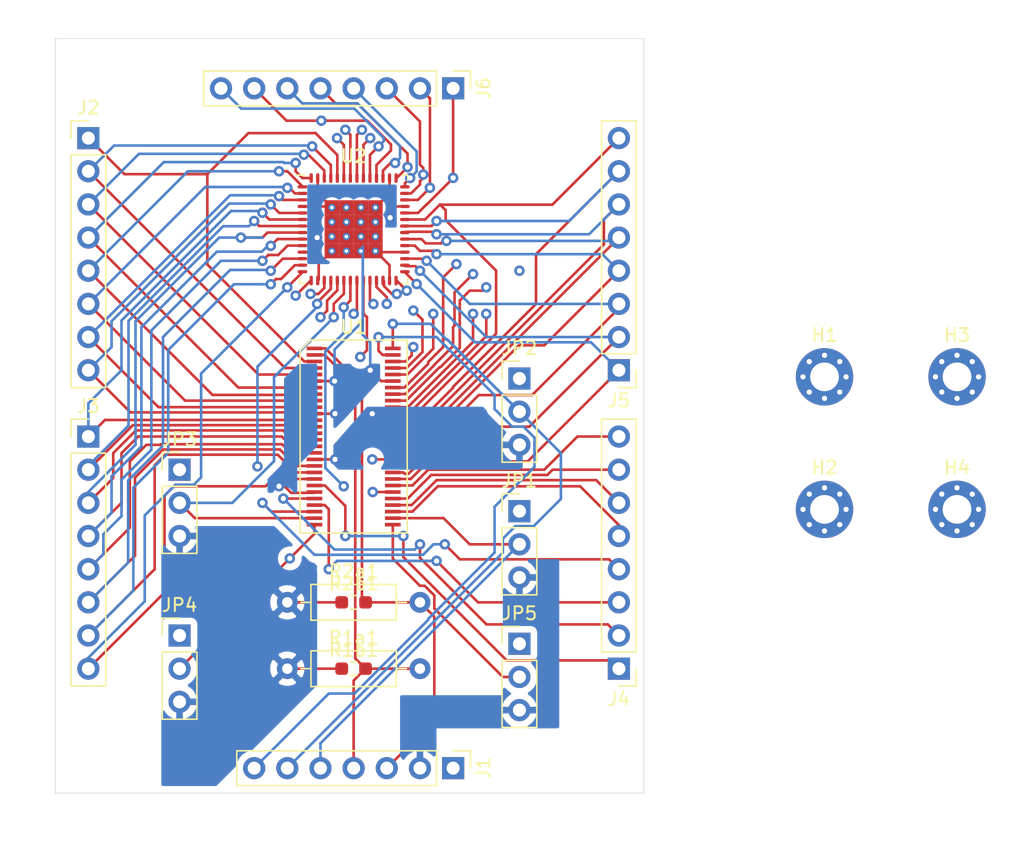
<source format=kicad_pcb>
(kicad_pcb (version 20171130) (host pcbnew 5.1.10)

  (general
    (thickness 1.6)
    (drawings 4)
    (tracks 920)
    (zones 0)
    (modules 21)
    (nets 51)
  )

  (page A4)
  (layers
    (0 F.Cu signal)
    (1 In1.Cu signal)
    (2 In2.Cu signal)
    (31 B.Cu signal)
    (32 B.Adhes user)
    (33 F.Adhes user)
    (34 B.Paste user)
    (35 F.Paste user)
    (36 B.SilkS user)
    (37 F.SilkS user)
    (38 B.Mask user)
    (39 F.Mask user)
    (40 Dwgs.User user)
    (41 Cmts.User user)
    (42 Eco1.User user)
    (43 Eco2.User user)
    (44 Edge.Cuts user)
    (45 Margin user)
    (46 B.CrtYd user)
    (47 F.CrtYd user)
    (48 B.Fab user)
    (49 F.Fab user)
  )

  (setup
    (last_trace_width 0.2)
    (trace_clearance 0.2)
    (zone_clearance 0.508)
    (zone_45_only no)
    (trace_min 0.2)
    (via_size 0.8)
    (via_drill 0.4)
    (via_min_size 0.4)
    (via_min_drill 0.3)
    (uvia_size 0.3)
    (uvia_drill 0.1)
    (uvias_allowed no)
    (uvia_min_size 0.2)
    (uvia_min_drill 0.1)
    (edge_width 0.05)
    (segment_width 0.2)
    (pcb_text_width 0.3)
    (pcb_text_size 1.5 1.5)
    (mod_edge_width 0.12)
    (mod_text_size 1 1)
    (mod_text_width 0.15)
    (pad_size 1.524 1.524)
    (pad_drill 0.762)
    (pad_to_mask_clearance 0)
    (aux_axis_origin 0 0)
    (visible_elements FFFFFF7F)
    (pcbplotparams
      (layerselection 0x010fc_ffffffff)
      (usegerberextensions false)
      (usegerberattributes true)
      (usegerberadvancedattributes true)
      (creategerberjobfile true)
      (excludeedgelayer true)
      (linewidth 0.100000)
      (plotframeref false)
      (viasonmask false)
      (mode 1)
      (useauxorigin false)
      (hpglpennumber 1)
      (hpglpenspeed 20)
      (hpglpendiameter 15.000000)
      (psnegative false)
      (psa4output false)
      (plotreference true)
      (plotvalue true)
      (plotinvisibletext false)
      (padsonsilk false)
      (subtractmaskfromsilk false)
      (outputformat 1)
      (mirror false)
      (drillshape 1)
      (scaleselection 1)
      (outputdirectory ""))
  )

  (net 0 "")
  (net 1 /~INT~)
  (net 2 /~RESET~)
  (net 3 /~OE~)
  (net 4 /SCL)
  (net 5 /SDA)
  (net 6 GND)
  (net 7 Vcc)
  (net 8 /IO0_7)
  (net 9 /IO0_6)
  (net 10 /IO0_5)
  (net 11 /IO0_4)
  (net 12 /IO0_3)
  (net 13 /IO0_2)
  (net 14 /IO0_1)
  (net 15 /IO0_0)
  (net 16 /IO1_7)
  (net 17 /IO1_6)
  (net 18 /IO1_5)
  (net 19 /IO1_4)
  (net 20 /IO1_3)
  (net 21 /IO1_2)
  (net 22 /IO1_1)
  (net 23 /IO1_0)
  (net 24 /IO2_7)
  (net 25 /IO2_6)
  (net 26 /IO2_5)
  (net 27 /IO2_4)
  (net 28 /IO2_3)
  (net 29 /IO2_2)
  (net 30 /IO2_1)
  (net 31 /IO2_0)
  (net 32 /IO3_7)
  (net 33 /IO3_6)
  (net 34 /IO3_5)
  (net 35 /IO3_4)
  (net 36 /IO3_3)
  (net 37 /IO3_2)
  (net 38 /IO3_1)
  (net 39 /IO3_0)
  (net 40 /IO4_7)
  (net 41 /IO4_6)
  (net 42 /IO4_5)
  (net 43 /IO4_4)
  (net 44 /IO4_3)
  (net 45 /IO4_2)
  (net 46 /IO4_1)
  (net 47 /IO4_0)
  (net 48 /A0)
  (net 49 /A1)
  (net 50 /A2)

  (net_class Default "This is the default net class."
    (clearance 0.2)
    (trace_width 0.2)
    (via_dia 0.8)
    (via_drill 0.4)
    (uvia_dia 0.3)
    (uvia_drill 0.1)
    (add_net /A0)
    (add_net /A1)
    (add_net /A2)
    (add_net /IO0_0)
    (add_net /IO0_1)
    (add_net /IO0_2)
    (add_net /IO0_3)
    (add_net /IO0_4)
    (add_net /IO0_5)
    (add_net /IO0_6)
    (add_net /IO0_7)
    (add_net /IO1_0)
    (add_net /IO1_1)
    (add_net /IO1_2)
    (add_net /IO1_3)
    (add_net /IO1_4)
    (add_net /IO1_5)
    (add_net /IO1_6)
    (add_net /IO1_7)
    (add_net /IO2_0)
    (add_net /IO2_1)
    (add_net /IO2_2)
    (add_net /IO2_3)
    (add_net /IO2_4)
    (add_net /IO2_5)
    (add_net /IO2_6)
    (add_net /IO2_7)
    (add_net /IO3_0)
    (add_net /IO3_1)
    (add_net /IO3_2)
    (add_net /IO3_3)
    (add_net /IO3_4)
    (add_net /IO3_5)
    (add_net /IO3_6)
    (add_net /IO3_7)
    (add_net /IO4_0)
    (add_net /IO4_1)
    (add_net /IO4_2)
    (add_net /IO4_3)
    (add_net /IO4_4)
    (add_net /IO4_5)
    (add_net /IO4_6)
    (add_net /IO4_7)
    (add_net /SCL)
    (add_net /SDA)
    (add_net /~INT~)
    (add_net /~OE~)
    (add_net /~RESET~)
    (add_net GND)
    (add_net Vcc)
  )

  (module MountingHole:MountingHole_2.2mm_M2_Pad_Via (layer F.Cu) (tedit 56DDB9C7) (tstamp 60F9E710)
    (at 221.478 99.558)
    (descr "Mounting Hole 2.2mm, M2")
    (tags "mounting hole 2.2mm m2")
    (path /61539F0B)
    (attr virtual)
    (fp_text reference H4 (at 0 -3.2) (layer F.SilkS)
      (effects (font (size 1 1) (thickness 0.15)))
    )
    (fp_text value MountingHole (at 0 3.2) (layer F.Fab)
      (effects (font (size 1 1) (thickness 0.15)))
    )
    (fp_text user %R (at 0.3 0) (layer F.Fab)
      (effects (font (size 1 1) (thickness 0.15)))
    )
    (fp_circle (center 0 0) (end 2.2 0) (layer Cmts.User) (width 0.15))
    (fp_circle (center 0 0) (end 2.45 0) (layer F.CrtYd) (width 0.05))
    (pad 1 thru_hole circle (at 1.166726 -1.166726) (size 0.7 0.7) (drill 0.4) (layers *.Cu *.Mask))
    (pad 1 thru_hole circle (at 0 -1.65) (size 0.7 0.7) (drill 0.4) (layers *.Cu *.Mask))
    (pad 1 thru_hole circle (at -1.166726 -1.166726) (size 0.7 0.7) (drill 0.4) (layers *.Cu *.Mask))
    (pad 1 thru_hole circle (at -1.65 0) (size 0.7 0.7) (drill 0.4) (layers *.Cu *.Mask))
    (pad 1 thru_hole circle (at -1.166726 1.166726) (size 0.7 0.7) (drill 0.4) (layers *.Cu *.Mask))
    (pad 1 thru_hole circle (at 0 1.65) (size 0.7 0.7) (drill 0.4) (layers *.Cu *.Mask))
    (pad 1 thru_hole circle (at 1.166726 1.166726) (size 0.7 0.7) (drill 0.4) (layers *.Cu *.Mask))
    (pad 1 thru_hole circle (at 1.65 0) (size 0.7 0.7) (drill 0.4) (layers *.Cu *.Mask))
    (pad 1 thru_hole circle (at 0 0) (size 4.4 4.4) (drill 2.2) (layers *.Cu *.Mask))
  )

  (module MountingHole:MountingHole_2.2mm_M2_Pad_Via (layer F.Cu) (tedit 56DDB9C7) (tstamp 60F9E700)
    (at 221.478 89.408)
    (descr "Mounting Hole 2.2mm, M2")
    (tags "mounting hole 2.2mm m2")
    (path /61539811)
    (attr virtual)
    (fp_text reference H3 (at 0 -3.2) (layer F.SilkS)
      (effects (font (size 1 1) (thickness 0.15)))
    )
    (fp_text value MountingHole (at 0 3.2) (layer F.Fab)
      (effects (font (size 1 1) (thickness 0.15)))
    )
    (fp_text user %R (at 0.3 0) (layer F.Fab)
      (effects (font (size 1 1) (thickness 0.15)))
    )
    (fp_circle (center 0 0) (end 2.2 0) (layer Cmts.User) (width 0.15))
    (fp_circle (center 0 0) (end 2.45 0) (layer F.CrtYd) (width 0.05))
    (pad 1 thru_hole circle (at 1.166726 -1.166726) (size 0.7 0.7) (drill 0.4) (layers *.Cu *.Mask))
    (pad 1 thru_hole circle (at 0 -1.65) (size 0.7 0.7) (drill 0.4) (layers *.Cu *.Mask))
    (pad 1 thru_hole circle (at -1.166726 -1.166726) (size 0.7 0.7) (drill 0.4) (layers *.Cu *.Mask))
    (pad 1 thru_hole circle (at -1.65 0) (size 0.7 0.7) (drill 0.4) (layers *.Cu *.Mask))
    (pad 1 thru_hole circle (at -1.166726 1.166726) (size 0.7 0.7) (drill 0.4) (layers *.Cu *.Mask))
    (pad 1 thru_hole circle (at 0 1.65) (size 0.7 0.7) (drill 0.4) (layers *.Cu *.Mask))
    (pad 1 thru_hole circle (at 1.166726 1.166726) (size 0.7 0.7) (drill 0.4) (layers *.Cu *.Mask))
    (pad 1 thru_hole circle (at 1.65 0) (size 0.7 0.7) (drill 0.4) (layers *.Cu *.Mask))
    (pad 1 thru_hole circle (at 0 0) (size 4.4 4.4) (drill 2.2) (layers *.Cu *.Mask))
  )

  (module MountingHole:MountingHole_2.2mm_M2_Pad_Via (layer F.Cu) (tedit 56DDB9C7) (tstamp 60F9E6F0)
    (at 211.328 99.558)
    (descr "Mounting Hole 2.2mm, M2")
    (tags "mounting hole 2.2mm m2")
    (path /61539164)
    (attr virtual)
    (fp_text reference H2 (at 0 -3.2) (layer F.SilkS)
      (effects (font (size 1 1) (thickness 0.15)))
    )
    (fp_text value MountingHole (at 0 3.2) (layer F.Fab)
      (effects (font (size 1 1) (thickness 0.15)))
    )
    (fp_text user %R (at 0.3 0) (layer F.Fab)
      (effects (font (size 1 1) (thickness 0.15)))
    )
    (fp_circle (center 0 0) (end 2.2 0) (layer Cmts.User) (width 0.15))
    (fp_circle (center 0 0) (end 2.45 0) (layer F.CrtYd) (width 0.05))
    (pad 1 thru_hole circle (at 1.166726 -1.166726) (size 0.7 0.7) (drill 0.4) (layers *.Cu *.Mask))
    (pad 1 thru_hole circle (at 0 -1.65) (size 0.7 0.7) (drill 0.4) (layers *.Cu *.Mask))
    (pad 1 thru_hole circle (at -1.166726 -1.166726) (size 0.7 0.7) (drill 0.4) (layers *.Cu *.Mask))
    (pad 1 thru_hole circle (at -1.65 0) (size 0.7 0.7) (drill 0.4) (layers *.Cu *.Mask))
    (pad 1 thru_hole circle (at -1.166726 1.166726) (size 0.7 0.7) (drill 0.4) (layers *.Cu *.Mask))
    (pad 1 thru_hole circle (at 0 1.65) (size 0.7 0.7) (drill 0.4) (layers *.Cu *.Mask))
    (pad 1 thru_hole circle (at 1.166726 1.166726) (size 0.7 0.7) (drill 0.4) (layers *.Cu *.Mask))
    (pad 1 thru_hole circle (at 1.65 0) (size 0.7 0.7) (drill 0.4) (layers *.Cu *.Mask))
    (pad 1 thru_hole circle (at 0 0) (size 4.4 4.4) (drill 2.2) (layers *.Cu *.Mask))
  )

  (module MountingHole:MountingHole_2.2mm_M2_Pad_Via (layer F.Cu) (tedit 56DDB9C7) (tstamp 60F9E6E0)
    (at 211.328 89.408)
    (descr "Mounting Hole 2.2mm, M2")
    (tags "mounting hole 2.2mm m2")
    (path /615370D2)
    (attr virtual)
    (fp_text reference H1 (at 0 -3.2) (layer F.SilkS)
      (effects (font (size 1 1) (thickness 0.15)))
    )
    (fp_text value MountingHole (at 0 3.2) (layer F.Fab)
      (effects (font (size 1 1) (thickness 0.15)))
    )
    (fp_text user %R (at 0.3 0) (layer F.Fab)
      (effects (font (size 1 1) (thickness 0.15)))
    )
    (fp_circle (center 0 0) (end 2.2 0) (layer Cmts.User) (width 0.15))
    (fp_circle (center 0 0) (end 2.45 0) (layer F.CrtYd) (width 0.05))
    (pad 1 thru_hole circle (at 1.166726 -1.166726) (size 0.7 0.7) (drill 0.4) (layers *.Cu *.Mask))
    (pad 1 thru_hole circle (at 0 -1.65) (size 0.7 0.7) (drill 0.4) (layers *.Cu *.Mask))
    (pad 1 thru_hole circle (at -1.166726 -1.166726) (size 0.7 0.7) (drill 0.4) (layers *.Cu *.Mask))
    (pad 1 thru_hole circle (at -1.65 0) (size 0.7 0.7) (drill 0.4) (layers *.Cu *.Mask))
    (pad 1 thru_hole circle (at -1.166726 1.166726) (size 0.7 0.7) (drill 0.4) (layers *.Cu *.Mask))
    (pad 1 thru_hole circle (at 0 1.65) (size 0.7 0.7) (drill 0.4) (layers *.Cu *.Mask))
    (pad 1 thru_hole circle (at 1.166726 1.166726) (size 0.7 0.7) (drill 0.4) (layers *.Cu *.Mask))
    (pad 1 thru_hole circle (at 1.65 0) (size 0.7 0.7) (drill 0.4) (layers *.Cu *.Mask))
    (pad 1 thru_hole circle (at 0 0) (size 4.4 4.4) (drill 2.2) (layers *.Cu *.Mask))
  )

  (module pca9505-breakout:PCA9506BS (layer F.Cu) (tedit 60F8A119) (tstamp 60F9D072)
    (at 175.26 78.105)
    (path /610CF3EF)
    (attr smd)
    (fp_text reference U2 (at 0 -5.6) (layer F.SilkS)
      (effects (font (size 1 1) (thickness 0.15)))
    )
    (fp_text value PCA9506BS (at 0 5.6) (layer F.Fab)
      (effects (font (size 1 1) (thickness 0.15)))
    )
    (fp_line (start -4.6 4.6) (end -4.6 -4.6) (layer F.CrtYd) (width 0.05))
    (fp_line (start 4.6 4.6) (end -4.6 4.6) (layer F.CrtYd) (width 0.05))
    (fp_line (start 4.6 -4.6) (end 4.6 4.6) (layer F.CrtYd) (width 0.05))
    (fp_line (start -4.6 -4.6) (end 4.6 -4.6) (layer F.CrtYd) (width 0.05))
    (fp_line (start -3.75 -4.15) (end -4.375 -4.15) (layer F.SilkS) (width 0.12))
    (fp_line (start -4.15 4.15) (end -4.15 3.75) (layer F.SilkS) (width 0.12))
    (fp_line (start -3.75 4.15) (end -4.15 4.15) (layer F.SilkS) (width 0.12))
    (fp_line (start 4.15 4.15) (end 4.15 3.75) (layer F.SilkS) (width 0.12))
    (fp_line (start 3.75 4.15) (end 4.15 4.15) (layer F.SilkS) (width 0.12))
    (fp_line (start 4.15 -4.15) (end 4.15 -3.75) (layer F.SilkS) (width 0.12))
    (fp_line (start 3.75 -4.15) (end 4.15 -4.15) (layer F.SilkS) (width 0.12))
    (fp_line (start 4 -4) (end -3 -4) (layer F.Fab) (width 0.15))
    (fp_line (start 4 4) (end 4 -4) (layer F.Fab) (width 0.15))
    (fp_line (start -4 4) (end 4 4) (layer F.Fab) (width 0.15))
    (fp_line (start -4 -3) (end -4 4) (layer F.Fab) (width 0.15))
    (fp_line (start -3 -4) (end -4 -3) (layer F.Fab) (width 0.15))
    (pad 1 smd oval (at -3.925 -3.25 90) (size 0.25 0.75) (layers F.Cu F.Paste F.Mask)
      (net 11 /IO0_4))
    (pad 2 smd oval (at -3.925 -2.75 90) (size 0.25 0.75) (layers F.Cu F.Paste F.Mask)
      (net 10 /IO0_5))
    (pad 3 smd oval (at -3.925 -2.25 90) (size 0.25 0.75) (layers F.Cu F.Paste F.Mask)
      (net 9 /IO0_6))
    (pad 4 smd oval (at -3.925 -1.75 90) (size 0.25 0.75) (layers F.Cu F.Paste F.Mask)
      (net 6 GND))
    (pad 5 smd oval (at -3.925 -1.25 90) (size 0.25 0.75) (layers F.Cu F.Paste F.Mask)
      (net 8 /IO0_7))
    (pad 6 smd oval (at -3.925 -0.75 90) (size 0.25 0.75) (layers F.Cu F.Paste F.Mask)
      (net 23 /IO1_0))
    (pad 7 smd oval (at -3.925 -0.25 90) (size 0.25 0.75) (layers F.Cu F.Paste F.Mask)
      (net 22 /IO1_1))
    (pad 8 smd oval (at -3.925 0.25 90) (size 0.25 0.75) (layers F.Cu F.Paste F.Mask)
      (net 21 /IO1_2))
    (pad 9 smd oval (at -3.925 0.75 90) (size 0.25 0.75) (layers F.Cu F.Paste F.Mask)
      (net 20 /IO1_3))
    (pad 10 smd oval (at -3.925 1.25 90) (size 0.25 0.75) (layers F.Cu F.Paste F.Mask)
      (net 19 /IO1_4))
    (pad 11 smd oval (at -3.925 1.75 90) (size 0.25 0.75) (layers F.Cu F.Paste F.Mask)
      (net 7 Vcc))
    (pad 12 smd oval (at -3.925 2.25 90) (size 0.25 0.75) (layers F.Cu F.Paste F.Mask)
      (net 18 /IO1_5))
    (pad 13 smd oval (at -3.925 2.75 90) (size 0.25 0.75) (layers F.Cu F.Paste F.Mask)
      (net 17 /IO1_6))
    (pad 14 smd oval (at -3.925 3.25 90) (size 0.25 0.75) (layers F.Cu F.Paste F.Mask)
      (net 16 /IO1_7))
    (pad 15 smd oval (at -3.25 3.925) (size 0.25 0.75) (layers F.Cu F.Paste F.Mask)
      (net 31 /IO2_0))
    (pad 16 smd oval (at -2.75 3.925) (size 0.25 0.75) (layers F.Cu F.Paste F.Mask)
      (net 6 GND))
    (pad 17 smd oval (at -2.25 3.925) (size 0.25 0.75) (layers F.Cu F.Paste F.Mask)
      (net 30 /IO2_1))
    (pad 18 smd oval (at -1.75 3.925) (size 0.25 0.75) (layers F.Cu F.Paste F.Mask)
      (net 29 /IO2_2))
    (pad 19 smd oval (at -1.25 3.925) (size 0.25 0.75) (layers F.Cu F.Paste F.Mask)
      (net 28 /IO2_3))
    (pad 20 smd oval (at -0.75 3.925) (size 0.25 0.75) (layers F.Cu F.Paste F.Mask)
      (net 48 /A0))
    (pad 21 smd oval (at -0.25 3.925) (size 0.25 0.75) (layers F.Cu F.Paste F.Mask)
      (net 49 /A1))
    (pad 22 smd oval (at 0.25 3.925) (size 0.25 0.75) (layers F.Cu F.Paste F.Mask)
      (net 50 /A2))
    (pad 23 smd oval (at 0.75 3.925) (size 0.25 0.75) (layers F.Cu F.Paste F.Mask)
      (net 3 /~OE~))
    (pad 24 smd oval (at 1.25 3.925) (size 0.25 0.75) (layers F.Cu F.Paste F.Mask)
      (net 27 /IO2_4))
    (pad 25 smd oval (at 1.75 3.925) (size 0.25 0.75) (layers F.Cu F.Paste F.Mask)
      (net 26 /IO2_5))
    (pad 26 smd oval (at 2.25 3.925) (size 0.25 0.75) (layers F.Cu F.Paste F.Mask)
      (net 25 /IO2_6))
    (pad 27 smd oval (at 2.75 3.925) (size 0.25 0.75) (layers F.Cu F.Paste F.Mask)
      (net 6 GND))
    (pad 28 smd oval (at 3.25 3.925) (size 0.25 0.75) (layers F.Cu F.Paste F.Mask)
      (net 24 /IO2_7))
    (pad 29 smd oval (at 3.925 3.25 90) (size 0.25 0.75) (layers F.Cu F.Paste F.Mask)
      (net 39 /IO3_0))
    (pad 30 smd oval (at 3.925 2.75 90) (size 0.25 0.75) (layers F.Cu F.Paste F.Mask)
      (net 38 /IO3_1))
    (pad 31 smd oval (at 3.925 2.25 90) (size 0.25 0.75) (layers F.Cu F.Paste F.Mask)
      (net 37 /IO3_2))
    (pad 32 smd oval (at 3.925 1.75 90) (size 0.25 0.75) (layers F.Cu F.Paste F.Mask)
      (net 6 GND))
    (pad 33 smd oval (at 3.925 1.25 90) (size 0.25 0.75) (layers F.Cu F.Paste F.Mask)
      (net 36 /IO3_3))
    (pad 34 smd oval (at 3.925 0.75 90) (size 0.25 0.75) (layers F.Cu F.Paste F.Mask)
      (net 35 /IO3_4))
    (pad 35 smd oval (at 3.925 0.25 90) (size 0.25 0.75) (layers F.Cu F.Paste F.Mask)
      (net 34 /IO3_5))
    (pad 36 smd oval (at 3.925 -0.25 90) (size 0.25 0.75) (layers F.Cu F.Paste F.Mask)
      (net 33 /IO3_6))
    (pad 37 smd oval (at 3.925 -0.75 90) (size 0.25 0.75) (layers F.Cu F.Paste F.Mask)
      (net 32 /IO3_7))
    (pad 38 smd oval (at 3.925 -1.25 90) (size 0.25 0.75) (layers F.Cu F.Paste F.Mask)
      (net 47 /IO4_0))
    (pad 39 smd oval (at 3.925 -1.75 90) (size 0.25 0.75) (layers F.Cu F.Paste F.Mask)
      (net 7 Vcc))
    (pad 40 smd oval (at 3.925 -2.25 90) (size 0.25 0.75) (layers F.Cu F.Paste F.Mask)
      (net 46 /IO4_1))
    (pad 41 smd oval (at 3.925 -2.75 90) (size 0.25 0.75) (layers F.Cu F.Paste F.Mask)
      (net 45 /IO4_2))
    (pad 42 smd oval (at 3.925 -3.25 90) (size 0.25 0.75) (layers F.Cu F.Paste F.Mask)
      (net 44 /IO4_3))
    (pad 43 smd oval (at 3.25 -3.925) (size 0.25 0.75) (layers F.Cu F.Paste F.Mask)
      (net 43 /IO4_4))
    (pad 44 smd oval (at 2.75 -3.925) (size 0.25 0.75) (layers F.Cu F.Paste F.Mask)
      (net 6 GND))
    (pad 45 smd oval (at 2.25 -3.925) (size 0.25 0.75) (layers F.Cu F.Paste F.Mask)
      (net 42 /IO4_5))
    (pad 46 smd oval (at 1.75 -3.925) (size 0.25 0.75) (layers F.Cu F.Paste F.Mask)
      (net 41 /IO4_6))
    (pad 47 smd oval (at 1.25 -3.925) (size 0.25 0.75) (layers F.Cu F.Paste F.Mask)
      (net 40 /IO4_7))
    (pad 48 smd oval (at 0.75 -3.925) (size 0.25 0.75) (layers F.Cu F.Paste F.Mask)
      (net 1 /~INT~))
    (pad 49 smd oval (at 0.25 -3.925) (size 0.25 0.75) (layers F.Cu F.Paste F.Mask)
      (net 2 /~RESET~))
    (pad 50 smd oval (at -0.25 -3.925) (size 0.25 0.75) (layers F.Cu F.Paste F.Mask)
      (net 5 /SDA))
    (pad 51 smd oval (at -0.75 -3.925) (size 0.25 0.75) (layers F.Cu F.Paste F.Mask)
      (net 4 /SCL))
    (pad 52 smd oval (at -1.25 -3.925) (size 0.25 0.75) (layers F.Cu F.Paste F.Mask)
      (net 15 /IO0_0))
    (pad 53 smd oval (at -1.75 -3.925) (size 0.25 0.75) (layers F.Cu F.Paste F.Mask)
      (net 14 /IO0_1))
    (pad 54 smd oval (at -2.25 -3.925) (size 0.25 0.75) (layers F.Cu F.Paste F.Mask)
      (net 13 /IO0_2))
    (pad 55 smd oval (at -2.75 -3.925) (size 0.25 0.75) (layers F.Cu F.Paste F.Mask)
      (net 6 GND))
    (pad 56 smd oval (at -3.25 -3.925) (size 0.25 0.75) (layers F.Cu F.Paste F.Mask)
      (net 12 /IO0_3))
    (pad 57 smd rect (at -1.66875 -1.66875) (size 1.1125 1.1125) (layers F.Cu F.Paste F.Mask)
      (net 6 GND) (solder_paste_margin -0.75))
    (pad 57 smd rect (at -1.66875 -0.55625) (size 1.1125 1.1125) (layers F.Cu F.Paste F.Mask)
      (net 6 GND) (solder_paste_margin -0.75))
    (pad 57 smd rect (at -1.66875 0.55625) (size 1.1125 1.1125) (layers F.Cu F.Paste F.Mask)
      (net 6 GND) (solder_paste_margin -0.75))
    (pad 57 smd rect (at -1.66875 1.66875) (size 1.1125 1.1125) (layers F.Cu F.Paste F.Mask)
      (net 6 GND) (solder_paste_margin -0.75))
    (pad 57 smd rect (at -0.55625 -1.66875) (size 1.1125 1.1125) (layers F.Cu F.Paste F.Mask)
      (net 6 GND) (solder_paste_margin -0.75))
    (pad 57 smd rect (at -0.55625 -0.55625) (size 1.1125 1.1125) (layers F.Cu F.Paste F.Mask)
      (net 6 GND) (solder_paste_margin -0.75))
    (pad 57 smd rect (at -0.55625 0.55625) (size 1.1125 1.1125) (layers F.Cu F.Paste F.Mask)
      (net 6 GND) (solder_paste_margin -0.75))
    (pad 57 smd rect (at -0.55625 1.66875) (size 1.1125 1.1125) (layers F.Cu F.Paste F.Mask)
      (net 6 GND) (solder_paste_margin -0.75))
    (pad 57 smd rect (at 0.55625 -1.66875) (size 1.1125 1.1125) (layers F.Cu F.Paste F.Mask)
      (net 6 GND) (solder_paste_margin -0.75))
    (pad 57 smd rect (at 0.55625 -0.55625) (size 1.1125 1.1125) (layers F.Cu F.Paste F.Mask)
      (net 6 GND) (solder_paste_margin -0.75))
    (pad 57 smd rect (at 0.55625 0.55625) (size 1.1125 1.1125) (layers F.Cu F.Paste F.Mask)
      (net 6 GND) (solder_paste_margin -0.75))
    (pad 57 smd rect (at 0.55625 1.66875) (size 1.1125 1.1125) (layers F.Cu F.Paste F.Mask)
      (net 6 GND) (solder_paste_margin -0.75))
    (pad 57 smd rect (at 1.66875 -1.66875) (size 1.1125 1.1125) (layers F.Cu F.Paste F.Mask)
      (net 6 GND) (solder_paste_margin -0.75))
    (pad 57 smd rect (at 1.66875 -0.55625) (size 1.1125 1.1125) (layers F.Cu F.Paste F.Mask)
      (net 6 GND) (solder_paste_margin -0.75))
    (pad 57 smd rect (at 1.66875 0.55625) (size 1.1125 1.1125) (layers F.Cu F.Paste F.Mask)
      (net 6 GND) (solder_paste_margin -0.75))
    (pad 57 smd rect (at 1.66875 1.66875) (size 1.1125 1.1125) (layers F.Cu F.Paste F.Mask)
      (net 6 GND) (solder_paste_margin -0.75))
    (pad 57 thru_hole circle (at -1.66875 -1.66875) (size 0.55625 0.55625) (drill 0.278125) (layers *.Cu *.Mask)
      (net 6 GND))
    (pad 57 thru_hole circle (at -1.66875 -0.55625) (size 0.55625 0.55625) (drill 0.278125) (layers *.Cu *.Mask)
      (net 6 GND))
    (pad 57 thru_hole circle (at -1.66875 0.55625) (size 0.55625 0.55625) (drill 0.278125) (layers *.Cu *.Mask)
      (net 6 GND))
    (pad 57 thru_hole circle (at -1.66875 1.66875) (size 0.55625 0.55625) (drill 0.278125) (layers *.Cu *.Mask)
      (net 6 GND))
    (pad 57 thru_hole circle (at -0.55625 -1.66875) (size 0.55625 0.55625) (drill 0.278125) (layers *.Cu *.Mask)
      (net 6 GND))
    (pad 57 thru_hole circle (at -0.55625 -0.55625) (size 0.55625 0.55625) (drill 0.278125) (layers *.Cu *.Mask)
      (net 6 GND))
    (pad 57 thru_hole circle (at -0.55625 0.55625) (size 0.55625 0.55625) (drill 0.278125) (layers *.Cu *.Mask)
      (net 6 GND))
    (pad 57 thru_hole circle (at -0.55625 1.66875) (size 0.55625 0.55625) (drill 0.278125) (layers *.Cu *.Mask)
      (net 6 GND))
    (pad 57 thru_hole circle (at 0.55625 -1.66875) (size 0.55625 0.55625) (drill 0.278125) (layers *.Cu *.Mask)
      (net 6 GND))
    (pad 57 thru_hole circle (at 0.55625 -0.55625) (size 0.55625 0.55625) (drill 0.278125) (layers *.Cu *.Mask)
      (net 6 GND))
    (pad 57 thru_hole circle (at 0.55625 0.55625) (size 0.55625 0.55625) (drill 0.278125) (layers *.Cu *.Mask)
      (net 6 GND))
    (pad 57 thru_hole circle (at 0.55625 1.66875) (size 0.55625 0.55625) (drill 0.278125) (layers *.Cu *.Mask)
      (net 6 GND))
    (pad 57 thru_hole circle (at 1.66875 -1.66875) (size 0.55625 0.55625) (drill 0.278125) (layers *.Cu *.Mask)
      (net 6 GND))
    (pad 57 thru_hole circle (at 1.66875 -0.55625) (size 0.55625 0.55625) (drill 0.278125) (layers *.Cu *.Mask)
      (net 6 GND))
    (pad 57 thru_hole circle (at 1.66875 0.55625) (size 0.55625 0.55625) (drill 0.278125) (layers *.Cu *.Mask)
      (net 6 GND))
    (pad 57 thru_hole circle (at 1.66875 1.66875) (size 0.55625 0.55625) (drill 0.278125) (layers *.Cu *.Mask)
      (net 6 GND))
  )

  (module pca9505-breakout:PCA9505DGG (layer F.Cu) (tedit 60F898B4) (tstamp 60F96ABB)
    (at 175.26 93.98 270)
    (path /61003FF1)
    (attr smd)
    (fp_text reference U1 (at -8.39 0) (layer F.SilkS)
      (effects (font (size 1 1) (thickness 0.15)))
    )
    (fp_text value PCA9505 (at 0 0 90) (layer F.Fab)
      (effects (font (size 1 1) (thickness 0.15)))
    )
    (fp_line (start -6.59 4.1) (end -7.39 3.3) (layer F.SilkS) (width 0.12))
    (fp_line (start -7.39 3.3) (end -7.39 -4.1) (layer F.SilkS) (width 0.12))
    (fp_line (start -7.39 -4.1) (end 7.39 -4.1) (layer F.SilkS) (width 0.12))
    (fp_line (start 7.39 -4.1) (end 7.39 4.1) (layer F.SilkS) (width 0.12))
    (fp_line (start 7.39 4.1) (end -6.59 4.1) (layer F.SilkS) (width 0.12))
    (fp_line (start -7.14 -3.85) (end 7.14 -3.85) (layer F.CrtYd) (width 0.05))
    (fp_line (start 7.14 -3.85) (end 7.14 3.85) (layer F.CrtYd) (width 0.05))
    (fp_line (start 7.14 3.85) (end -7.14 3.85) (layer F.CrtYd) (width 0.05))
    (fp_line (start -7.14 3.85) (end -7.14 -3.85) (layer F.CrtYd) (width 0.05))
    (pad 28 smd rect (at 6.75 3 270) (size 0.28 1.2) (layers F.Cu F.Paste F.Mask)
      (net 49 /A1))
    (pad 29 smd rect (at 6.75 -3 270) (size 0.28 1.2) (layers F.Cu F.Paste F.Mask)
      (net 50 /A2))
    (pad 27 smd rect (at 6.25 3 270) (size 0.28 1.2) (layers F.Cu F.Paste F.Mask)
      (net 48 /A0))
    (pad 30 smd rect (at 6.25 -3 270) (size 0.28 1.2) (layers F.Cu F.Paste F.Mask)
      (net 3 /~OE~))
    (pad 26 smd rect (at 5.75 3 270) (size 0.28 1.2) (layers F.Cu F.Paste F.Mask)
      (net 28 /IO2_3))
    (pad 31 smd rect (at 5.75 -3 270) (size 0.28 1.2) (layers F.Cu F.Paste F.Mask)
      (net 27 /IO2_4))
    (pad 25 smd rect (at 5.25 3 270) (size 0.28 1.2) (layers F.Cu F.Paste F.Mask)
      (net 29 /IO2_2))
    (pad 32 smd rect (at 5.25 -3 270) (size 0.28 1.2) (layers F.Cu F.Paste F.Mask)
      (net 26 /IO2_5))
    (pad 24 smd rect (at 4.75 3 270) (size 0.28 1.2) (layers F.Cu F.Paste F.Mask)
      (net 30 /IO2_1))
    (pad 33 smd rect (at 4.75 -3 270) (size 0.28 1.2) (layers F.Cu F.Paste F.Mask)
      (net 25 /IO2_6))
    (pad 23 smd rect (at 4.25 3 270) (size 0.28 1.2) (layers F.Cu F.Paste F.Mask)
      (net 6 GND))
    (pad 34 smd rect (at 4.25 -3 270) (size 0.28 1.2) (layers F.Cu F.Paste F.Mask)
      (net 6 GND))
    (pad 22 smd rect (at 3.75 3 270) (size 0.28 1.2) (layers F.Cu F.Paste F.Mask)
      (net 31 /IO2_0))
    (pad 35 smd rect (at 3.75 -3 270) (size 0.28 1.2) (layers F.Cu F.Paste F.Mask)
      (net 24 /IO2_7))
    (pad 21 smd rect (at 3.25 3 270) (size 0.28 1.2) (layers F.Cu F.Paste F.Mask)
      (net 16 /IO1_7))
    (pad 36 smd rect (at 3.25 -3 270) (size 0.28 1.2) (layers F.Cu F.Paste F.Mask)
      (net 39 /IO3_0))
    (pad 20 smd rect (at 2.75 3 270) (size 0.28 1.2) (layers F.Cu F.Paste F.Mask)
      (net 17 /IO1_6))
    (pad 37 smd rect (at 2.75 -3 270) (size 0.28 1.2) (layers F.Cu F.Paste F.Mask)
      (net 38 /IO3_1))
    (pad 19 smd rect (at 2.25 3 270) (size 0.28 1.2) (layers F.Cu F.Paste F.Mask)
      (net 18 /IO1_5))
    (pad 38 smd rect (at 2.25 -3 270) (size 0.28 1.2) (layers F.Cu F.Paste F.Mask)
      (net 37 /IO3_2))
    (pad 18 smd rect (at 1.75 3 270) (size 0.28 1.2) (layers F.Cu F.Paste F.Mask)
      (net 7 Vcc))
    (pad 39 smd rect (at 1.75 -3 270) (size 0.28 1.2) (layers F.Cu F.Paste F.Mask)
      (net 6 GND))
    (pad 17 smd rect (at 1.25 3 270) (size 0.28 1.2) (layers F.Cu F.Paste F.Mask)
      (net 19 /IO1_4))
    (pad 40 smd rect (at 1.25 -3 270) (size 0.28 1.2) (layers F.Cu F.Paste F.Mask)
      (net 36 /IO3_3))
    (pad 16 smd rect (at 0.75 3 270) (size 0.28 1.2) (layers F.Cu F.Paste F.Mask)
      (net 20 /IO1_3))
    (pad 41 smd rect (at 0.75 -3 270) (size 0.28 1.2) (layers F.Cu F.Paste F.Mask)
      (net 35 /IO3_4))
    (pad 15 smd rect (at 0.25 3 270) (size 0.28 1.2) (layers F.Cu F.Paste F.Mask)
      (net 21 /IO1_2))
    (pad 42 smd rect (at 0.25 -3 270) (size 0.28 1.2) (layers F.Cu F.Paste F.Mask)
      (net 34 /IO3_5))
    (pad 14 smd rect (at -0.25 3 270) (size 0.28 1.2) (layers F.Cu F.Paste F.Mask)
      (net 22 /IO1_1))
    (pad 43 smd rect (at -0.25 -3 270) (size 0.28 1.2) (layers F.Cu F.Paste F.Mask)
      (net 33 /IO3_6))
    (pad 13 smd rect (at -0.75 3 270) (size 0.28 1.2) (layers F.Cu F.Paste F.Mask)
      (net 23 /IO1_0))
    (pad 44 smd rect (at -0.75 -3 270) (size 0.28 1.2) (layers F.Cu F.Paste F.Mask)
      (net 32 /IO3_7))
    (pad 12 smd rect (at -1.25 3 270) (size 0.28 1.2) (layers F.Cu F.Paste F.Mask)
      (net 8 /IO0_7))
    (pad 45 smd rect (at -1.25 -3 270) (size 0.28 1.2) (layers F.Cu F.Paste F.Mask)
      (net 47 /IO4_0))
    (pad 11 smd rect (at -1.75 3 270) (size 0.28 1.2) (layers F.Cu F.Paste F.Mask)
      (net 6 GND))
    (pad 46 smd rect (at -1.75 -3 270) (size 0.28 1.2) (layers F.Cu F.Paste F.Mask)
      (net 7 Vcc))
    (pad 10 smd rect (at -2.25 3 270) (size 0.28 1.2) (layers F.Cu F.Paste F.Mask)
      (net 9 /IO0_6))
    (pad 47 smd rect (at -2.25 -3 270) (size 0.28 1.2) (layers F.Cu F.Paste F.Mask)
      (net 46 /IO4_1))
    (pad 9 smd rect (at -2.75 3 270) (size 0.28 1.2) (layers F.Cu F.Paste F.Mask)
      (net 10 /IO0_5))
    (pad 48 smd rect (at -2.75 -3 270) (size 0.28 1.2) (layers F.Cu F.Paste F.Mask)
      (net 45 /IO4_2))
    (pad 8 smd rect (at -3.25 3 270) (size 0.28 1.2) (layers F.Cu F.Paste F.Mask)
      (net 11 /IO0_4))
    (pad 49 smd rect (at -3.25 -3 270) (size 0.28 1.2) (layers F.Cu F.Paste F.Mask)
      (net 44 /IO4_3))
    (pad 7 smd rect (at -3.75 3 270) (size 0.28 1.2) (layers F.Cu F.Paste F.Mask)
      (net 12 /IO0_3))
    (pad 50 smd rect (at -3.75 -3 270) (size 0.28 1.2) (layers F.Cu F.Paste F.Mask)
      (net 43 /IO4_4))
    (pad 6 smd rect (at -4.25 3 270) (size 0.28 1.2) (layers F.Cu F.Paste F.Mask)
      (net 6 GND))
    (pad 51 smd rect (at -4.25 -3 270) (size 0.28 1.2) (layers F.Cu F.Paste F.Mask)
      (net 6 GND))
    (pad 5 smd rect (at -4.75 3 270) (size 0.28 1.2) (layers F.Cu F.Paste F.Mask)
      (net 13 /IO0_2))
    (pad 52 smd rect (at -4.75 -3 270) (size 0.28 1.2) (layers F.Cu F.Paste F.Mask)
      (net 42 /IO4_5))
    (pad 4 smd rect (at -5.25 3 270) (size 0.28 1.2) (layers F.Cu F.Paste F.Mask)
      (net 14 /IO0_1))
    (pad 53 smd rect (at -5.25 -3 270) (size 0.28 1.2) (layers F.Cu F.Paste F.Mask)
      (net 41 /IO4_6))
    (pad 3 smd rect (at -5.75 3 270) (size 0.28 1.2) (layers F.Cu F.Paste F.Mask)
      (net 15 /IO0_0))
    (pad 54 smd rect (at -5.75 -3 270) (size 0.28 1.2) (layers F.Cu F.Paste F.Mask)
      (net 40 /IO4_7))
    (pad 2 smd rect (at -6.25 3 270) (size 0.28 1.2) (layers F.Cu F.Paste F.Mask)
      (net 4 /SCL))
    (pad 55 smd rect (at -6.25 -3 270) (size 0.28 1.2) (layers F.Cu F.Paste F.Mask)
      (net 1 /~INT~))
    (pad 1 smd rect (at -6.75 3 270) (size 0.28 1.2) (layers F.Cu F.Paste F.Mask)
      (net 5 /SDA))
    (pad 56 smd rect (at -6.75 -3 270) (size 0.28 1.2) (layers F.Cu F.Paste F.Mask)
      (net 2 /~RESET~))
  )

  (module Connector_PinHeader_2.54mm:PinHeader_1x08_P2.54mm_Vertical (layer F.Cu) (tedit 59FED5CC) (tstamp 60F92609)
    (at 195.58 88.9 180)
    (descr "Through hole straight pin header, 1x08, 2.54mm pitch, single row")
    (tags "Through hole pin header THT 1x08 2.54mm single row")
    (path /6124E5F2)
    (fp_text reference J5 (at 0 -2.33) (layer F.SilkS)
      (effects (font (size 1 1) (thickness 0.15)))
    )
    (fp_text value Conn_01x08_Male (at 0 20.11) (layer F.Fab)
      (effects (font (size 1 1) (thickness 0.15)))
    )
    (fp_line (start 1.8 -1.8) (end -1.8 -1.8) (layer F.CrtYd) (width 0.05))
    (fp_line (start 1.8 19.55) (end 1.8 -1.8) (layer F.CrtYd) (width 0.05))
    (fp_line (start -1.8 19.55) (end 1.8 19.55) (layer F.CrtYd) (width 0.05))
    (fp_line (start -1.8 -1.8) (end -1.8 19.55) (layer F.CrtYd) (width 0.05))
    (fp_line (start -1.33 -1.33) (end 0 -1.33) (layer F.SilkS) (width 0.12))
    (fp_line (start -1.33 0) (end -1.33 -1.33) (layer F.SilkS) (width 0.12))
    (fp_line (start -1.33 1.27) (end 1.33 1.27) (layer F.SilkS) (width 0.12))
    (fp_line (start 1.33 1.27) (end 1.33 19.11) (layer F.SilkS) (width 0.12))
    (fp_line (start -1.33 1.27) (end -1.33 19.11) (layer F.SilkS) (width 0.12))
    (fp_line (start -1.33 19.11) (end 1.33 19.11) (layer F.SilkS) (width 0.12))
    (fp_line (start -1.27 -0.635) (end -0.635 -1.27) (layer F.Fab) (width 0.1))
    (fp_line (start -1.27 19.05) (end -1.27 -0.635) (layer F.Fab) (width 0.1))
    (fp_line (start 1.27 19.05) (end -1.27 19.05) (layer F.Fab) (width 0.1))
    (fp_line (start 1.27 -1.27) (end 1.27 19.05) (layer F.Fab) (width 0.1))
    (fp_line (start -0.635 -1.27) (end 1.27 -1.27) (layer F.Fab) (width 0.1))
    (fp_text user %R (at 0 8.89 90) (layer F.Fab)
      (effects (font (size 1 1) (thickness 0.15)))
    )
    (pad 8 thru_hole oval (at 0 17.78 180) (size 1.7 1.7) (drill 1) (layers *.Cu *.Mask)
      (net 32 /IO3_7))
    (pad 7 thru_hole oval (at 0 15.24 180) (size 1.7 1.7) (drill 1) (layers *.Cu *.Mask)
      (net 33 /IO3_6))
    (pad 6 thru_hole oval (at 0 12.7 180) (size 1.7 1.7) (drill 1) (layers *.Cu *.Mask)
      (net 34 /IO3_5))
    (pad 5 thru_hole oval (at 0 10.16 180) (size 1.7 1.7) (drill 1) (layers *.Cu *.Mask)
      (net 35 /IO3_4))
    (pad 4 thru_hole oval (at 0 7.62 180) (size 1.7 1.7) (drill 1) (layers *.Cu *.Mask)
      (net 36 /IO3_3))
    (pad 3 thru_hole oval (at 0 5.08 180) (size 1.7 1.7) (drill 1) (layers *.Cu *.Mask)
      (net 37 /IO3_2))
    (pad 2 thru_hole oval (at 0 2.54 180) (size 1.7 1.7) (drill 1) (layers *.Cu *.Mask)
      (net 38 /IO3_1))
    (pad 1 thru_hole rect (at 0 0 180) (size 1.7 1.7) (drill 1) (layers *.Cu *.Mask)
      (net 39 /IO3_0))
    (model ${KISYS3DMOD}/Connector_PinHeader_2.54mm.3dshapes/PinHeader_1x08_P2.54mm_Vertical.wrl
      (at (xyz 0 0 0))
      (scale (xyz 1 1 1))
      (rotate (xyz 0 0 0))
    )
  )

  (module Connector_PinHeader_2.54mm:PinHeader_1x08_P2.54mm_Vertical (layer F.Cu) (tedit 59FED5CC) (tstamp 60F92ED9)
    (at 195.58 111.76 180)
    (descr "Through hole straight pin header, 1x08, 2.54mm pitch, single row")
    (tags "Through hole pin header THT 1x08 2.54mm single row")
    (path /61249AC8)
    (fp_text reference J4 (at 0 -2.33) (layer F.SilkS)
      (effects (font (size 1 1) (thickness 0.15)))
    )
    (fp_text value Conn_01x08_Male (at 0 20.11) (layer F.Fab)
      (effects (font (size 1 1) (thickness 0.15)))
    )
    (fp_line (start 1.8 -1.8) (end -1.8 -1.8) (layer F.CrtYd) (width 0.05))
    (fp_line (start 1.8 19.55) (end 1.8 -1.8) (layer F.CrtYd) (width 0.05))
    (fp_line (start -1.8 19.55) (end 1.8 19.55) (layer F.CrtYd) (width 0.05))
    (fp_line (start -1.8 -1.8) (end -1.8 19.55) (layer F.CrtYd) (width 0.05))
    (fp_line (start -1.33 -1.33) (end 0 -1.33) (layer F.SilkS) (width 0.12))
    (fp_line (start -1.33 0) (end -1.33 -1.33) (layer F.SilkS) (width 0.12))
    (fp_line (start -1.33 1.27) (end 1.33 1.27) (layer F.SilkS) (width 0.12))
    (fp_line (start 1.33 1.27) (end 1.33 19.11) (layer F.SilkS) (width 0.12))
    (fp_line (start -1.33 1.27) (end -1.33 19.11) (layer F.SilkS) (width 0.12))
    (fp_line (start -1.33 19.11) (end 1.33 19.11) (layer F.SilkS) (width 0.12))
    (fp_line (start -1.27 -0.635) (end -0.635 -1.27) (layer F.Fab) (width 0.1))
    (fp_line (start -1.27 19.05) (end -1.27 -0.635) (layer F.Fab) (width 0.1))
    (fp_line (start 1.27 19.05) (end -1.27 19.05) (layer F.Fab) (width 0.1))
    (fp_line (start 1.27 -1.27) (end 1.27 19.05) (layer F.Fab) (width 0.1))
    (fp_line (start -0.635 -1.27) (end 1.27 -1.27) (layer F.Fab) (width 0.1))
    (fp_text user %R (at 0 8.89 90) (layer F.Fab)
      (effects (font (size 1 1) (thickness 0.15)))
    )
    (pad 8 thru_hole oval (at 0 17.78 180) (size 1.7 1.7) (drill 1) (layers *.Cu *.Mask)
      (net 24 /IO2_7))
    (pad 7 thru_hole oval (at 0 15.24 180) (size 1.7 1.7) (drill 1) (layers *.Cu *.Mask)
      (net 25 /IO2_6))
    (pad 6 thru_hole oval (at 0 12.7 180) (size 1.7 1.7) (drill 1) (layers *.Cu *.Mask)
      (net 26 /IO2_5))
    (pad 5 thru_hole oval (at 0 10.16 180) (size 1.7 1.7) (drill 1) (layers *.Cu *.Mask)
      (net 27 /IO2_4))
    (pad 4 thru_hole oval (at 0 7.62 180) (size 1.7 1.7) (drill 1) (layers *.Cu *.Mask)
      (net 28 /IO2_3))
    (pad 3 thru_hole oval (at 0 5.08 180) (size 1.7 1.7) (drill 1) (layers *.Cu *.Mask)
      (net 29 /IO2_2))
    (pad 2 thru_hole oval (at 0 2.54 180) (size 1.7 1.7) (drill 1) (layers *.Cu *.Mask)
      (net 30 /IO2_1))
    (pad 1 thru_hole rect (at 0 0 180) (size 1.7 1.7) (drill 1) (layers *.Cu *.Mask)
      (net 31 /IO2_0))
    (model ${KISYS3DMOD}/Connector_PinHeader_2.54mm.3dshapes/PinHeader_1x08_P2.54mm_Vertical.wrl
      (at (xyz 0 0 0))
      (scale (xyz 1 1 1))
      (rotate (xyz 0 0 0))
    )
  )

  (module Resistor_SMD:R_0603_1608Metric_Pad0.98x0.95mm_HandSolder (layer F.Cu) (tedit 5F68FEEE) (tstamp 60F935F0)
    (at 175.26 106.68)
    (descr "Resistor SMD 0603 (1608 Metric), square (rectangular) end terminal, IPC_7351 nominal with elongated pad for handsoldering. (Body size source: IPC-SM-782 page 72, https://www.pcb-3d.com/wordpress/wp-content/uploads/ipc-sm-782a_amendment_1_and_2.pdf), generated with kicad-footprint-generator")
    (tags "resistor handsolder")
    (path /60FA4108)
    (attr smd)
    (fp_text reference R2b1 (at 0 -1.43) (layer F.SilkS)
      (effects (font (size 1 1) (thickness 0.15)))
    )
    (fp_text value "1.6 kOhm" (at 0 1.43) (layer F.Fab)
      (effects (font (size 1 1) (thickness 0.15)))
    )
    (fp_line (start 1.65 0.73) (end -1.65 0.73) (layer F.CrtYd) (width 0.05))
    (fp_line (start 1.65 -0.73) (end 1.65 0.73) (layer F.CrtYd) (width 0.05))
    (fp_line (start -1.65 -0.73) (end 1.65 -0.73) (layer F.CrtYd) (width 0.05))
    (fp_line (start -1.65 0.73) (end -1.65 -0.73) (layer F.CrtYd) (width 0.05))
    (fp_line (start -0.254724 0.5225) (end 0.254724 0.5225) (layer F.SilkS) (width 0.12))
    (fp_line (start -0.254724 -0.5225) (end 0.254724 -0.5225) (layer F.SilkS) (width 0.12))
    (fp_line (start 0.8 0.4125) (end -0.8 0.4125) (layer F.Fab) (width 0.1))
    (fp_line (start 0.8 -0.4125) (end 0.8 0.4125) (layer F.Fab) (width 0.1))
    (fp_line (start -0.8 -0.4125) (end 0.8 -0.4125) (layer F.Fab) (width 0.1))
    (fp_line (start -0.8 0.4125) (end -0.8 -0.4125) (layer F.Fab) (width 0.1))
    (fp_text user %R (at 0 0) (layer F.Fab)
      (effects (font (size 0.4 0.4) (thickness 0.06)))
    )
    (pad 2 smd roundrect (at 0.9125 0) (size 0.975 0.95) (layers F.Cu F.Paste F.Mask) (roundrect_rratio 0.25)
      (net 5 /SDA))
    (pad 1 smd roundrect (at -0.9125 0) (size 0.975 0.95) (layers F.Cu F.Paste F.Mask) (roundrect_rratio 0.25)
      (net 7 Vcc))
    (model ${KISYS3DMOD}/Resistor_SMD.3dshapes/R_0603_1608Metric.wrl
      (at (xyz 0 0 0))
      (scale (xyz 1 1 1))
      (rotate (xyz 0 0 0))
    )
  )

  (module Resistor_THT:R_Axial_DIN0207_L6.3mm_D2.5mm_P10.16mm_Horizontal (layer F.Cu) (tedit 5AE5139B) (tstamp 60F93626)
    (at 170.18 106.68)
    (descr "Resistor, Axial_DIN0207 series, Axial, Horizontal, pin pitch=10.16mm, 0.25W = 1/4W, length*diameter=6.3*2.5mm^2, http://cdn-reichelt.de/documents/datenblatt/B400/1_4W%23YAG.pdf")
    (tags "Resistor Axial_DIN0207 series Axial Horizontal pin pitch 10.16mm 0.25W = 1/4W length 6.3mm diameter 2.5mm")
    (path /60FA5D83)
    (fp_text reference R2a1 (at 5.08 -2.37) (layer F.SilkS)
      (effects (font (size 1 1) (thickness 0.15)))
    )
    (fp_text value "1.6 kOhm" (at 5.08 2.37) (layer F.Fab)
      (effects (font (size 1 1) (thickness 0.15)))
    )
    (fp_line (start 11.21 -1.5) (end -1.05 -1.5) (layer F.CrtYd) (width 0.05))
    (fp_line (start 11.21 1.5) (end 11.21 -1.5) (layer F.CrtYd) (width 0.05))
    (fp_line (start -1.05 1.5) (end 11.21 1.5) (layer F.CrtYd) (width 0.05))
    (fp_line (start -1.05 -1.5) (end -1.05 1.5) (layer F.CrtYd) (width 0.05))
    (fp_line (start 9.12 0) (end 8.35 0) (layer F.SilkS) (width 0.12))
    (fp_line (start 1.04 0) (end 1.81 0) (layer F.SilkS) (width 0.12))
    (fp_line (start 8.35 -1.37) (end 1.81 -1.37) (layer F.SilkS) (width 0.12))
    (fp_line (start 8.35 1.37) (end 8.35 -1.37) (layer F.SilkS) (width 0.12))
    (fp_line (start 1.81 1.37) (end 8.35 1.37) (layer F.SilkS) (width 0.12))
    (fp_line (start 1.81 -1.37) (end 1.81 1.37) (layer F.SilkS) (width 0.12))
    (fp_line (start 10.16 0) (end 8.23 0) (layer F.Fab) (width 0.1))
    (fp_line (start 0 0) (end 1.93 0) (layer F.Fab) (width 0.1))
    (fp_line (start 8.23 -1.25) (end 1.93 -1.25) (layer F.Fab) (width 0.1))
    (fp_line (start 8.23 1.25) (end 8.23 -1.25) (layer F.Fab) (width 0.1))
    (fp_line (start 1.93 1.25) (end 8.23 1.25) (layer F.Fab) (width 0.1))
    (fp_line (start 1.93 -1.25) (end 1.93 1.25) (layer F.Fab) (width 0.1))
    (fp_text user %R (at 5.08 0) (layer F.Fab)
      (effects (font (size 1 1) (thickness 0.15)))
    )
    (pad 2 thru_hole oval (at 10.16 0) (size 1.6 1.6) (drill 0.8) (layers *.Cu *.Mask)
      (net 5 /SDA))
    (pad 1 thru_hole circle (at 0 0) (size 1.6 1.6) (drill 0.8) (layers *.Cu *.Mask)
      (net 7 Vcc))
    (model ${KISYS3DMOD}/Resistor_THT.3dshapes/R_Axial_DIN0207_L6.3mm_D2.5mm_P10.16mm_Horizontal.wrl
      (at (xyz 0 0 0))
      (scale (xyz 1 1 1))
      (rotate (xyz 0 0 0))
    )
  )

  (module Resistor_SMD:R_0603_1608Metric_Pad0.98x0.95mm_HandSolder (layer F.Cu) (tedit 5F68FEEE) (tstamp 60F935C0)
    (at 175.26 111.76)
    (descr "Resistor SMD 0603 (1608 Metric), square (rectangular) end terminal, IPC_7351 nominal with elongated pad for handsoldering. (Body size source: IPC-SM-782 page 72, https://www.pcb-3d.com/wordpress/wp-content/uploads/ipc-sm-782a_amendment_1_and_2.pdf), generated with kicad-footprint-generator")
    (tags "resistor handsolder")
    (path /60FA20D1)
    (attr smd)
    (fp_text reference R1b1 (at 0 -1.43) (layer F.SilkS)
      (effects (font (size 1 1) (thickness 0.15)))
    )
    (fp_text value "1.6 kOhm" (at 0 1.43) (layer F.Fab)
      (effects (font (size 1 1) (thickness 0.15)))
    )
    (fp_line (start 1.65 0.73) (end -1.65 0.73) (layer F.CrtYd) (width 0.05))
    (fp_line (start 1.65 -0.73) (end 1.65 0.73) (layer F.CrtYd) (width 0.05))
    (fp_line (start -1.65 -0.73) (end 1.65 -0.73) (layer F.CrtYd) (width 0.05))
    (fp_line (start -1.65 0.73) (end -1.65 -0.73) (layer F.CrtYd) (width 0.05))
    (fp_line (start -0.254724 0.5225) (end 0.254724 0.5225) (layer F.SilkS) (width 0.12))
    (fp_line (start -0.254724 -0.5225) (end 0.254724 -0.5225) (layer F.SilkS) (width 0.12))
    (fp_line (start 0.8 0.4125) (end -0.8 0.4125) (layer F.Fab) (width 0.1))
    (fp_line (start 0.8 -0.4125) (end 0.8 0.4125) (layer F.Fab) (width 0.1))
    (fp_line (start -0.8 -0.4125) (end 0.8 -0.4125) (layer F.Fab) (width 0.1))
    (fp_line (start -0.8 0.4125) (end -0.8 -0.4125) (layer F.Fab) (width 0.1))
    (fp_text user %R (at 0 0) (layer F.Fab)
      (effects (font (size 0.4 0.4) (thickness 0.06)))
    )
    (pad 2 smd roundrect (at 0.9125 0) (size 0.975 0.95) (layers F.Cu F.Paste F.Mask) (roundrect_rratio 0.25)
      (net 4 /SCL))
    (pad 1 smd roundrect (at -0.9125 0) (size 0.975 0.95) (layers F.Cu F.Paste F.Mask) (roundrect_rratio 0.25)
      (net 7 Vcc))
    (model ${KISYS3DMOD}/Resistor_SMD.3dshapes/R_0603_1608Metric.wrl
      (at (xyz 0 0 0))
      (scale (xyz 1 1 1))
      (rotate (xyz 0 0 0))
    )
  )

  (module Resistor_THT:R_Axial_DIN0207_L6.3mm_D2.5mm_P10.16mm_Horizontal (layer F.Cu) (tedit 5AE5139B) (tstamp 60F93584)
    (at 170.18 111.76)
    (descr "Resistor, Axial_DIN0207 series, Axial, Horizontal, pin pitch=10.16mm, 0.25W = 1/4W, length*diameter=6.3*2.5mm^2, http://cdn-reichelt.de/documents/datenblatt/B400/1_4W%23YAG.pdf")
    (tags "Resistor Axial_DIN0207 series Axial Horizontal pin pitch 10.16mm 0.25W = 1/4W length 6.3mm diameter 2.5mm")
    (path /60FA5D7D)
    (fp_text reference R1a1 (at 5.08 -2.37) (layer F.SilkS)
      (effects (font (size 1 1) (thickness 0.15)))
    )
    (fp_text value "1.6 kOhm" (at 5.08 2.37) (layer F.Fab)
      (effects (font (size 1 1) (thickness 0.15)))
    )
    (fp_line (start 11.21 -1.5) (end -1.05 -1.5) (layer F.CrtYd) (width 0.05))
    (fp_line (start 11.21 1.5) (end 11.21 -1.5) (layer F.CrtYd) (width 0.05))
    (fp_line (start -1.05 1.5) (end 11.21 1.5) (layer F.CrtYd) (width 0.05))
    (fp_line (start -1.05 -1.5) (end -1.05 1.5) (layer F.CrtYd) (width 0.05))
    (fp_line (start 9.12 0) (end 8.35 0) (layer F.SilkS) (width 0.12))
    (fp_line (start 1.04 0) (end 1.81 0) (layer F.SilkS) (width 0.12))
    (fp_line (start 8.35 -1.37) (end 1.81 -1.37) (layer F.SilkS) (width 0.12))
    (fp_line (start 8.35 1.37) (end 8.35 -1.37) (layer F.SilkS) (width 0.12))
    (fp_line (start 1.81 1.37) (end 8.35 1.37) (layer F.SilkS) (width 0.12))
    (fp_line (start 1.81 -1.37) (end 1.81 1.37) (layer F.SilkS) (width 0.12))
    (fp_line (start 10.16 0) (end 8.23 0) (layer F.Fab) (width 0.1))
    (fp_line (start 0 0) (end 1.93 0) (layer F.Fab) (width 0.1))
    (fp_line (start 8.23 -1.25) (end 1.93 -1.25) (layer F.Fab) (width 0.1))
    (fp_line (start 8.23 1.25) (end 8.23 -1.25) (layer F.Fab) (width 0.1))
    (fp_line (start 1.93 1.25) (end 8.23 1.25) (layer F.Fab) (width 0.1))
    (fp_line (start 1.93 -1.25) (end 1.93 1.25) (layer F.Fab) (width 0.1))
    (fp_text user %R (at 5.08 0) (layer F.Fab)
      (effects (font (size 1 1) (thickness 0.15)))
    )
    (pad 2 thru_hole oval (at 10.16 0) (size 1.6 1.6) (drill 0.8) (layers *.Cu *.Mask)
      (net 4 /SCL))
    (pad 1 thru_hole circle (at 0 0) (size 1.6 1.6) (drill 0.8) (layers *.Cu *.Mask)
      (net 7 Vcc))
    (model ${KISYS3DMOD}/Resistor_THT.3dshapes/R_Axial_DIN0207_L6.3mm_D2.5mm_P10.16mm_Horizontal.wrl
      (at (xyz 0 0 0))
      (scale (xyz 1 1 1))
      (rotate (xyz 0 0 0))
    )
  )

  (module Connector_PinHeader_2.54mm:PinHeader_1x03_P2.54mm_Vertical (layer F.Cu) (tedit 59FED5CC) (tstamp 60F92698)
    (at 187.96 109.855)
    (descr "Through hole straight pin header, 1x03, 2.54mm pitch, single row")
    (tags "Through hole pin header THT 1x03 2.54mm single row")
    (path /60FA199A)
    (fp_text reference JP5 (at 0 -2.33) (layer F.SilkS)
      (effects (font (size 1 1) (thickness 0.15)))
    )
    (fp_text value Jumper_NC_Dual (at 0 7.41) (layer F.Fab)
      (effects (font (size 1 1) (thickness 0.15)))
    )
    (fp_line (start 1.8 -1.8) (end -1.8 -1.8) (layer F.CrtYd) (width 0.05))
    (fp_line (start 1.8 6.85) (end 1.8 -1.8) (layer F.CrtYd) (width 0.05))
    (fp_line (start -1.8 6.85) (end 1.8 6.85) (layer F.CrtYd) (width 0.05))
    (fp_line (start -1.8 -1.8) (end -1.8 6.85) (layer F.CrtYd) (width 0.05))
    (fp_line (start -1.33 -1.33) (end 0 -1.33) (layer F.SilkS) (width 0.12))
    (fp_line (start -1.33 0) (end -1.33 -1.33) (layer F.SilkS) (width 0.12))
    (fp_line (start -1.33 1.27) (end 1.33 1.27) (layer F.SilkS) (width 0.12))
    (fp_line (start 1.33 1.27) (end 1.33 6.41) (layer F.SilkS) (width 0.12))
    (fp_line (start -1.33 1.27) (end -1.33 6.41) (layer F.SilkS) (width 0.12))
    (fp_line (start -1.33 6.41) (end 1.33 6.41) (layer F.SilkS) (width 0.12))
    (fp_line (start -1.27 -0.635) (end -0.635 -1.27) (layer F.Fab) (width 0.1))
    (fp_line (start -1.27 6.35) (end -1.27 -0.635) (layer F.Fab) (width 0.1))
    (fp_line (start 1.27 6.35) (end -1.27 6.35) (layer F.Fab) (width 0.1))
    (fp_line (start 1.27 -1.27) (end 1.27 6.35) (layer F.Fab) (width 0.1))
    (fp_line (start -0.635 -1.27) (end 1.27 -1.27) (layer F.Fab) (width 0.1))
    (fp_text user %R (at 0 2.54 90) (layer F.Fab)
      (effects (font (size 1 1) (thickness 0.15)))
    )
    (pad 3 thru_hole oval (at 0 5.08) (size 1.7 1.7) (drill 1) (layers *.Cu *.Mask)
      (net 7 Vcc))
    (pad 2 thru_hole oval (at 0 2.54) (size 1.7 1.7) (drill 1) (layers *.Cu *.Mask)
      (net 50 /A2))
    (pad 1 thru_hole rect (at 0 0) (size 1.7 1.7) (drill 1) (layers *.Cu *.Mask)
      (net 6 GND))
    (model ${KISYS3DMOD}/Connector_PinHeader_2.54mm.3dshapes/PinHeader_1x03_P2.54mm_Vertical.wrl
      (at (xyz 0 0 0))
      (scale (xyz 1 1 1))
      (rotate (xyz 0 0 0))
    )
  )

  (module Connector_PinHeader_2.54mm:PinHeader_1x03_P2.54mm_Vertical (layer F.Cu) (tedit 59FED5CC) (tstamp 60F92681)
    (at 161.925 109.22)
    (descr "Through hole straight pin header, 1x03, 2.54mm pitch, single row")
    (tags "Through hole pin header THT 1x03 2.54mm single row")
    (path /60FA04C3)
    (fp_text reference JP4 (at 0 -2.33) (layer F.SilkS)
      (effects (font (size 1 1) (thickness 0.15)))
    )
    (fp_text value Jumper_NC_Dual (at 0 7.41) (layer F.Fab)
      (effects (font (size 1 1) (thickness 0.15)))
    )
    (fp_line (start 1.8 -1.8) (end -1.8 -1.8) (layer F.CrtYd) (width 0.05))
    (fp_line (start 1.8 6.85) (end 1.8 -1.8) (layer F.CrtYd) (width 0.05))
    (fp_line (start -1.8 6.85) (end 1.8 6.85) (layer F.CrtYd) (width 0.05))
    (fp_line (start -1.8 -1.8) (end -1.8 6.85) (layer F.CrtYd) (width 0.05))
    (fp_line (start -1.33 -1.33) (end 0 -1.33) (layer F.SilkS) (width 0.12))
    (fp_line (start -1.33 0) (end -1.33 -1.33) (layer F.SilkS) (width 0.12))
    (fp_line (start -1.33 1.27) (end 1.33 1.27) (layer F.SilkS) (width 0.12))
    (fp_line (start 1.33 1.27) (end 1.33 6.41) (layer F.SilkS) (width 0.12))
    (fp_line (start -1.33 1.27) (end -1.33 6.41) (layer F.SilkS) (width 0.12))
    (fp_line (start -1.33 6.41) (end 1.33 6.41) (layer F.SilkS) (width 0.12))
    (fp_line (start -1.27 -0.635) (end -0.635 -1.27) (layer F.Fab) (width 0.1))
    (fp_line (start -1.27 6.35) (end -1.27 -0.635) (layer F.Fab) (width 0.1))
    (fp_line (start 1.27 6.35) (end -1.27 6.35) (layer F.Fab) (width 0.1))
    (fp_line (start 1.27 -1.27) (end 1.27 6.35) (layer F.Fab) (width 0.1))
    (fp_line (start -0.635 -1.27) (end 1.27 -1.27) (layer F.Fab) (width 0.1))
    (fp_text user %R (at 0 2.54 90) (layer F.Fab)
      (effects (font (size 1 1) (thickness 0.15)))
    )
    (pad 3 thru_hole oval (at 0 5.08) (size 1.7 1.7) (drill 1) (layers *.Cu *.Mask)
      (net 7 Vcc))
    (pad 2 thru_hole oval (at 0 2.54) (size 1.7 1.7) (drill 1) (layers *.Cu *.Mask)
      (net 49 /A1))
    (pad 1 thru_hole rect (at 0 0) (size 1.7 1.7) (drill 1) (layers *.Cu *.Mask)
      (net 6 GND))
    (model ${KISYS3DMOD}/Connector_PinHeader_2.54mm.3dshapes/PinHeader_1x03_P2.54mm_Vertical.wrl
      (at (xyz 0 0 0))
      (scale (xyz 1 1 1))
      (rotate (xyz 0 0 0))
    )
  )

  (module Connector_PinHeader_2.54mm:PinHeader_1x03_P2.54mm_Vertical (layer F.Cu) (tedit 59FED5CC) (tstamp 60F9266A)
    (at 161.925 96.52)
    (descr "Through hole straight pin header, 1x03, 2.54mm pitch, single row")
    (tags "Through hole pin header THT 1x03 2.54mm single row")
    (path /60F9EB05)
    (fp_text reference JP3 (at 0 -2.33) (layer F.SilkS)
      (effects (font (size 1 1) (thickness 0.15)))
    )
    (fp_text value Jumper_NC_Dual (at 0 7.41) (layer F.Fab)
      (effects (font (size 1 1) (thickness 0.15)))
    )
    (fp_line (start 1.8 -1.8) (end -1.8 -1.8) (layer F.CrtYd) (width 0.05))
    (fp_line (start 1.8 6.85) (end 1.8 -1.8) (layer F.CrtYd) (width 0.05))
    (fp_line (start -1.8 6.85) (end 1.8 6.85) (layer F.CrtYd) (width 0.05))
    (fp_line (start -1.8 -1.8) (end -1.8 6.85) (layer F.CrtYd) (width 0.05))
    (fp_line (start -1.33 -1.33) (end 0 -1.33) (layer F.SilkS) (width 0.12))
    (fp_line (start -1.33 0) (end -1.33 -1.33) (layer F.SilkS) (width 0.12))
    (fp_line (start -1.33 1.27) (end 1.33 1.27) (layer F.SilkS) (width 0.12))
    (fp_line (start 1.33 1.27) (end 1.33 6.41) (layer F.SilkS) (width 0.12))
    (fp_line (start -1.33 1.27) (end -1.33 6.41) (layer F.SilkS) (width 0.12))
    (fp_line (start -1.33 6.41) (end 1.33 6.41) (layer F.SilkS) (width 0.12))
    (fp_line (start -1.27 -0.635) (end -0.635 -1.27) (layer F.Fab) (width 0.1))
    (fp_line (start -1.27 6.35) (end -1.27 -0.635) (layer F.Fab) (width 0.1))
    (fp_line (start 1.27 6.35) (end -1.27 6.35) (layer F.Fab) (width 0.1))
    (fp_line (start 1.27 -1.27) (end 1.27 6.35) (layer F.Fab) (width 0.1))
    (fp_line (start -0.635 -1.27) (end 1.27 -1.27) (layer F.Fab) (width 0.1))
    (fp_text user %R (at 0 2.54 90) (layer F.Fab)
      (effects (font (size 1 1) (thickness 0.15)))
    )
    (pad 3 thru_hole oval (at 0 5.08) (size 1.7 1.7) (drill 1) (layers *.Cu *.Mask)
      (net 7 Vcc))
    (pad 2 thru_hole oval (at 0 2.54) (size 1.7 1.7) (drill 1) (layers *.Cu *.Mask)
      (net 48 /A0))
    (pad 1 thru_hole rect (at 0 0) (size 1.7 1.7) (drill 1) (layers *.Cu *.Mask)
      (net 6 GND))
    (model ${KISYS3DMOD}/Connector_PinHeader_2.54mm.3dshapes/PinHeader_1x03_P2.54mm_Vertical.wrl
      (at (xyz 0 0 0))
      (scale (xyz 1 1 1))
      (rotate (xyz 0 0 0))
    )
  )

  (module Connector_PinHeader_2.54mm:PinHeader_1x03_P2.54mm_Vertical (layer F.Cu) (tedit 59FED5CC) (tstamp 60F92653)
    (at 187.96 89.535)
    (descr "Through hole straight pin header, 1x03, 2.54mm pitch, single row")
    (tags "Through hole pin header THT 1x03 2.54mm single row")
    (path /610730CC)
    (fp_text reference JP2 (at 0 -2.33) (layer F.SilkS)
      (effects (font (size 1 1) (thickness 0.15)))
    )
    (fp_text value Jumper_NC_Dual (at 0 7.41) (layer F.Fab)
      (effects (font (size 1 1) (thickness 0.15)))
    )
    (fp_line (start 1.8 -1.8) (end -1.8 -1.8) (layer F.CrtYd) (width 0.05))
    (fp_line (start 1.8 6.85) (end 1.8 -1.8) (layer F.CrtYd) (width 0.05))
    (fp_line (start -1.8 6.85) (end 1.8 6.85) (layer F.CrtYd) (width 0.05))
    (fp_line (start -1.8 -1.8) (end -1.8 6.85) (layer F.CrtYd) (width 0.05))
    (fp_line (start -1.33 -1.33) (end 0 -1.33) (layer F.SilkS) (width 0.12))
    (fp_line (start -1.33 0) (end -1.33 -1.33) (layer F.SilkS) (width 0.12))
    (fp_line (start -1.33 1.27) (end 1.33 1.27) (layer F.SilkS) (width 0.12))
    (fp_line (start 1.33 1.27) (end 1.33 6.41) (layer F.SilkS) (width 0.12))
    (fp_line (start -1.33 1.27) (end -1.33 6.41) (layer F.SilkS) (width 0.12))
    (fp_line (start -1.33 6.41) (end 1.33 6.41) (layer F.SilkS) (width 0.12))
    (fp_line (start -1.27 -0.635) (end -0.635 -1.27) (layer F.Fab) (width 0.1))
    (fp_line (start -1.27 6.35) (end -1.27 -0.635) (layer F.Fab) (width 0.1))
    (fp_line (start 1.27 6.35) (end -1.27 6.35) (layer F.Fab) (width 0.1))
    (fp_line (start 1.27 -1.27) (end 1.27 6.35) (layer F.Fab) (width 0.1))
    (fp_line (start -0.635 -1.27) (end 1.27 -1.27) (layer F.Fab) (width 0.1))
    (fp_text user %R (at 0 2.54 90) (layer F.Fab)
      (effects (font (size 1 1) (thickness 0.15)))
    )
    (pad 3 thru_hole oval (at 0 5.08) (size 1.7 1.7) (drill 1) (layers *.Cu *.Mask)
      (net 7 Vcc))
    (pad 2 thru_hole oval (at 0 2.54) (size 1.7 1.7) (drill 1) (layers *.Cu *.Mask)
      (net 2 /~RESET~))
    (pad 1 thru_hole rect (at 0 0) (size 1.7 1.7) (drill 1) (layers *.Cu *.Mask)
      (net 6 GND))
    (model ${KISYS3DMOD}/Connector_PinHeader_2.54mm.3dshapes/PinHeader_1x03_P2.54mm_Vertical.wrl
      (at (xyz 0 0 0))
      (scale (xyz 1 1 1))
      (rotate (xyz 0 0 0))
    )
  )

  (module Connector_PinHeader_2.54mm:PinHeader_1x03_P2.54mm_Vertical (layer F.Cu) (tedit 59FED5CC) (tstamp 60F9263C)
    (at 187.96 99.695)
    (descr "Through hole straight pin header, 1x03, 2.54mm pitch, single row")
    (tags "Through hole pin header THT 1x03 2.54mm single row")
    (path /6103521F)
    (fp_text reference JP1 (at 0 -2.33) (layer F.SilkS)
      (effects (font (size 1 1) (thickness 0.15)))
    )
    (fp_text value Jumper_NC_Dual (at 0 7.41) (layer F.Fab)
      (effects (font (size 1 1) (thickness 0.15)))
    )
    (fp_line (start 1.8 -1.8) (end -1.8 -1.8) (layer F.CrtYd) (width 0.05))
    (fp_line (start 1.8 6.85) (end 1.8 -1.8) (layer F.CrtYd) (width 0.05))
    (fp_line (start -1.8 6.85) (end 1.8 6.85) (layer F.CrtYd) (width 0.05))
    (fp_line (start -1.8 -1.8) (end -1.8 6.85) (layer F.CrtYd) (width 0.05))
    (fp_line (start -1.33 -1.33) (end 0 -1.33) (layer F.SilkS) (width 0.12))
    (fp_line (start -1.33 0) (end -1.33 -1.33) (layer F.SilkS) (width 0.12))
    (fp_line (start -1.33 1.27) (end 1.33 1.27) (layer F.SilkS) (width 0.12))
    (fp_line (start 1.33 1.27) (end 1.33 6.41) (layer F.SilkS) (width 0.12))
    (fp_line (start -1.33 1.27) (end -1.33 6.41) (layer F.SilkS) (width 0.12))
    (fp_line (start -1.33 6.41) (end 1.33 6.41) (layer F.SilkS) (width 0.12))
    (fp_line (start -1.27 -0.635) (end -0.635 -1.27) (layer F.Fab) (width 0.1))
    (fp_line (start -1.27 6.35) (end -1.27 -0.635) (layer F.Fab) (width 0.1))
    (fp_line (start 1.27 6.35) (end -1.27 6.35) (layer F.Fab) (width 0.1))
    (fp_line (start 1.27 -1.27) (end 1.27 6.35) (layer F.Fab) (width 0.1))
    (fp_line (start -0.635 -1.27) (end 1.27 -1.27) (layer F.Fab) (width 0.1))
    (fp_text user %R (at 0 2.54 90) (layer F.Fab)
      (effects (font (size 1 1) (thickness 0.15)))
    )
    (pad 3 thru_hole oval (at 0 5.08) (size 1.7 1.7) (drill 1) (layers *.Cu *.Mask)
      (net 7 Vcc))
    (pad 2 thru_hole oval (at 0 2.54) (size 1.7 1.7) (drill 1) (layers *.Cu *.Mask)
      (net 3 /~OE~))
    (pad 1 thru_hole rect (at 0 0) (size 1.7 1.7) (drill 1) (layers *.Cu *.Mask)
      (net 6 GND))
    (model ${KISYS3DMOD}/Connector_PinHeader_2.54mm.3dshapes/PinHeader_1x03_P2.54mm_Vertical.wrl
      (at (xyz 0 0 0))
      (scale (xyz 1 1 1))
      (rotate (xyz 0 0 0))
    )
  )

  (module Connector_PinHeader_2.54mm:PinHeader_1x08_P2.54mm_Vertical (layer F.Cu) (tedit 59FED5CC) (tstamp 60F92625)
    (at 182.88 67.31 270)
    (descr "Through hole straight pin header, 1x08, 2.54mm pitch, single row")
    (tags "Through hole pin header THT 1x08 2.54mm single row")
    (path /612532F8)
    (fp_text reference J6 (at 0 -2.33 90) (layer F.SilkS)
      (effects (font (size 1 1) (thickness 0.15)))
    )
    (fp_text value Conn_01x08_Male (at 0 20.11 90) (layer F.Fab)
      (effects (font (size 1 1) (thickness 0.15)))
    )
    (fp_line (start 1.8 -1.8) (end -1.8 -1.8) (layer F.CrtYd) (width 0.05))
    (fp_line (start 1.8 19.55) (end 1.8 -1.8) (layer F.CrtYd) (width 0.05))
    (fp_line (start -1.8 19.55) (end 1.8 19.55) (layer F.CrtYd) (width 0.05))
    (fp_line (start -1.8 -1.8) (end -1.8 19.55) (layer F.CrtYd) (width 0.05))
    (fp_line (start -1.33 -1.33) (end 0 -1.33) (layer F.SilkS) (width 0.12))
    (fp_line (start -1.33 0) (end -1.33 -1.33) (layer F.SilkS) (width 0.12))
    (fp_line (start -1.33 1.27) (end 1.33 1.27) (layer F.SilkS) (width 0.12))
    (fp_line (start 1.33 1.27) (end 1.33 19.11) (layer F.SilkS) (width 0.12))
    (fp_line (start -1.33 1.27) (end -1.33 19.11) (layer F.SilkS) (width 0.12))
    (fp_line (start -1.33 19.11) (end 1.33 19.11) (layer F.SilkS) (width 0.12))
    (fp_line (start -1.27 -0.635) (end -0.635 -1.27) (layer F.Fab) (width 0.1))
    (fp_line (start -1.27 19.05) (end -1.27 -0.635) (layer F.Fab) (width 0.1))
    (fp_line (start 1.27 19.05) (end -1.27 19.05) (layer F.Fab) (width 0.1))
    (fp_line (start 1.27 -1.27) (end 1.27 19.05) (layer F.Fab) (width 0.1))
    (fp_line (start -0.635 -1.27) (end 1.27 -1.27) (layer F.Fab) (width 0.1))
    (fp_text user %R (at 0 8.89) (layer F.Fab)
      (effects (font (size 1 1) (thickness 0.15)))
    )
    (pad 8 thru_hole oval (at 0 17.78 270) (size 1.7 1.7) (drill 1) (layers *.Cu *.Mask)
      (net 40 /IO4_7))
    (pad 7 thru_hole oval (at 0 15.24 270) (size 1.7 1.7) (drill 1) (layers *.Cu *.Mask)
      (net 41 /IO4_6))
    (pad 6 thru_hole oval (at 0 12.7 270) (size 1.7 1.7) (drill 1) (layers *.Cu *.Mask)
      (net 42 /IO4_5))
    (pad 5 thru_hole oval (at 0 10.16 270) (size 1.7 1.7) (drill 1) (layers *.Cu *.Mask)
      (net 43 /IO4_4))
    (pad 4 thru_hole oval (at 0 7.62 270) (size 1.7 1.7) (drill 1) (layers *.Cu *.Mask)
      (net 44 /IO4_3))
    (pad 3 thru_hole oval (at 0 5.08 270) (size 1.7 1.7) (drill 1) (layers *.Cu *.Mask)
      (net 45 /IO4_2))
    (pad 2 thru_hole oval (at 0 2.54 270) (size 1.7 1.7) (drill 1) (layers *.Cu *.Mask)
      (net 46 /IO4_1))
    (pad 1 thru_hole rect (at 0 0 270) (size 1.7 1.7) (drill 1) (layers *.Cu *.Mask)
      (net 47 /IO4_0))
    (model ${KISYS3DMOD}/Connector_PinHeader_2.54mm.3dshapes/PinHeader_1x08_P2.54mm_Vertical.wrl
      (at (xyz 0 0 0))
      (scale (xyz 1 1 1))
      (rotate (xyz 0 0 0))
    )
  )

  (module Connector_PinHeader_2.54mm:PinHeader_1x08_P2.54mm_Vertical (layer F.Cu) (tedit 59FED5CC) (tstamp 60F925D1)
    (at 154.94 93.98)
    (descr "Through hole straight pin header, 1x08, 2.54mm pitch, single row")
    (tags "Through hole pin header THT 1x08 2.54mm single row")
    (path /61245019)
    (fp_text reference J3 (at 0 -2.33) (layer F.SilkS)
      (effects (font (size 1 1) (thickness 0.15)))
    )
    (fp_text value Conn_01x08_Male (at 0 20.11) (layer F.Fab)
      (effects (font (size 1 1) (thickness 0.15)))
    )
    (fp_line (start 1.8 -1.8) (end -1.8 -1.8) (layer F.CrtYd) (width 0.05))
    (fp_line (start 1.8 19.55) (end 1.8 -1.8) (layer F.CrtYd) (width 0.05))
    (fp_line (start -1.8 19.55) (end 1.8 19.55) (layer F.CrtYd) (width 0.05))
    (fp_line (start -1.8 -1.8) (end -1.8 19.55) (layer F.CrtYd) (width 0.05))
    (fp_line (start -1.33 -1.33) (end 0 -1.33) (layer F.SilkS) (width 0.12))
    (fp_line (start -1.33 0) (end -1.33 -1.33) (layer F.SilkS) (width 0.12))
    (fp_line (start -1.33 1.27) (end 1.33 1.27) (layer F.SilkS) (width 0.12))
    (fp_line (start 1.33 1.27) (end 1.33 19.11) (layer F.SilkS) (width 0.12))
    (fp_line (start -1.33 1.27) (end -1.33 19.11) (layer F.SilkS) (width 0.12))
    (fp_line (start -1.33 19.11) (end 1.33 19.11) (layer F.SilkS) (width 0.12))
    (fp_line (start -1.27 -0.635) (end -0.635 -1.27) (layer F.Fab) (width 0.1))
    (fp_line (start -1.27 19.05) (end -1.27 -0.635) (layer F.Fab) (width 0.1))
    (fp_line (start 1.27 19.05) (end -1.27 19.05) (layer F.Fab) (width 0.1))
    (fp_line (start 1.27 -1.27) (end 1.27 19.05) (layer F.Fab) (width 0.1))
    (fp_line (start -0.635 -1.27) (end 1.27 -1.27) (layer F.Fab) (width 0.1))
    (fp_text user %R (at 0 8.89 90) (layer F.Fab)
      (effects (font (size 1 1) (thickness 0.15)))
    )
    (pad 8 thru_hole oval (at 0 17.78) (size 1.7 1.7) (drill 1) (layers *.Cu *.Mask)
      (net 16 /IO1_7))
    (pad 7 thru_hole oval (at 0 15.24) (size 1.7 1.7) (drill 1) (layers *.Cu *.Mask)
      (net 17 /IO1_6))
    (pad 6 thru_hole oval (at 0 12.7) (size 1.7 1.7) (drill 1) (layers *.Cu *.Mask)
      (net 18 /IO1_5))
    (pad 5 thru_hole oval (at 0 10.16) (size 1.7 1.7) (drill 1) (layers *.Cu *.Mask)
      (net 19 /IO1_4))
    (pad 4 thru_hole oval (at 0 7.62) (size 1.7 1.7) (drill 1) (layers *.Cu *.Mask)
      (net 20 /IO1_3))
    (pad 3 thru_hole oval (at 0 5.08) (size 1.7 1.7) (drill 1) (layers *.Cu *.Mask)
      (net 21 /IO1_2))
    (pad 2 thru_hole oval (at 0 2.54) (size 1.7 1.7) (drill 1) (layers *.Cu *.Mask)
      (net 22 /IO1_1))
    (pad 1 thru_hole rect (at 0 0) (size 1.7 1.7) (drill 1) (layers *.Cu *.Mask)
      (net 23 /IO1_0))
    (model ${KISYS3DMOD}/Connector_PinHeader_2.54mm.3dshapes/PinHeader_1x08_P2.54mm_Vertical.wrl
      (at (xyz 0 0 0))
      (scale (xyz 1 1 1))
      (rotate (xyz 0 0 0))
    )
  )

  (module Connector_PinHeader_2.54mm:PinHeader_1x08_P2.54mm_Vertical (layer F.Cu) (tedit 59FED5CC) (tstamp 60F925B5)
    (at 154.94 71.12)
    (descr "Through hole straight pin header, 1x08, 2.54mm pitch, single row")
    (tags "Through hole pin header THT 1x08 2.54mm single row")
    (path /612240FC)
    (fp_text reference J2 (at 0 -2.33) (layer F.SilkS)
      (effects (font (size 1 1) (thickness 0.15)))
    )
    (fp_text value Conn_01x08_Male (at 0 20.11) (layer F.Fab)
      (effects (font (size 1 1) (thickness 0.15)))
    )
    (fp_line (start 1.8 -1.8) (end -1.8 -1.8) (layer F.CrtYd) (width 0.05))
    (fp_line (start 1.8 19.55) (end 1.8 -1.8) (layer F.CrtYd) (width 0.05))
    (fp_line (start -1.8 19.55) (end 1.8 19.55) (layer F.CrtYd) (width 0.05))
    (fp_line (start -1.8 -1.8) (end -1.8 19.55) (layer F.CrtYd) (width 0.05))
    (fp_line (start -1.33 -1.33) (end 0 -1.33) (layer F.SilkS) (width 0.12))
    (fp_line (start -1.33 0) (end -1.33 -1.33) (layer F.SilkS) (width 0.12))
    (fp_line (start -1.33 1.27) (end 1.33 1.27) (layer F.SilkS) (width 0.12))
    (fp_line (start 1.33 1.27) (end 1.33 19.11) (layer F.SilkS) (width 0.12))
    (fp_line (start -1.33 1.27) (end -1.33 19.11) (layer F.SilkS) (width 0.12))
    (fp_line (start -1.33 19.11) (end 1.33 19.11) (layer F.SilkS) (width 0.12))
    (fp_line (start -1.27 -0.635) (end -0.635 -1.27) (layer F.Fab) (width 0.1))
    (fp_line (start -1.27 19.05) (end -1.27 -0.635) (layer F.Fab) (width 0.1))
    (fp_line (start 1.27 19.05) (end -1.27 19.05) (layer F.Fab) (width 0.1))
    (fp_line (start 1.27 -1.27) (end 1.27 19.05) (layer F.Fab) (width 0.1))
    (fp_line (start -0.635 -1.27) (end 1.27 -1.27) (layer F.Fab) (width 0.1))
    (fp_text user %R (at 0 8.89 90) (layer F.Fab)
      (effects (font (size 1 1) (thickness 0.15)))
    )
    (pad 8 thru_hole oval (at 0 17.78) (size 1.7 1.7) (drill 1) (layers *.Cu *.Mask)
      (net 8 /IO0_7))
    (pad 7 thru_hole oval (at 0 15.24) (size 1.7 1.7) (drill 1) (layers *.Cu *.Mask)
      (net 9 /IO0_6))
    (pad 6 thru_hole oval (at 0 12.7) (size 1.7 1.7) (drill 1) (layers *.Cu *.Mask)
      (net 10 /IO0_5))
    (pad 5 thru_hole oval (at 0 10.16) (size 1.7 1.7) (drill 1) (layers *.Cu *.Mask)
      (net 11 /IO0_4))
    (pad 4 thru_hole oval (at 0 7.62) (size 1.7 1.7) (drill 1) (layers *.Cu *.Mask)
      (net 12 /IO0_3))
    (pad 3 thru_hole oval (at 0 5.08) (size 1.7 1.7) (drill 1) (layers *.Cu *.Mask)
      (net 13 /IO0_2))
    (pad 2 thru_hole oval (at 0 2.54) (size 1.7 1.7) (drill 1) (layers *.Cu *.Mask)
      (net 14 /IO0_1))
    (pad 1 thru_hole rect (at 0 0) (size 1.7 1.7) (drill 1) (layers *.Cu *.Mask)
      (net 15 /IO0_0))
    (model ${KISYS3DMOD}/Connector_PinHeader_2.54mm.3dshapes/PinHeader_1x08_P2.54mm_Vertical.wrl
      (at (xyz 0 0 0))
      (scale (xyz 1 1 1))
      (rotate (xyz 0 0 0))
    )
  )

  (module Connector_PinHeader_2.54mm:PinHeader_1x07_P2.54mm_Vertical (layer F.Cu) (tedit 59FED5CC) (tstamp 60F92599)
    (at 182.88 119.38 270)
    (descr "Through hole straight pin header, 1x07, 2.54mm pitch, single row")
    (tags "Through hole pin header THT 1x07 2.54mm single row")
    (path /60F96B0D)
    (fp_text reference J1 (at 0 -2.33 90) (layer F.SilkS)
      (effects (font (size 1 1) (thickness 0.15)))
    )
    (fp_text value Conn_01x07_Male (at 0 17.57 90) (layer F.Fab)
      (effects (font (size 1 1) (thickness 0.15)))
    )
    (fp_line (start 1.8 -1.8) (end -1.8 -1.8) (layer F.CrtYd) (width 0.05))
    (fp_line (start 1.8 17.05) (end 1.8 -1.8) (layer F.CrtYd) (width 0.05))
    (fp_line (start -1.8 17.05) (end 1.8 17.05) (layer F.CrtYd) (width 0.05))
    (fp_line (start -1.8 -1.8) (end -1.8 17.05) (layer F.CrtYd) (width 0.05))
    (fp_line (start -1.33 -1.33) (end 0 -1.33) (layer F.SilkS) (width 0.12))
    (fp_line (start -1.33 0) (end -1.33 -1.33) (layer F.SilkS) (width 0.12))
    (fp_line (start -1.33 1.27) (end 1.33 1.27) (layer F.SilkS) (width 0.12))
    (fp_line (start 1.33 1.27) (end 1.33 16.57) (layer F.SilkS) (width 0.12))
    (fp_line (start -1.33 1.27) (end -1.33 16.57) (layer F.SilkS) (width 0.12))
    (fp_line (start -1.33 16.57) (end 1.33 16.57) (layer F.SilkS) (width 0.12))
    (fp_line (start -1.27 -0.635) (end -0.635 -1.27) (layer F.Fab) (width 0.1))
    (fp_line (start -1.27 16.51) (end -1.27 -0.635) (layer F.Fab) (width 0.1))
    (fp_line (start 1.27 16.51) (end -1.27 16.51) (layer F.Fab) (width 0.1))
    (fp_line (start 1.27 -1.27) (end 1.27 16.51) (layer F.Fab) (width 0.1))
    (fp_line (start -0.635 -1.27) (end 1.27 -1.27) (layer F.Fab) (width 0.1))
    (fp_text user %R (at 0 7.62) (layer F.Fab)
      (effects (font (size 1 1) (thickness 0.15)))
    )
    (pad 7 thru_hole oval (at 0 15.24 270) (size 1.7 1.7) (drill 1) (layers *.Cu *.Mask)
      (net 1 /~INT~))
    (pad 6 thru_hole oval (at 0 12.7 270) (size 1.7 1.7) (drill 1) (layers *.Cu *.Mask)
      (net 2 /~RESET~))
    (pad 5 thru_hole oval (at 0 10.16 270) (size 1.7 1.7) (drill 1) (layers *.Cu *.Mask)
      (net 3 /~OE~))
    (pad 4 thru_hole oval (at 0 7.62 270) (size 1.7 1.7) (drill 1) (layers *.Cu *.Mask)
      (net 4 /SCL))
    (pad 3 thru_hole oval (at 0 5.08 270) (size 1.7 1.7) (drill 1) (layers *.Cu *.Mask)
      (net 5 /SDA))
    (pad 2 thru_hole oval (at 0 2.54 270) (size 1.7 1.7) (drill 1) (layers *.Cu *.Mask)
      (net 7 Vcc))
    (pad 1 thru_hole rect (at 0 0 270) (size 1.7 1.7) (drill 1) (layers *.Cu *.Mask)
      (net 6 GND))
    (model ${KISYS3DMOD}/Connector_PinHeader_2.54mm.3dshapes/PinHeader_1x07_P2.54mm_Vertical.wrl
      (at (xyz 0 0 0))
      (scale (xyz 1 1 1))
      (rotate (xyz 0 0 0))
    )
  )

  (gr_line (start 152.4 121.285) (end 152.4 63.5) (layer Edge.Cuts) (width 0.05) (tstamp 60F98A90))
  (gr_line (start 197.485 121.285) (end 152.4 121.285) (layer Edge.Cuts) (width 0.05))
  (gr_line (start 197.485 63.5) (end 197.485 121.285) (layer Edge.Cuts) (width 0.05))
  (gr_line (start 152.4 63.5) (end 197.485 63.5) (layer Edge.Cuts) (width 0.05))

  (via (at 177.165 86.36) (size 0.8) (drill 0.4) (layers F.Cu B.Cu) (net 1))
  (segment (start 177.479998 87.73) (end 177.165 87.415002) (width 0.2) (layer F.Cu) (net 1))
  (segment (start 177.165 87.415002) (end 177.165 86.36) (width 0.2) (layer F.Cu) (net 1))
  (segment (start 178.26 87.73) (end 177.479998 87.73) (width 0.2) (layer F.Cu) (net 1))
  (segment (start 177.165 86.36) (end 181.61 86.36) (width 0.2) (layer B.Cu) (net 1))
  (segment (start 181.61 86.36) (end 186.055 90.805) (width 0.2) (layer B.Cu) (net 1))
  (segment (start 180.975 107.95) (end 180.975 108.019302) (width 0.2) (layer B.Cu) (net 1))
  (segment (start 186.055 102.87) (end 180.975 107.95) (width 0.2) (layer B.Cu) (net 1))
  (segment (start 180.975 108.019302) (end 175.329302 113.665) (width 0.2) (layer B.Cu) (net 1))
  (segment (start 173.355 113.665) (end 167.64 119.38) (width 0.2) (layer B.Cu) (net 1))
  (segment (start 175.329302 113.665) (end 173.355 113.665) (width 0.2) (layer B.Cu) (net 1))
  (segment (start 186.055 91.872002) (end 186.055 90.805) (width 0.2) (layer B.Cu) (net 1))
  (segment (start 188.272003 93.225001) (end 187.407999 93.225001) (width 0.2) (layer B.Cu) (net 1))
  (segment (start 189.110001 94.062999) (end 188.272003 93.225001) (width 0.2) (layer B.Cu) (net 1))
  (segment (start 189.110001 96.304997) (end 189.110001 94.062999) (width 0.2) (layer B.Cu) (net 1))
  (segment (start 186.055 99.359998) (end 189.110001 96.304997) (width 0.2) (layer B.Cu) (net 1))
  (segment (start 187.407999 93.225001) (end 186.055 91.872002) (width 0.2) (layer B.Cu) (net 1))
  (segment (start 186.055 102.87) (end 186.055 99.359998) (width 0.2) (layer B.Cu) (net 1))
  (segment (start 175.13099 68.684988) (end 176.929999 70.483997) (width 0.2) (layer In2.Cu) (net 1))
  (segment (start 172.283311 68.684988) (end 175.13099 68.684988) (width 0.2) (layer In2.Cu) (net 1))
  (segment (start 164.44599 76.522309) (end 172.283311 68.684988) (width 0.2) (layer In2.Cu) (net 1))
  (segment (start 164.44599 116.18599) (end 164.44599 76.522309) (width 0.2) (layer In2.Cu) (net 1))
  (segment (start 167.64 119.38) (end 164.44599 116.18599) (width 0.2) (layer In2.Cu) (net 1))
  (via (at 176.53 71.12) (size 0.8) (drill 0.4) (layers F.Cu B.Cu) (net 1))
  (segment (start 176.53 71.12) (end 176.53 71.12) (width 0.2) (layer F.Cu) (net 1) (tstamp 60F9D322))
  (segment (start 176.01 71.64) (end 176.53 71.12) (width 0.2) (layer F.Cu) (net 1))
  (segment (start 176.929999 70.720001) (end 176.53 71.12) (width 0.2) (layer In2.Cu) (net 1))
  (segment (start 176.01 74.18) (end 176.01 71.64) (width 0.2) (layer F.Cu) (net 1))
  (segment (start 176.929999 70.483997) (end 176.929999 70.720001) (width 0.2) (layer In2.Cu) (net 1))
  (segment (start 178.26 87.23) (end 178.26 86.535) (width 0.2) (layer F.Cu) (net 2))
  (segment (start 178.26 86.535) (end 178.26 86.535) (width 0.2) (layer F.Cu) (net 2) (tstamp 60F98D34))
  (via (at 178.26 85.344) (size 0.8) (drill 0.4) (layers F.Cu B.Cu) (net 2))
  (segment (start 182.42 86.535) (end 187.96 92.075) (width 0.2) (layer B.Cu) (net 2))
  (segment (start 170.18 119.38) (end 186.69 102.87) (width 0.2) (layer B.Cu) (net 2))
  (segment (start 189.050001 100.845001) (end 191.135 98.760002) (width 0.2) (layer B.Cu) (net 2))
  (segment (start 187.647997 100.845001) (end 189.050001 100.845001) (width 0.2) (layer B.Cu) (net 2))
  (segment (start 186.69 101.802998) (end 187.647997 100.845001) (width 0.2) (layer B.Cu) (net 2))
  (segment (start 186.69 102.87) (end 186.69 101.802998) (width 0.2) (layer B.Cu) (net 2))
  (segment (start 191.135 95.25) (end 187.96 92.075) (width 0.2) (layer B.Cu) (net 2))
  (segment (start 191.135 98.760002) (end 191.135 95.25) (width 0.2) (layer B.Cu) (net 2))
  (segment (start 182.366198 86.5505) (end 181.159698 85.344) (width 0.2) (layer B.Cu) (net 2))
  (segment (start 181.159698 85.344) (end 178.26 85.344) (width 0.2) (layer B.Cu) (net 2))
  (segment (start 182.4355 86.5505) (end 182.366198 86.5505) (width 0.2) (layer B.Cu) (net 2))
  (segment (start 182.4355 86.5505) (end 187.96 92.075) (width 0.2) (layer B.Cu) (net 2))
  (segment (start 178.26 86.535) (end 178.26 85.344) (width 0.2) (layer F.Cu) (net 2))
  (segment (start 189.110001 79.361999) (end 179.833003 70.085001) (width 0.2) (layer In1.Cu) (net 2))
  (segment (start 189.110001 90.924999) (end 189.110001 79.361999) (width 0.2) (layer In1.Cu) (net 2))
  (segment (start 187.96 92.075) (end 189.110001 90.924999) (width 0.2) (layer In1.Cu) (net 2))
  (via (at 175.895 70.485) (size 0.8) (drill 0.4) (layers F.Cu B.Cu) (net 2))
  (segment (start 176.294999 70.085001) (end 175.895 70.485) (width 0.2) (layer In1.Cu) (net 2))
  (segment (start 175.51 74.18) (end 175.51 70.87) (width 0.2) (layer F.Cu) (net 2))
  (segment (start 179.833003 70.085001) (end 176.294999 70.085001) (width 0.2) (layer In1.Cu) (net 2))
  (segment (start 175.895 70.485) (end 175.895 70.485) (width 0.2) (layer F.Cu) (net 2) (tstamp 60F9D328))
  (segment (start 175.51 70.87) (end 175.895 70.485) (width 0.2) (layer F.Cu) (net 2))
  (segment (start 187.96 102.235) (end 184.15 102.235) (width 0.2) (layer F.Cu) (net 3))
  (segment (start 182.145 100.23) (end 178.26 100.23) (width 0.2) (layer F.Cu) (net 3))
  (segment (start 184.15 102.235) (end 182.145 100.23) (width 0.2) (layer F.Cu) (net 3))
  (segment (start 172.72 117.475) (end 172.72 119.38) (width 0.2) (layer B.Cu) (net 3))
  (segment (start 187.96 102.235) (end 172.72 117.475) (width 0.2) (layer B.Cu) (net 3))
  (segment (start 176.276 84.836) (end 176.276 87.376) (width 0.2) (layer F.Cu) (net 3))
  (segment (start 176.276 87.376) (end 176.022 87.63) (width 0.2) (layer F.Cu) (net 3))
  (segment (start 176.022 87.63) (end 175.768 87.884) (width 0.2) (layer F.Cu) (net 3))
  (segment (start 175.768 87.884) (end 175.768 87.884) (width 0.2) (layer F.Cu) (net 3) (tstamp 60F9D939))
  (via (at 175.768 87.884) (size 0.8) (drill 0.4) (layers F.Cu B.Cu) (net 3))
  (segment (start 187.726002 102.235) (end 187.96 102.235) (width 0.2) (layer In1.Cu) (net 3))
  (segment (start 180.286501 91.620499) (end 180.286501 94.795499) (width 0.2) (layer In1.Cu) (net 3))
  (segment (start 176.550002 87.884) (end 180.286501 91.620499) (width 0.2) (layer In1.Cu) (net 3))
  (segment (start 175.768 87.884) (end 176.550002 87.884) (width 0.2) (layer In1.Cu) (net 3))
  (segment (start 180.286501 94.795499) (end 187.726002 102.235) (width 0.2) (layer In1.Cu) (net 3))
  (segment (start 176.01 82.03) (end 176.01 84.57) (width 0.2) (layer F.Cu) (net 3))
  (segment (start 176.276 84.836) (end 176.276 84.836) (width 0.2) (layer F.Cu) (net 3) (tstamp 60F9D3B2))
  (segment (start 176.01 84.57) (end 176.276 84.836) (width 0.2) (layer F.Cu) (net 3))
  (segment (start 175.26 112.6725) (end 176.1725 111.76) (width 0.2) (layer F.Cu) (net 4))
  (segment (start 175.26 119.38) (end 175.26 112.6725) (width 0.2) (layer F.Cu) (net 4))
  (segment (start 180.34 111.76) (end 176.1725 111.76) (width 0.2) (layer F.Cu) (net 4))
  (segment (start 175.38499 110.97249) (end 176.1725 111.76) (width 0.2) (layer F.Cu) (net 4))
  (segment (start 175.38499 90.074988) (end 175.38499 110.97249) (width 0.2) (layer F.Cu) (net 4))
  (segment (start 173.040002 87.73) (end 175.38499 90.074988) (width 0.2) (layer F.Cu) (net 4))
  (segment (start 172.26 87.73) (end 173.040002 87.73) (width 0.2) (layer F.Cu) (net 4))
  (segment (start 165.46199 103.589992) (end 170.837998 108.966) (width 0.2) (layer In2.Cu) (net 4))
  (segment (start 165.46199 76.707008) (end 165.46199 103.589992) (width 0.2) (layer In2.Cu) (net 4))
  (segment (start 177.546 108.966) (end 180.34 111.76) (width 0.2) (layer In2.Cu) (net 4))
  (segment (start 170.837998 108.966) (end 177.546 108.966) (width 0.2) (layer In2.Cu) (net 4))
  (via (at 173.99 71.12) (size 0.8) (drill 0.4) (layers F.Cu B.Cu) (net 4))
  (segment (start 174.51 74.18) (end 174.51 71.64) (width 0.2) (layer F.Cu) (net 4))
  (segment (start 171.448997 70.720001) (end 165.46199 76.707008) (width 0.2) (layer In2.Cu) (net 4))
  (segment (start 174.51 71.64) (end 173.99 71.12) (width 0.2) (layer F.Cu) (net 4))
  (segment (start 173.99 71.12) (end 173.590001 70.720001) (width 0.2) (layer In2.Cu) (net 4))
  (segment (start 173.99 71.12) (end 173.99 71.12) (width 0.2) (layer F.Cu) (net 4) (tstamp 60F9D332))
  (segment (start 173.590001 70.720001) (end 171.448997 70.720001) (width 0.2) (layer In2.Cu) (net 4))
  (segment (start 176.1725 106.68) (end 180.34 106.68) (width 0.2) (layer F.Cu) (net 5))
  (segment (start 181.440001 107.780001) (end 180.34 106.68) (width 0.2) (layer F.Cu) (net 5))
  (segment (start 181.440001 115.739999) (end 181.440001 107.780001) (width 0.2) (layer F.Cu) (net 5))
  (segment (start 177.8 119.38) (end 181.440001 115.739999) (width 0.2) (layer F.Cu) (net 5))
  (segment (start 175.895 106.4025) (end 176.1725 106.68) (width 0.2) (layer F.Cu) (net 5))
  (segment (start 172.26 87.23) (end 173.1057 87.23) (width 0.2) (layer F.Cu) (net 5))
  (segment (start 173.1057 87.23) (end 175.895 90.0193) (width 0.2) (layer F.Cu) (net 5))
  (segment (start 175.895 90.0193) (end 175.895 106.4025) (width 0.2) (layer F.Cu) (net 5))
  (segment (start 173.224998 69.084998) (end 172.449 69.084998) (width 0.2) (layer In2.Cu) (net 5))
  (segment (start 172.449 69.084998) (end 164.846 76.687998) (width 0.2) (layer In2.Cu) (net 5))
  (segment (start 174.625 70.485) (end 173.224998 69.084998) (width 0.2) (layer In2.Cu) (net 5))
  (segment (start 184.665001 111.005001) (end 180.34 106.68) (width 0.2) (layer In2.Cu) (net 5))
  (segment (start 189.110001 111.842999) (end 188.272003 111.005001) (width 0.2) (layer In2.Cu) (net 5))
  (segment (start 188.272003 111.005001) (end 184.665001 111.005001) (width 0.2) (layer In2.Cu) (net 5))
  (segment (start 189.110001 112.947001) (end 189.110001 111.842999) (width 0.2) (layer In2.Cu) (net 5))
  (segment (start 188.512001 113.545001) (end 189.110001 112.947001) (width 0.2) (layer In2.Cu) (net 5))
  (segment (start 174.8513 113.545001) (end 188.512001 113.545001) (width 0.2) (layer In2.Cu) (net 5))
  (segment (start 164.846 103.539701) (end 174.8513 113.545001) (width 0.2) (layer In2.Cu) (net 5))
  (segment (start 164.846 76.687998) (end 164.846 103.539701) (width 0.2) (layer In2.Cu) (net 5))
  (via (at 174.625 70.485) (size 0.8) (drill 0.4) (layers F.Cu B.Cu) (net 5))
  (segment (start 175.01 70.87) (end 174.625 70.485) (width 0.2) (layer F.Cu) (net 5))
  (segment (start 175.01 74.18) (end 175.01 70.87) (width 0.2) (layer F.Cu) (net 5))
  (segment (start 174.625 70.485) (end 174.625 70.485) (width 0.2) (layer F.Cu) (net 5) (tstamp 60F9D33A))
  (segment (start 172.26 89.73) (end 173.795 89.73) (width 0.2) (layer F.Cu) (net 6))
  (segment (start 172.26 92.23) (end 173.835 92.23) (width 0.2) (layer F.Cu) (net 6))
  (segment (start 178.26 95.73) (end 176.685 95.73) (width 0.2) (layer F.Cu) (net 6))
  (segment (start 178.26 98.23) (end 176.725 98.23) (width 0.2) (layer F.Cu) (net 6))
  (segment (start 176.725 98.23) (end 176.725 98.23) (width 0.2) (layer F.Cu) (net 6) (tstamp 60F99225))
  (via (at 176.725 98.23) (size 0.8) (drill 0.4) (layers F.Cu B.Cu) (net 6))
  (segment (start 176.685 95.73) (end 176.685 95.73) (width 0.2) (layer F.Cu) (net 6) (tstamp 60F99227))
  (via (at 176.685 95.73) (size 0.8) (drill 0.4) (layers F.Cu B.Cu) (net 6))
  (segment (start 173.835 92.23) (end 173.835 92.23) (width 0.2) (layer F.Cu) (net 6) (tstamp 60F9922B))
  (via (at 173.835 92.23) (size 0.8) (drill 0.4) (layers F.Cu B.Cu) (net 6))
  (segment (start 173.795 89.73) (end 173.795 89.73) (width 0.2) (layer F.Cu) (net 6) (tstamp 60F9922F))
  (via (at 173.795 89.73) (size 0.8) (drill 0.4) (layers F.Cu B.Cu) (net 6))
  (segment (start 178.26 89.73) (end 177.36 89.73) (width 0.2) (layer F.Cu) (net 6))
  (segment (start 177.36 89.73) (end 176.53 88.9) (width 0.2) (layer F.Cu) (net 6))
  (segment (start 176.53 88.9) (end 176.53 88.9) (width 0.2) (layer F.Cu) (net 6) (tstamp 60F99235))
  (via (at 176.53 88.9) (size 0.8) (drill 0.4) (layers F.Cu B.Cu) (net 6))
  (segment (start 170.471001 98.289999) (end 169.971002 97.79) (width 0.2) (layer F.Cu) (net 6))
  (segment (start 172.220001 98.289999) (end 170.471001 98.289999) (width 0.2) (layer F.Cu) (net 6))
  (segment (start 172.26 98.25) (end 172.220001 98.289999) (width 0.2) (layer F.Cu) (net 6))
  (segment (start 172.26 98.23) (end 172.26 98.25) (width 0.2) (layer F.Cu) (net 6))
  (segment (start 169.971002 97.79) (end 169.545 97.79) (width 0.2) (layer F.Cu) (net 6))
  (segment (start 169.545 97.79) (end 169.545 97.79) (width 0.2) (layer F.Cu) (net 6) (tstamp 60F99285))
  (via (at 169.545 97.79) (size 0.8) (drill 0.4) (layers F.Cu B.Cu) (net 6))
  (segment (start 173.795 89.73) (end 173.795 87.317) (width 0.2) (layer B.Cu) (net 6))
  (segment (start 173.795 87.317) (end 175.960001 85.151999) (width 0.2) (layer B.Cu) (net 6))
  (segment (start 175.960001 86.191003) (end 175.960001 85.028001) (width 0.2) (layer B.Cu) (net 6))
  (segment (start 176.53 86.761002) (end 175.960001 86.191003) (width 0.2) (layer B.Cu) (net 6))
  (segment (start 176.53 88.9) (end 176.53 86.761002) (width 0.2) (layer B.Cu) (net 6))
  (via (at 187.96 81.28) (size 0.8) (drill 0.4) (layers F.Cu B.Cu) (net 6))
  (segment (start 187.96 81.28) (end 183.449999 76.769999) (width 0.2) (layer In2.Cu) (net 6))
  (segment (start 172.58499 81.95501) (end 172.51 82.03) (width 0.2) (layer F.Cu) (net 6))
  (segment (start 176.92875 76.43625) (end 176.92875 79.77375) (width 0.2) (layer F.Cu) (net 6))
  (segment (start 175.81625 76.43625) (end 175.81625 79.77375) (width 0.2) (layer F.Cu) (net 6))
  (segment (start 172.51 75.355) (end 172.51 74.18) (width 0.2) (layer F.Cu) (net 6))
  (segment (start 176.92875 79.77375) (end 177.01 79.855) (width 0.2) (layer F.Cu) (net 6))
  (segment (start 183.449999 76.769999) (end 179.932501 76.769999) (width 0.2) (layer In2.Cu) (net 6))
  (segment (start 173.59125 76.43625) (end 176.92875 76.43625) (width 0.2) (layer F.Cu) (net 6))
  (segment (start 173.59125 76.43625) (end 172.51 75.355) (width 0.2) (layer F.Cu) (net 6))
  (segment (start 178.01 80.855) (end 178.01 82.03) (width 0.2) (layer F.Cu) (net 6))
  (segment (start 173.59125 78.66125) (end 176.92875 78.66125) (width 0.2) (layer F.Cu) (net 6))
  (segment (start 174.70375 76.43625) (end 174.70375 79.77375) (width 0.2) (layer F.Cu) (net 6))
  (segment (start 175.960001 85.151999) (end 175.960001 85.028001) (width 0.2) (layer B.Cu) (net 6))
  (segment (start 173.59125 79.77375) (end 176.92875 79.77375) (width 0.2) (layer F.Cu) (net 6))
  (segment (start 173.59125 76.43625) (end 173.59125 79.77375) (width 0.2) (layer F.Cu) (net 6))
  (segment (start 175.960001 85.028001) (end 175.960001 79.440001) (width 0.2) (layer B.Cu) (net 6))
  (segment (start 176.92875 76.43625) (end 178.01 75.355) (width 0.2) (layer F.Cu) (net 6))
  (segment (start 173.59125 77.54875) (end 176.92875 77.54875) (width 0.2) (layer F.Cu) (net 6))
  (segment (start 173.59125 79.77375) (end 172.58499 80.78001) (width 0.2) (layer F.Cu) (net 6))
  (segment (start 178.01 75.355) (end 178.01 74.18) (width 0.2) (layer F.Cu) (net 6))
  (segment (start 173.59125 76.43625) (end 173.51 76.355) (width 0.2) (layer F.Cu) (net 6))
  (segment (start 177.01 79.855) (end 179.185 79.855) (width 0.2) (layer F.Cu) (net 6))
  (segment (start 179.932501 76.769999) (end 176.92875 79.77375) (width 0.2) (layer In2.Cu) (net 6))
  (segment (start 176.92875 79.77375) (end 178.01 80.855) (width 0.2) (layer F.Cu) (net 6))
  (segment (start 173.51 76.355) (end 171.335 76.355) (width 0.2) (layer F.Cu) (net 6))
  (segment (start 172.58499 80.78001) (end 172.58499 81.95501) (width 0.2) (layer F.Cu) (net 6))
  (segment (start 174.3475 106.68) (end 170.18 106.68) (width 0.2) (layer F.Cu) (net 7))
  (segment (start 172.26 95.73) (end 173.835 95.73) (width 0.2) (layer F.Cu) (net 7))
  (segment (start 178.26 92.23) (end 176.685 92.23) (width 0.2) (layer F.Cu) (net 7))
  (segment (start 176.685 92.23) (end 176.685 92.23) (width 0.2) (layer F.Cu) (net 7) (tstamp 60F99229))
  (via (at 176.685 92.23) (size 0.8) (drill 0.4) (layers F.Cu B.Cu) (net 7))
  (segment (start 173.835 95.73) (end 173.835 95.73) (width 0.2) (layer F.Cu) (net 7) (tstamp 60F9922D))
  (via (at 173.835 95.73) (size 0.8) (drill 0.4) (layers F.Cu B.Cu) (net 7))
  (segment (start 174.3475 111.76) (end 170.18 111.76) (width 0.2) (layer F.Cu) (net 7))
  (segment (start 176.685 92.88) (end 173.835 95.73) (width 0.2) (layer In2.Cu) (net 7))
  (segment (start 176.685 92.23) (end 176.685 92.88) (width 0.2) (layer In2.Cu) (net 7))
  (segment (start 175.067999 85.810003) (end 175.960001 84.918001) (width 0.2) (layer In2.Cu) (net 7))
  (segment (start 175.067999 90.612999) (end 175.067999 85.810003) (width 0.2) (layer In2.Cu) (net 7))
  (segment (start 176.685 92.23) (end 175.067999 90.612999) (width 0.2) (layer In2.Cu) (net 7))
  (segment (start 169.380001 105.880001) (end 170.18 106.68) (width 0.2) (layer In1.Cu) (net 7))
  (segment (start 169.380001 100.750684) (end 169.380001 105.880001) (width 0.2) (layer In1.Cu) (net 7))
  (segment (start 173.835 96.295685) (end 169.380001 100.750684) (width 0.2) (layer In1.Cu) (net 7))
  (segment (start 173.835 95.73) (end 173.835 96.295685) (width 0.2) (layer In1.Cu) (net 7))
  (segment (start 178.054 77.216) (end 178.054 76.650315) (width 0.2) (layer F.Cu) (net 7))
  (segment (start 171.335 79.855) (end 171.859 79.855) (width 0.2) (layer F.Cu) (net 7))
  (segment (start 178.054 76.650315) (end 178.349315 76.355) (width 0.2) (layer F.Cu) (net 7))
  (via (at 172.466 78.74) (size 0.8) (drill 0.4) (layers F.Cu B.Cu) (net 7))
  (segment (start 171.859 79.855) (end 172.212 79.502) (width 0.2) (layer F.Cu) (net 7))
  (via (at 178.054 77.216) (size 0.8) (drill 0.4) (layers F.Cu B.Cu) (net 7))
  (segment (start 172.466 79.504127) (end 172.466 78.74) (width 0.2) (layer In2.Cu) (net 7))
  (segment (start 172.212 78.994) (end 172.466 78.74) (width 0.2) (layer F.Cu) (net 7))
  (segment (start 172.212 79.502) (end 172.212 78.994) (width 0.2) (layer F.Cu) (net 7))
  (segment (start 175.960001 84.918001) (end 175.960001 82.998128) (width 0.2) (layer In2.Cu) (net 7))
  (segment (start 175.960001 82.998128) (end 172.466 79.504127) (width 0.2) (layer In2.Cu) (net 7))
  (segment (start 178.349315 76.355) (end 179.185 76.355) (width 0.2) (layer F.Cu) (net 7))
  (segment (start 170.835 92.73) (end 172.26 92.73) (width 0.2) (layer F.Cu) (net 8))
  (segment (start 170.23501 92.13001) (end 170.835 92.73) (width 0.2) (layer F.Cu) (net 8))
  (segment (start 158.17001 92.13001) (end 170.23501 92.13001) (width 0.2) (layer F.Cu) (net 8))
  (segment (start 154.94 88.9) (end 158.17001 92.13001) (width 0.2) (layer F.Cu) (net 8))
  (segment (start 156.718 87.122) (end 154.94 88.9) (width 0.2) (layer B.Cu) (net 8))
  (segment (start 156.718 85.147698) (end 156.718 87.122) (width 0.2) (layer B.Cu) (net 8))
  (segment (start 165.730699 76.134999) (end 156.718 85.147698) (width 0.2) (layer B.Cu) (net 8))
  (via (at 168.91 76.2) (size 0.8) (drill 0.4) (layers F.Cu B.Cu) (net 8))
  (segment (start 171.335 76.855) (end 169.565 76.855) (width 0.2) (layer F.Cu) (net 8))
  (segment (start 168.676002 76.2) (end 168.611001 76.134999) (width 0.2) (layer B.Cu) (net 8))
  (segment (start 168.611001 76.134999) (end 165.730699 76.134999) (width 0.2) (layer B.Cu) (net 8))
  (segment (start 168.91 76.2) (end 168.676002 76.2) (width 0.2) (layer B.Cu) (net 8))
  (segment (start 168.91 76.2) (end 168.91 76.2) (width 0.2) (layer F.Cu) (net 8) (tstamp 60F9D203))
  (segment (start 169.565 76.855) (end 168.91 76.2) (width 0.2) (layer F.Cu) (net 8))
  (segment (start 160.31 91.73) (end 172.26 91.73) (width 0.2) (layer F.Cu) (net 9))
  (segment (start 154.94 86.36) (end 160.31 91.73) (width 0.2) (layer F.Cu) (net 9))
  (segment (start 165.800001 75.499999) (end 154.94 86.36) (width 0.2) (layer B.Cu) (net 9))
  (segment (start 171.335 75.855) (end 169.835 75.855) (width 0.2) (layer F.Cu) (net 9))
  (segment (start 169.835 75.855) (end 169.545 75.565) (width 0.2) (layer F.Cu) (net 9))
  (via (at 169.545 75.565) (size 0.8) (drill 0.4) (layers F.Cu B.Cu) (net 9))
  (segment (start 169.545 75.565) (end 169.545 75.565) (width 0.2) (layer F.Cu) (net 9) (tstamp 60F9D201))
  (segment (start 169.479999 75.499999) (end 165.800001 75.499999) (width 0.2) (layer B.Cu) (net 9))
  (segment (start 169.545 75.565) (end 169.479999 75.499999) (width 0.2) (layer B.Cu) (net 9))
  (segment (start 162.35 91.23) (end 172.26 91.23) (width 0.2) (layer F.Cu) (net 10))
  (segment (start 154.94 83.82) (end 162.35 91.23) (width 0.2) (layer F.Cu) (net 10))
  (segment (start 163.895001 74.864999) (end 154.94 83.82) (width 0.2) (layer B.Cu) (net 10))
  (segment (start 169.881001 74.864999) (end 163.895001 74.864999) (width 0.2) (layer B.Cu) (net 10))
  (via (at 170.18 74.93) (size 0.8) (drill 0.4) (layers F.Cu B.Cu) (net 10))
  (segment (start 171.335 75.355) (end 170.76 75.355) (width 0.2) (layer F.Cu) (net 10))
  (segment (start 170.76 75.355) (end 170.335 74.93) (width 0.2) (layer F.Cu) (net 10))
  (segment (start 170.335 74.93) (end 170.18 74.93) (width 0.2) (layer F.Cu) (net 10))
  (segment (start 169.946002 74.93) (end 169.881001 74.864999) (width 0.2) (layer B.Cu) (net 10))
  (segment (start 170.18 74.93) (end 170.18 74.93) (width 0.2) (layer F.Cu) (net 10) (tstamp 60F9D1FF))
  (segment (start 170.18 74.93) (end 169.946002 74.93) (width 0.2) (layer B.Cu) (net 10))
  (segment (start 154.94 81.28) (end 164.449999 90.789999) (width 0.2) (layer F.Cu) (net 11))
  (segment (start 170.89 90.73) (end 172.26 90.73) (width 0.2) (layer F.Cu) (net 11))
  (segment (start 170.830001 90.789999) (end 170.89 90.73) (width 0.2) (layer F.Cu) (net 11))
  (segment (start 164.449999 90.789999) (end 170.830001 90.789999) (width 0.2) (layer F.Cu) (net 11))
  (segment (start 162.56 73.66) (end 154.94 81.28) (width 0.2) (layer B.Cu) (net 11))
  (segment (start 169.545 73.66) (end 162.56 73.66) (width 0.2) (layer B.Cu) (net 11))
  (via (at 169.545 73.66) (size 0.8) (drill 0.4) (layers F.Cu B.Cu) (net 11))
  (segment (start 169.545 73.66) (end 169.545 73.66) (width 0.2) (layer F.Cu) (net 11) (tstamp 60F9D237))
  (segment (start 170.18 73.66) (end 169.545 73.66) (width 0.2) (layer F.Cu) (net 11))
  (segment (start 171.335 74.855) (end 171.335 74.815) (width 0.2) (layer F.Cu) (net 11))
  (segment (start 171.335 74.815) (end 170.18 73.66) (width 0.2) (layer F.Cu) (net 11))
  (segment (start 166.43 90.23) (end 172.26 90.23) (width 0.2) (layer F.Cu) (net 12))
  (segment (start 154.94 78.74) (end 166.43 90.23) (width 0.2) (layer F.Cu) (net 12))
  (segment (start 160.720001 72.959999) (end 154.94 78.74) (width 0.2) (layer B.Cu) (net 12))
  (segment (start 169.881001 72.959999) (end 160.720001 72.959999) (width 0.2) (layer B.Cu) (net 12))
  (via (at 170.815 73.025) (size 0.8) (drill 0.4) (layers F.Cu B.Cu) (net 12))
  (segment (start 171.335 74.18) (end 170.815 73.66) (width 0.2) (layer F.Cu) (net 12))
  (segment (start 170.815 73.025) (end 169.946002 73.025) (width 0.2) (layer B.Cu) (net 12))
  (segment (start 170.815 73.66) (end 170.815 73.025) (width 0.2) (layer F.Cu) (net 12))
  (segment (start 170.815 73.025) (end 170.815 73.025) (width 0.2) (layer F.Cu) (net 12) (tstamp 60F9D1FD))
  (segment (start 172.01 74.18) (end 171.335 74.18) (width 0.2) (layer F.Cu) (net 12))
  (segment (start 169.946002 73.025) (end 169.881001 72.959999) (width 0.2) (layer B.Cu) (net 12))
  (segment (start 167.97 89.23) (end 172.26 89.23) (width 0.2) (layer F.Cu) (net 13))
  (segment (start 154.94 76.2) (end 167.97 89.23) (width 0.2) (layer F.Cu) (net 13))
  (segment (start 158.815001 72.324999) (end 154.94 76.2) (width 0.2) (layer B.Cu) (net 13))
  (segment (start 171.384999 72.324999) (end 158.815001 72.324999) (width 0.2) (layer B.Cu) (net 13))
  (segment (start 173.01 73.605) (end 171.795 72.39) (width 0.2) (layer F.Cu) (net 13))
  (segment (start 171.45 72.39) (end 171.384999 72.324999) (width 0.2) (layer B.Cu) (net 13))
  (via (at 171.45 72.39) (size 0.8) (drill 0.4) (layers F.Cu B.Cu) (net 13))
  (segment (start 171.45 72.39) (end 171.45 72.39) (width 0.2) (layer F.Cu) (net 13) (tstamp 60F9D246))
  (segment (start 173.01 74.18) (end 173.01 73.605) (width 0.2) (layer F.Cu) (net 13))
  (segment (start 171.795 72.39) (end 171.45 72.39) (width 0.2) (layer F.Cu) (net 13))
  (segment (start 170.01 88.73) (end 172.26 88.73) (width 0.2) (layer F.Cu) (net 14))
  (segment (start 154.94 73.66) (end 170.01 88.73) (width 0.2) (layer F.Cu) (net 14))
  (segment (start 156.910001 71.689999) (end 154.94 73.66) (width 0.2) (layer B.Cu) (net 14))
  (segment (start 171.786001 71.689999) (end 156.910001 71.689999) (width 0.2) (layer B.Cu) (net 14))
  (segment (start 173.51 73.18) (end 172.72 72.39) (width 0.2) (layer F.Cu) (net 14))
  (segment (start 172.72 72.39) (end 172.085 71.755) (width 0.2) (layer F.Cu) (net 14))
  (segment (start 173.51 74.18) (end 173.51 73.18) (width 0.2) (layer F.Cu) (net 14))
  (via (at 172.085 71.755) (size 0.8) (drill 0.4) (layers F.Cu B.Cu) (net 14))
  (segment (start 172.085 71.755) (end 171.851002 71.755) (width 0.2) (layer B.Cu) (net 14))
  (segment (start 171.851002 71.755) (end 171.786001 71.689999) (width 0.2) (layer B.Cu) (net 14))
  (segment (start 171.479998 88.23) (end 172.26 88.23) (width 0.2) (layer F.Cu) (net 15))
  (segment (start 164.052999 80.803001) (end 171.479998 88.23) (width 0.2) (layer F.Cu) (net 15))
  (segment (start 164.052999 73.882999) (end 167.196998 70.739) (width 0.2) (layer F.Cu) (net 15))
  (segment (start 164.052999 80.803001) (end 164.052999 73.882999) (width 0.2) (layer F.Cu) (net 15))
  (segment (start 157.702999 73.882999) (end 154.94 71.12) (width 0.2) (layer F.Cu) (net 15))
  (segment (start 164.052999 73.882999) (end 157.702999 73.882999) (width 0.2) (layer F.Cu) (net 15))
  (segment (start 174.01 72.41) (end 172.72 71.12) (width 0.2) (layer F.Cu) (net 15))
  (segment (start 172.72 71.12) (end 172.72 71.12) (width 0.2) (layer F.Cu) (net 15) (tstamp 60F9D26B))
  (segment (start 172.72 71.12) (end 172.339 70.739) (width 0.2) (layer F.Cu) (net 15))
  (segment (start 167.196998 70.739) (end 172.339 70.739) (width 0.2) (layer F.Cu) (net 15))
  (segment (start 174.01 74.18) (end 174.01 72.41) (width 0.2) (layer F.Cu) (net 15))
  (segment (start 172.339 70.739) (end 172.320001 70.720001) (width 0.2) (layer F.Cu) (net 15))
  (segment (start 171.479998 97.23) (end 172.26 97.23) (width 0.2) (layer F.Cu) (net 16))
  (segment (start 170.740113 97.23) (end 172.26 97.23) (width 0.2) (layer F.Cu) (net 16))
  (segment (start 170.600112 97.089999) (end 170.740113 97.23) (width 0.2) (layer F.Cu) (net 16))
  (segment (start 168.508998 97.79) (end 169.208999 97.089999) (width 0.2) (layer F.Cu) (net 16))
  (segment (start 169.208999 97.089999) (end 170.600112 97.089999) (width 0.2) (layer F.Cu) (net 16))
  (segment (start 161.492998 97.79) (end 168.508998 97.79) (width 0.2) (layer F.Cu) (net 16))
  (segment (start 160.774999 98.507999) (end 161.492998 97.79) (width 0.2) (layer F.Cu) (net 16))
  (segment (start 160.774999 105.925001) (end 160.774999 98.507999) (width 0.2) (layer F.Cu) (net 16))
  (segment (start 154.94 111.76) (end 160.774999 105.925001) (width 0.2) (layer F.Cu) (net 16))
  (segment (start 154.94 110.922002) (end 159.258 106.604002) (width 0.2) (layer B.Cu) (net 16))
  (segment (start 154.94 111.76) (end 154.94 110.922002) (width 0.2) (layer B.Cu) (net 16))
  (segment (start 163.015001 97.670001) (end 163.576 97.109002) (width 0.2) (layer B.Cu) (net 16))
  (segment (start 161.612997 97.670001) (end 163.015001 97.670001) (width 0.2) (layer B.Cu) (net 16))
  (segment (start 159.258 100.024998) (end 161.612997 97.670001) (width 0.2) (layer B.Cu) (net 16))
  (segment (start 159.258 106.604002) (end 159.258 100.024998) (width 0.2) (layer B.Cu) (net 16))
  (segment (start 163.576 89.154) (end 170.18 82.55) (width 0.2) (layer B.Cu) (net 16))
  (segment (start 163.576 97.109002) (end 163.576 89.154) (width 0.2) (layer B.Cu) (net 16))
  (segment (start 171.335 81.355) (end 171.335 81.395) (width 0.2) (layer F.Cu) (net 16))
  (segment (start 170.18 82.55) (end 170.18 82.55) (width 0.2) (layer F.Cu) (net 16) (tstamp 60F9D20D))
  (segment (start 171.335 81.395) (end 170.18 82.55) (width 0.2) (layer F.Cu) (net 16))
  (via (at 170.18 82.55) (size 0.8) (drill 0.4) (layers F.Cu B.Cu) (net 16))
  (segment (start 170.805812 96.73) (end 172.26 96.73) (width 0.2) (layer F.Cu) (net 17))
  (segment (start 160.834999 95.369999) (end 169.445811 95.369999) (width 0.2) (layer F.Cu) (net 17))
  (segment (start 160.02 96.184998) (end 160.834999 95.369999) (width 0.2) (layer F.Cu) (net 17))
  (segment (start 160.02 104.14) (end 160.02 96.184998) (width 0.2) (layer F.Cu) (net 17))
  (segment (start 169.445811 95.369999) (end 170.805812 96.73) (width 0.2) (layer F.Cu) (net 17))
  (segment (start 154.94 109.22) (end 160.02 104.14) (width 0.2) (layer F.Cu) (net 17))
  (segment (start 161.058012 87.353988) (end 161.058012 95.227988) (width 0.2) (layer B.Cu) (net 17))
  (segment (start 166.095998 82.316002) (end 161.058012 87.353988) (width 0.2) (layer B.Cu) (net 17))
  (segment (start 158.38801 105.77199) (end 154.94 109.22) (width 0.2) (layer B.Cu) (net 17))
  (segment (start 158.38801 97.89799) (end 158.38801 105.77199) (width 0.2) (layer B.Cu) (net 17))
  (segment (start 161.058012 95.227988) (end 158.38801 97.89799) (width 0.2) (layer B.Cu) (net 17))
  (segment (start 168.91 82.316002) (end 166.095998 82.316002) (width 0.2) (layer B.Cu) (net 17))
  (segment (start 171.335 80.855) (end 170.76 80.855) (width 0.2) (layer F.Cu) (net 17))
  (via (at 168.91 82.316002) (size 0.8) (drill 0.4) (layers F.Cu B.Cu) (net 17))
  (segment (start 169.7 81.915) (end 169.311002 81.915) (width 0.2) (layer F.Cu) (net 17))
  (segment (start 169.311002 81.915) (end 168.91 82.316002) (width 0.2) (layer F.Cu) (net 17))
  (segment (start 170.76 80.855) (end 169.7 81.915) (width 0.2) (layer F.Cu) (net 17))
  (segment (start 168.91 82.316002) (end 168.91 82.316002) (width 0.2) (layer F.Cu) (net 17) (tstamp 60F9D22D))
  (segment (start 158.51501 103.10499) (end 154.94 106.68) (width 0.2) (layer F.Cu) (net 18))
  (segment (start 158.51501 97.124289) (end 158.51501 103.10499) (width 0.2) (layer F.Cu) (net 18))
  (segment (start 160.66931 94.969989) (end 158.51501 97.124289) (width 0.2) (layer F.Cu) (net 18))
  (segment (start 169.6115 94.969989) (end 160.66931 94.969989) (width 0.2) (layer F.Cu) (net 18))
  (segment (start 170.87151 96.23) (end 169.6115 94.969989) (width 0.2) (layer F.Cu) (net 18))
  (segment (start 172.26 96.23) (end 170.87151 96.23) (width 0.2) (layer F.Cu) (net 18))
  (segment (start 165.800001 81.218001) (end 160.658002 86.36) (width 0.2) (layer B.Cu) (net 18))
  (segment (start 160.658002 94.669699) (end 159.823698 95.504) (width 0.2) (layer B.Cu) (net 18))
  (segment (start 160.658002 86.36) (end 160.658002 94.669699) (width 0.2) (layer B.Cu) (net 18))
  (segment (start 159.823698 95.504) (end 157.988 97.339698) (width 0.2) (layer B.Cu) (net 18))
  (segment (start 157.988 103.632) (end 154.94 106.68) (width 0.2) (layer B.Cu) (net 18))
  (segment (start 157.988 97.339698) (end 157.988 103.632) (width 0.2) (layer B.Cu) (net 18))
  (segment (start 171.335 80.355) (end 170.47 80.355) (width 0.2) (layer F.Cu) (net 18))
  (segment (start 168.971999 81.218001) (end 165.800001 81.218001) (width 0.2) (layer B.Cu) (net 18))
  (segment (start 169.835 80.355) (end 168.91 81.28) (width 0.2) (layer F.Cu) (net 18))
  (segment (start 170.47 80.355) (end 169.835 80.355) (width 0.2) (layer F.Cu) (net 18))
  (segment (start 168.91 81.28) (end 168.971999 81.218001) (width 0.2) (layer B.Cu) (net 18))
  (segment (start 168.91 81.28) (end 168.91 81.28) (width 0.2) (layer F.Cu) (net 18) (tstamp 60F9D222))
  (via (at 168.91 81.28) (size 0.8) (drill 0.4) (layers F.Cu B.Cu) (net 18))
  (segment (start 170.437208 95.23) (end 172.26 95.23) (width 0.2) (layer F.Cu) (net 19))
  (segment (start 169.777187 94.569979) (end 170.437208 95.23) (width 0.2) (layer F.Cu) (net 19))
  (segment (start 160.4586 94.615) (end 160.503621 94.569979) (width 0.2) (layer F.Cu) (net 19))
  (segment (start 159.385 94.615) (end 160.4586 94.615) (width 0.2) (layer F.Cu) (net 19))
  (segment (start 160.503621 94.569979) (end 169.777187 94.569979) (width 0.2) (layer F.Cu) (net 19))
  (segment (start 158.115 95.885) (end 159.385 94.615) (width 0.2) (layer F.Cu) (net 19))
  (segment (start 158.115 100.965) (end 158.115 95.885) (width 0.2) (layer F.Cu) (net 19))
  (segment (start 154.94 104.14) (end 158.115 100.965) (width 0.2) (layer F.Cu) (net 19))
  (segment (start 165.1 80.518) (end 159.766 85.852) (width 0.2) (layer B.Cu) (net 19))
  (segment (start 159.766 85.852) (end 159.766 94.996) (width 0.2) (layer B.Cu) (net 19))
  (segment (start 159.766 94.996) (end 157.48 97.282) (width 0.2) (layer B.Cu) (net 19))
  (segment (start 156.090001 102.989999) (end 154.94 104.14) (width 0.2) (layer B.Cu) (net 19))
  (segment (start 156.090001 101.465999) (end 156.090001 102.989999) (width 0.2) (layer B.Cu) (net 19))
  (segment (start 157.48 100.076) (end 156.090001 101.465999) (width 0.2) (layer B.Cu) (net 19))
  (segment (start 157.48 97.282) (end 157.48 100.076) (width 0.2) (layer B.Cu) (net 19))
  (via (at 168.275 80.518) (size 0.8) (drill 0.4) (layers F.Cu B.Cu) (net 19))
  (segment (start 168.275 80.518) (end 168.717999 80.075001) (width 0.2) (layer F.Cu) (net 19))
  (segment (start 171.335 79.355) (end 170.2 79.355) (width 0.2) (layer F.Cu) (net 19))
  (segment (start 168.275 80.518) (end 165.1 80.518) (width 0.2) (layer B.Cu) (net 19))
  (segment (start 170.2 79.355) (end 169.479999 80.075001) (width 0.2) (layer F.Cu) (net 19))
  (segment (start 168.717999 80.075001) (end 168.844999 80.075001) (width 0.2) (layer F.Cu) (net 19))
  (segment (start 169.479999 80.075001) (end 168.844999 80.075001) (width 0.2) (layer F.Cu) (net 19))
  (segment (start 154.94 101.6) (end 157.48 99.06) (width 0.2) (layer F.Cu) (net 20))
  (segment (start 157.48 99.06) (end 157.48 95.25) (width 0.2) (layer F.Cu) (net 20))
  (segment (start 157.48 95.25) (end 158.75 93.98) (width 0.2) (layer F.Cu) (net 20))
  (segment (start 170.502906 94.73) (end 172.26 94.73) (width 0.2) (layer F.Cu) (net 20))
  (segment (start 169.752906 93.98) (end 170.502906 94.73) (width 0.2) (layer F.Cu) (net 20))
  (segment (start 158.75 93.98) (end 169.752906 93.98) (width 0.2) (layer F.Cu) (net 20))
  (segment (start 156.718 99.822) (end 154.94 101.6) (width 0.2) (layer B.Cu) (net 20))
  (segment (start 159.004 94.742) (end 156.718 97.028) (width 0.2) (layer B.Cu) (net 20))
  (segment (start 159.004 85.598) (end 159.004 94.742) (width 0.2) (layer B.Cu) (net 20))
  (segment (start 168.233003 79.817999) (end 164.784001 79.817999) (width 0.2) (layer B.Cu) (net 20))
  (segment (start 156.718 97.028) (end 156.718 99.822) (width 0.2) (layer B.Cu) (net 20))
  (segment (start 164.784001 79.817999) (end 159.004 85.598) (width 0.2) (layer B.Cu) (net 20))
  (segment (start 168.91 79.375) (end 168.91 79.375) (width 0.2) (layer F.Cu) (net 20) (tstamp 60F9D20B))
  (segment (start 168.676002 79.375) (end 168.233003 79.817999) (width 0.2) (layer B.Cu) (net 20))
  (via (at 168.91 79.375) (size 0.8) (drill 0.4) (layers F.Cu B.Cu) (net 20))
  (segment (start 171.335 78.855) (end 169.43 78.855) (width 0.2) (layer F.Cu) (net 20))
  (segment (start 169.43 78.855) (end 168.91 79.375) (width 0.2) (layer F.Cu) (net 20))
  (segment (start 168.91 79.375) (end 168.676002 79.375) (width 0.2) (layer B.Cu) (net 20))
  (segment (start 154.94 99.06) (end 156.845 97.155) (width 0.2) (layer F.Cu) (net 21))
  (segment (start 156.845 95.25) (end 158.58498 93.51002) (width 0.2) (layer F.Cu) (net 21))
  (segment (start 156.845 97.155) (end 156.845 95.25) (width 0.2) (layer F.Cu) (net 21))
  (segment (start 170.568604 94.23) (end 172.26 94.23) (width 0.2) (layer F.Cu) (net 21))
  (segment (start 169.848624 93.51002) (end 170.568604 94.23) (width 0.2) (layer F.Cu) (net 21))
  (segment (start 158.58498 93.51002) (end 169.848624 93.51002) (width 0.2) (layer F.Cu) (net 21))
  (segment (start 158.553698 94.608304) (end 154.94 98.222002) (width 0.2) (layer B.Cu) (net 21))
  (segment (start 158.553698 85.147698) (end 158.553698 94.608304) (width 0.2) (layer B.Cu) (net 21))
  (segment (start 164.961396 78.74) (end 158.553698 85.147698) (width 0.2) (layer B.Cu) (net 21))
  (segment (start 154.94 98.222002) (end 154.94 99.06) (width 0.2) (layer B.Cu) (net 21))
  (segment (start 168.275 78.74) (end 164.961396 78.74) (width 0.2) (layer B.Cu) (net 21))
  (via (at 166.624 78.74) (size 0.8) (drill 0.4) (layers F.Cu B.Cu) (net 21))
  (segment (start 166.624 78.74) (end 166.624 78.74) (width 0.2) (layer F.Cu) (net 21) (tstamp 60F9D970))
  (segment (start 168.275 78.74) (end 166.624 78.74) (width 0.2) (layer F.Cu) (net 21))
  (segment (start 168.275 78.74) (end 168.275 78.74) (width 0.2) (layer F.Cu) (net 21) (tstamp 60F9D209))
  (segment (start 171.335 78.355) (end 168.66 78.355) (width 0.2) (layer F.Cu) (net 21))
  (segment (start 168.66 78.355) (end 168.275 78.74) (width 0.2) (layer F.Cu) (net 21))
  (segment (start 154.94 96.52) (end 158.34999 93.11001) (width 0.2) (layer F.Cu) (net 22))
  (segment (start 170.014312 93.11001) (end 170.634302 93.73) (width 0.2) (layer F.Cu) (net 22))
  (segment (start 170.634302 93.73) (end 172.26 93.73) (width 0.2) (layer F.Cu) (net 22))
  (segment (start 158.34999 93.11001) (end 170.014312 93.11001) (width 0.2) (layer F.Cu) (net 22))
  (segment (start 154.94 96.220002) (end 154.94 96.52) (width 0.2) (layer B.Cu) (net 22))
  (segment (start 158.016849 93.143153) (end 154.94 96.220002) (width 0.2) (layer B.Cu) (net 22))
  (segment (start 158.016849 85.118849) (end 158.016849 93.143153) (width 0.2) (layer B.Cu) (net 22))
  (segment (start 165.265699 77.869999) (end 158.016849 85.118849) (width 0.2) (layer B.Cu) (net 22))
  (segment (start 168.025 77.855) (end 167.64 77.47) (width 0.2) (layer F.Cu) (net 22))
  (via (at 167.64 77.47) (size 0.8) (drill 0.4) (layers F.Cu B.Cu) (net 22))
  (segment (start 171.335 77.855) (end 168.025 77.855) (width 0.2) (layer F.Cu) (net 22))
  (segment (start 167.64 77.47) (end 167.240001 77.869999) (width 0.2) (layer B.Cu) (net 22))
  (segment (start 167.240001 77.869999) (end 165.265699 77.869999) (width 0.2) (layer B.Cu) (net 22))
  (segment (start 167.64 77.47) (end 167.64 77.47) (width 0.2) (layer F.Cu) (net 22) (tstamp 60F9D207))
  (segment (start 172.26 93.23) (end 170.7 93.23) (width 0.2) (layer F.Cu) (net 23))
  (segment (start 170.7 93.23) (end 170.18 92.71) (width 0.2) (layer F.Cu) (net 23))
  (segment (start 156.21 92.71) (end 154.94 93.98) (width 0.2) (layer F.Cu) (net 23))
  (segment (start 170.18 92.71) (end 156.21 92.71) (width 0.2) (layer F.Cu) (net 23))
  (segment (start 154.94 91.44) (end 154.94 93.98) (width 0.2) (layer B.Cu) (net 23))
  (segment (start 157.48 88.9) (end 154.94 91.44) (width 0.2) (layer B.Cu) (net 23))
  (segment (start 157.48 85.09) (end 157.48 88.9) (width 0.2) (layer B.Cu) (net 23))
  (segment (start 165.862 76.708) (end 157.48 85.09) (width 0.2) (layer B.Cu) (net 23))
  (segment (start 168.795 77.355) (end 168.275 76.835) (width 0.2) (layer F.Cu) (net 23))
  (segment (start 168.275 76.835) (end 168.275 76.835) (width 0.2) (layer F.Cu) (net 23) (tstamp 60F9D205))
  (segment (start 168.275 76.835) (end 168.041002 76.835) (width 0.2) (layer B.Cu) (net 23))
  (segment (start 168.041002 76.835) (end 167.914002 76.708) (width 0.2) (layer B.Cu) (net 23))
  (segment (start 171.335 77.355) (end 168.795 77.355) (width 0.2) (layer F.Cu) (net 23))
  (via (at 168.275 76.835) (size 0.8) (drill 0.4) (layers F.Cu B.Cu) (net 23))
  (segment (start 167.914002 76.708) (end 165.862 76.708) (width 0.2) (layer B.Cu) (net 23))
  (segment (start 192.405 93.98) (end 195.58 93.98) (width 0.2) (layer F.Cu) (net 24))
  (segment (start 189.865 96.52) (end 192.405 93.98) (width 0.2) (layer F.Cu) (net 24))
  (segment (start 180.975 96.52) (end 189.865 96.52) (width 0.2) (layer F.Cu) (net 24))
  (segment (start 179.765 97.73) (end 180.975 96.52) (width 0.2) (layer F.Cu) (net 24))
  (segment (start 178.26 97.73) (end 179.765 97.73) (width 0.2) (layer F.Cu) (net 24))
  (segment (start 186.182 86.614) (end 185.399998 86.614) (width 0.2) (layer In1.Cu) (net 24))
  (segment (start 185.399998 86.614) (end 181.989997 83.203999) (width 0.2) (layer In1.Cu) (net 24))
  (segment (start 186.182 91.999002) (end 186.182 86.614) (width 0.2) (layer In1.Cu) (net 24))
  (segment (start 187.407999 93.225001) (end 186.182 91.999002) (width 0.2) (layer In1.Cu) (net 24))
  (segment (start 188.976 93.98) (end 188.221001 93.225001) (width 0.2) (layer In1.Cu) (net 24))
  (segment (start 188.221001 93.225001) (end 187.407999 93.225001) (width 0.2) (layer In1.Cu) (net 24))
  (segment (start 195.58 93.98) (end 188.976 93.98) (width 0.2) (layer In1.Cu) (net 24))
  (via (at 179.324 82.804) (size 0.8) (drill 0.4) (layers F.Cu B.Cu) (net 24))
  (segment (start 181.989997 83.203999) (end 179.723999 83.203999) (width 0.2) (layer In1.Cu) (net 24))
  (segment (start 179.723999 83.203999) (end 179.324 82.804) (width 0.2) (layer In1.Cu) (net 24))
  (segment (start 178.55 82.03) (end 179.324 82.804) (width 0.2) (layer F.Cu) (net 24))
  (segment (start 178.51 82.03) (end 178.55 82.03) (width 0.2) (layer F.Cu) (net 24))
  (segment (start 178.26 98.73) (end 179.4 98.73) (width 0.2) (layer F.Cu) (net 25))
  (segment (start 181.20999 96.92001) (end 190.09999 96.92001) (width 0.2) (layer F.Cu) (net 25))
  (segment (start 179.4 98.73) (end 181.20999 96.92001) (width 0.2) (layer F.Cu) (net 25))
  (segment (start 190.5 96.52) (end 195.58 96.52) (width 0.2) (layer F.Cu) (net 25))
  (segment (start 190.09999 96.92001) (end 190.5 96.52) (width 0.2) (layer F.Cu) (net 25))
  (segment (start 180.532001 85.536001) (end 180.532001 83.991999) (width 0.2) (layer In2.Cu) (net 25))
  (segment (start 185.920999 90.924999) (end 180.532001 85.536001) (width 0.2) (layer In2.Cu) (net 25))
  (segment (start 189.984999 90.924999) (end 185.920999 90.924999) (width 0.2) (layer In2.Cu) (net 25))
  (segment (start 195.58 96.52) (end 189.984999 90.924999) (width 0.2) (layer In2.Cu) (net 25))
  (segment (start 177.534 82.03) (end 177.58499 82.08099) (width 0.2) (layer F.Cu) (net 25))
  (segment (start 177.58499 82.08099) (end 177.58499 82.456044) (width 0.2) (layer F.Cu) (net 25))
  (segment (start 177.58499 82.456044) (end 178.186946 83.058) (width 0.2) (layer F.Cu) (net 25))
  (segment (start 179.008001 83.504001) (end 178.562 83.058) (width 0.2) (layer In2.Cu) (net 25))
  (segment (start 180.044003 83.504001) (end 179.008001 83.504001) (width 0.2) (layer In2.Cu) (net 25))
  (segment (start 180.532001 83.991999) (end 180.044003 83.504001) (width 0.2) (layer In2.Cu) (net 25))
  (segment (start 178.186946 83.058) (end 178.562 83.058) (width 0.2) (layer F.Cu) (net 25))
  (segment (start 178.562 83.058) (end 178.562 83.058) (width 0.2) (layer F.Cu) (net 25) (tstamp 60F9D381))
  (via (at 178.562 83.058) (size 0.8) (drill 0.4) (layers F.Cu B.Cu) (net 25))
  (segment (start 177.51 82.03) (end 177.534 82.03) (width 0.2) (layer F.Cu) (net 25))
  (segment (start 178.26 99.23) (end 179.70002 99.23) (width 0.2) (layer F.Cu) (net 26))
  (segment (start 193.84002 97.32002) (end 195.58 99.06) (width 0.2) (layer F.Cu) (net 26))
  (segment (start 181.61 97.32002) (end 193.84002 97.32002) (width 0.2) (layer F.Cu) (net 26))
  (segment (start 179.70002 99.23) (end 181.61 97.32002) (width 0.2) (layer F.Cu) (net 26))
  (segment (start 187.444999 93.464999) (end 177.8 83.82) (width 0.2) (layer In2.Cu) (net 26))
  (segment (start 189.984999 93.464999) (end 187.444999 93.464999) (width 0.2) (layer In2.Cu) (net 26))
  (segment (start 195.58 99.06) (end 189.984999 93.464999) (width 0.2) (layer In2.Cu) (net 26))
  (segment (start 177.01 82.522) (end 177.01 82.03) (width 0.2) (layer F.Cu) (net 26))
  (segment (start 177.8 83.312) (end 177.01 82.522) (width 0.2) (layer F.Cu) (net 26))
  (segment (start 177.8 83.82) (end 177.8 83.312) (width 0.2) (layer F.Cu) (net 26) (tstamp 60F9D38F))
  (via (at 177.8 83.82) (size 0.8) (drill 0.4) (layers F.Cu B.Cu) (net 26))
  (segment (start 177.8 83.82) (end 177.8 83.82) (width 0.2) (layer F.Cu) (net 26))
  (segment (start 178.26 99.73) (end 179.765718 99.73) (width 0.2) (layer F.Cu) (net 27))
  (segment (start 179.765718 99.73) (end 181.705718 97.79) (width 0.2) (layer F.Cu) (net 27))
  (segment (start 195.58 100.762002) (end 195.58 101.6) (width 0.2) (layer F.Cu) (net 27))
  (segment (start 192.607998 97.79) (end 195.58 100.762002) (width 0.2) (layer F.Cu) (net 27))
  (segment (start 181.705718 97.79) (end 192.607998 97.79) (width 0.2) (layer F.Cu) (net 27))
  (segment (start 177.865001 86.023999) (end 176.773999 84.932997) (width 0.2) (layer In2.Cu) (net 27))
  (segment (start 177.865001 86.191003) (end 177.865001 86.023999) (width 0.2) (layer In2.Cu) (net 27))
  (segment (start 192.758997 101.084999) (end 177.865001 86.191003) (width 0.2) (layer In2.Cu) (net 27))
  (segment (start 195.064999 101.084999) (end 192.758997 101.084999) (width 0.2) (layer In2.Cu) (net 27))
  (segment (start 195.58 101.6) (end 195.064999 101.084999) (width 0.2) (layer In2.Cu) (net 27))
  (segment (start 176.773999 84.932997) (end 176.773999 83.830001) (width 0.2) (layer In2.Cu) (net 27))
  (segment (start 176.51 83.566002) (end 176.773999 83.830001) (width 0.2) (layer F.Cu) (net 27))
  (segment (start 176.51 82.03) (end 176.51 83.566002) (width 0.2) (layer F.Cu) (net 27))
  (via (at 176.773999 83.830001) (size 0.8) (drill 0.4) (layers F.Cu B.Cu) (net 27))
  (segment (start 168.275 99.06) (end 168.275 99.06) (width 0.2) (layer F.Cu) (net 28) (tstamp 60F9900B))
  (via (at 168.275 99.06) (size 0.8) (drill 0.4) (layers F.Cu B.Cu) (net 28))
  (segment (start 182.245 102.235) (end 182.245 102.235) (width 0.2) (layer F.Cu) (net 28) (tstamp 60F990CD))
  (via (at 182.245 102.235) (size 0.8) (drill 0.4) (layers F.Cu B.Cu) (net 28))
  (segment (start 168.945 99.73) (end 172.26 99.73) (width 0.2) (layer F.Cu) (net 28))
  (segment (start 168.275 99.06) (end 168.945 99.73) (width 0.2) (layer F.Cu) (net 28))
  (segment (start 194.825001 103.385001) (end 195.58 104.14) (width 0.2) (layer F.Cu) (net 28))
  (segment (start 183.395001 103.385001) (end 194.825001 103.385001) (width 0.2) (layer F.Cu) (net 28))
  (segment (start 182.245 102.235) (end 183.395001 103.385001) (width 0.2) (layer F.Cu) (net 28))
  (segment (start 172.250009 103.035009) (end 168.275 99.06) (width 0.2) (layer B.Cu) (net 28))
  (segment (start 180.575993 103.035009) (end 172.250009 103.035009) (width 0.2) (layer B.Cu) (net 28))
  (segment (start 181.376002 102.235) (end 180.575993 103.035009) (width 0.2) (layer B.Cu) (net 28))
  (segment (start 182.245 102.235) (end 181.376002 102.235) (width 0.2) (layer B.Cu) (net 28))
  (segment (start 167.193999 97.978999) (end 168.275 99.06) (width 0.2) (layer In2.Cu) (net 28))
  (segment (start 167.193999 90.362001) (end 167.193999 97.978999) (width 0.2) (layer In2.Cu) (net 28))
  (segment (start 172.72 84.836) (end 167.193999 90.362001) (width 0.2) (layer In2.Cu) (net 28))
  (via (at 172.72 84.836) (size 0.8) (drill 0.4) (layers F.Cu B.Cu) (net 28))
  (segment (start 172.72 84.836) (end 172.72 84.836) (width 0.2) (layer F.Cu) (net 28) (tstamp 60F9D9A1))
  (segment (start 173.228 83.566) (end 173.228 84.348002) (width 0.2) (layer F.Cu) (net 28))
  (segment (start 172.72 84.836) (end 172.740002 84.836) (width 0.2) (layer F.Cu) (net 28) (tstamp 60F9D35D))
  (segment (start 174.01 82.03) (end 174.01 82.784) (width 0.2) (layer F.Cu) (net 28))
  (segment (start 173.228 84.348002) (end 172.72 84.836) (width 0.2) (layer F.Cu) (net 28))
  (segment (start 174.01 82.784) (end 173.228 83.566) (width 0.2) (layer F.Cu) (net 28))
  (via (at 167.894 96.266) (size 0.8) (drill 0.4) (layers F.Cu B.Cu) (net 29))
  (segment (start 173.355 101.6) (end 173.355 101.6) (width 0.2) (layer F.Cu) (net 29) (tstamp 60F98FFD))
  (segment (start 181.61 103.505) (end 181.61 103.505) (width 0.2) (layer F.Cu) (net 29) (tstamp 60F990CF))
  (via (at 181.61 103.505) (size 0.8) (drill 0.4) (layers F.Cu B.Cu) (net 29))
  (segment (start 184.785 106.68) (end 195.58 106.68) (width 0.2) (layer F.Cu) (net 29))
  (segment (start 181.61 103.505) (end 184.785 106.68) (width 0.2) (layer F.Cu) (net 29))
  (via (at 173.355 104.14) (size 0.8) (drill 0.4) (layers F.Cu B.Cu) (net 29))
  (segment (start 173.99 103.505) (end 173.355 104.14) (width 0.2) (layer B.Cu) (net 29))
  (segment (start 181.61 103.505) (end 173.99 103.505) (width 0.2) (layer B.Cu) (net 29))
  (segment (start 173.355 99.544998) (end 173.355 104.14) (width 0.2) (layer F.Cu) (net 29))
  (segment (start 173.040002 99.23) (end 173.355 99.544998) (width 0.2) (layer F.Cu) (net 29))
  (segment (start 172.26 99.23) (end 173.040002 99.23) (width 0.2) (layer F.Cu) (net 29))
  (segment (start 170.688 98.044) (end 170.942 98.298) (width 0.2) (layer In2.Cu) (net 29))
  (segment (start 173.228 102.108) (end 173.924999 101.411001) (width 0.2) (layer In2.Cu) (net 29))
  (segment (start 174.288999 100.899999) (end 174.961001 100.899999) (width 0.2) (layer In2.Cu) (net 29))
  (segment (start 170.942 98.298) (end 170.942 101.6) (width 0.2) (layer In2.Cu) (net 29))
  (segment (start 170.942 101.6) (end 171.45 102.108) (width 0.2) (layer In2.Cu) (net 29))
  (segment (start 173.924999 101.411001) (end 173.924999 101.263999) (width 0.2) (layer In2.Cu) (net 29))
  (segment (start 175.325001 102.169999) (end 173.355 104.14) (width 0.2) (layer In2.Cu) (net 29))
  (segment (start 174.961001 100.899999) (end 175.325001 101.263999) (width 0.2) (layer In2.Cu) (net 29))
  (segment (start 171.45 102.108) (end 173.228 102.108) (width 0.2) (layer In2.Cu) (net 29))
  (segment (start 175.325001 101.263999) (end 175.325001 102.169999) (width 0.2) (layer In2.Cu) (net 29))
  (segment (start 173.924999 101.263999) (end 174.288999 100.899999) (width 0.2) (layer In2.Cu) (net 29))
  (segment (start 167.894 88.625998) (end 172.466 84.053998) (width 0.2) (layer B.Cu) (net 29))
  (segment (start 167.894 96.266) (end 167.894 88.625998) (width 0.2) (layer B.Cu) (net 29))
  (segment (start 169.057002 96.266) (end 167.894 96.266) (width 0.2) (layer In2.Cu) (net 29))
  (segment (start 170.245001 97.453999) (end 169.057002 96.266) (width 0.2) (layer In2.Cu) (net 29))
  (segment (start 170.245001 97.601001) (end 170.245001 97.453999) (width 0.2) (layer In2.Cu) (net 29))
  (segment (start 170.942 98.298) (end 170.245001 97.601001) (width 0.2) (layer In2.Cu) (net 29))
  (segment (start 172.466 83.82) (end 172.466 83.714698) (width 0.2) (layer F.Cu) (net 29))
  (segment (start 172.466 83.82) (end 172.466 83.82) (width 0.2) (layer B.Cu) (net 29) (tstamp 60F9D9EE))
  (segment (start 173.51 82.03) (end 173.51 82.670698) (width 0.2) (layer F.Cu) (net 29))
  (segment (start 172.466 84.053998) (end 172.466 83.82) (width 0.2) (layer B.Cu) (net 29))
  (via (at 172.466 83.82) (size 0.8) (drill 0.4) (layers F.Cu B.Cu) (net 29))
  (segment (start 173.51 82.670698) (end 172.466 83.714698) (width 0.2) (layer F.Cu) (net 29))
  (segment (start 172.26 98.73) (end 171.46 98.73) (width 0.2) (layer F.Cu) (net 30))
  (segment (start 171.46 98.73) (end 169.875 98.73) (width 0.2) (layer F.Cu) (net 30))
  (segment (start 169.875 98.73) (end 169.875 98.73) (width 0.2) (layer F.Cu) (net 30) (tstamp 60F9900D))
  (via (at 169.875 98.73) (size 0.8) (drill 0.4) (layers F.Cu B.Cu) (net 30))
  (segment (start 180.34 102.235) (end 180.34 102.235) (width 0.2) (layer F.Cu) (net 30) (tstamp 60F990F1))
  (via (at 180.34 102.235) (size 0.8) (drill 0.4) (layers F.Cu B.Cu) (net 30))
  (segment (start 194.730001 108.370001) (end 195.58 109.22) (width 0.2) (layer F.Cu) (net 30))
  (segment (start 185.438999 108.370001) (end 194.730001 108.370001) (width 0.2) (layer F.Cu) (net 30))
  (segment (start 180.34 103.271002) (end 185.438999 108.370001) (width 0.2) (layer F.Cu) (net 30))
  (segment (start 180.34 102.235) (end 180.34 103.271002) (width 0.2) (layer F.Cu) (net 30))
  (segment (start 179.940001 102.634999) (end 173.779999 102.634999) (width 0.2) (layer B.Cu) (net 30))
  (segment (start 173.779999 102.634999) (end 169.875 98.73) (width 0.2) (layer B.Cu) (net 30))
  (segment (start 180.34 102.235) (end 179.940001 102.634999) (width 0.2) (layer B.Cu) (net 30))
  (segment (start 171.558001 84.981999) (end 166.624 89.916) (width 0.2) (layer In2.Cu) (net 30))
  (segment (start 166.624 89.916) (end 166.624 100.33) (width 0.2) (layer In2.Cu) (net 30))
  (segment (start 166.624 100.33) (end 167.64 101.346) (width 0.2) (layer In2.Cu) (net 30))
  (segment (start 167.64 101.346) (end 168.91 101.346) (width 0.2) (layer In2.Cu) (net 30))
  (segment (start 169.875 100.381) (end 169.875 98.73) (width 0.2) (layer In2.Cu) (net 30))
  (segment (start 168.91 101.346) (end 169.875 100.381) (width 0.2) (layer In2.Cu) (net 30))
  (segment (start 173.01 82.03) (end 173.01 82.605) (width 0.2) (layer F.Cu) (net 30))
  (segment (start 171.558001 83.457999) (end 171.558001 84.981999) (width 0.2) (layer In2.Cu) (net 30))
  (segment (start 173.01 82.605) (end 172.557 83.058) (width 0.2) (layer F.Cu) (net 30))
  (segment (start 172.557 83.058) (end 171.958 83.058) (width 0.2) (layer F.Cu) (net 30))
  (segment (start 171.958 83.058) (end 171.558001 83.457999) (width 0.2) (layer In2.Cu) (net 30))
  (segment (start 171.958 83.058) (end 171.958 83.058) (width 0.2) (layer F.Cu) (net 30) (tstamp 60F9D34D))
  (via (at 171.958 83.058) (size 0.8) (drill 0.4) (layers F.Cu B.Cu) (net 30))
  (segment (start 172.26 97.73) (end 173.06 97.73) (width 0.2) (layer F.Cu) (net 31))
  (segment (start 173.06 97.73) (end 174.625 99.295) (width 0.2) (layer F.Cu) (net 31))
  (segment (start 174.625 99.295) (end 174.625 101.6) (width 0.2) (layer F.Cu) (net 31))
  (segment (start 174.625 101.6) (end 174.625 101.6) (width 0.2) (layer F.Cu) (net 31) (tstamp 60F98FFB))
  (via (at 174.625 101.6) (size 0.8) (drill 0.4) (layers F.Cu B.Cu) (net 31))
  (segment (start 179.07 101.6) (end 179.07 101.6) (width 0.2) (layer F.Cu) (net 31) (tstamp 60F990CB))
  (via (at 179.07 101.6) (size 0.8) (drill 0.4) (layers F.Cu B.Cu) (net 31))
  (segment (start 179.07 101.6) (end 174.625 101.6) (width 0.2) (layer B.Cu) (net 31))
  (segment (start 194.945 111.125) (end 195.58 111.76) (width 0.2) (layer F.Cu) (net 31))
  (segment (start 186.9787 111.125) (end 194.945 111.125) (width 0.2) (layer F.Cu) (net 31))
  (segment (start 179.07 103.2163) (end 186.9787 111.125) (width 0.2) (layer F.Cu) (net 31))
  (segment (start 179.07 101.6) (end 179.07 103.2163) (width 0.2) (layer F.Cu) (net 31))
  (segment (start 170.815 84.201) (end 165.862 89.154) (width 0.2) (layer In2.Cu) (net 31))
  (segment (start 165.862 89.154) (end 165.862 100.584) (width 0.2) (layer In2.Cu) (net 31))
  (segment (start 165.862 100.584) (end 169.672 104.394) (width 0.2) (layer In2.Cu) (net 31))
  (segment (start 171.831 104.394) (end 174.625 101.6) (width 0.2) (layer In2.Cu) (net 31))
  (segment (start 169.672 104.394) (end 171.831 104.394) (width 0.2) (layer In2.Cu) (net 31))
  (segment (start 171.97 82.03) (end 170.815 83.185) (width 0.2) (layer F.Cu) (net 31))
  (segment (start 170.815 83.185) (end 170.815 84.201) (width 0.2) (layer In2.Cu) (net 31))
  (segment (start 170.815 83.185) (end 170.815 83.185) (width 0.2) (layer F.Cu) (net 31) (tstamp 60F9D20F))
  (via (at 170.815 83.185) (size 0.8) (drill 0.4) (layers F.Cu B.Cu) (net 31))
  (segment (start 172.01 82.03) (end 171.97 82.03) (width 0.2) (layer F.Cu) (net 31))
  (segment (start 178.319999 93.289999) (end 178.26 93.23) (width 0.2) (layer F.Cu) (net 32))
  (segment (start 178.980003 93.289999) (end 178.319999 93.289999) (width 0.2) (layer F.Cu) (net 32))
  (segment (start 190.479998 76.220002) (end 195.58 71.12) (width 0.2) (layer F.Cu) (net 32))
  (segment (start 181.884002 76.220002) (end 190.479998 76.220002) (width 0.2) (layer F.Cu) (net 32))
  (segment (start 186.173001 86.097001) (end 186.173001 81.271001) (width 0.2) (layer F.Cu) (net 32))
  (segment (start 186.173001 86.097001) (end 178.980003 93.289999) (width 0.2) (layer F.Cu) (net 32))
  (segment (start 180.729002 77.355) (end 181.864 76.220002) (width 0.2) (layer F.Cu) (net 32))
  (segment (start 186.173001 81.271001) (end 182.310001 77.408001) (width 0.2) (layer F.Cu) (net 32))
  (segment (start 181.864 76.220002) (end 181.864 76.2) (width 0.2) (layer F.Cu) (net 32))
  (segment (start 182.310001 76.646001) (end 181.884002 76.220002) (width 0.2) (layer F.Cu) (net 32))
  (segment (start 179.185 77.355) (end 180.729002 77.355) (width 0.2) (layer F.Cu) (net 32))
  (segment (start 181.864 76.220002) (end 181.884002 76.220002) (width 0.2) (layer F.Cu) (net 32))
  (segment (start 182.310001 77.408001) (end 182.310001 76.646001) (width 0.2) (layer F.Cu) (net 32))
  (segment (start 189.23 80.01) (end 195.58 73.66) (width 0.2) (layer F.Cu) (net 33))
  (segment (start 189.23 83.82) (end 189.23 80.01) (width 0.2) (layer F.Cu) (net 33))
  (segment (start 182.88 90.17) (end 189.23 83.82) (width 0.2) (layer F.Cu) (net 33))
  (segment (start 182.88 90.239302) (end 182.88 90.17) (width 0.2) (layer F.Cu) (net 33))
  (segment (start 179.774302 93.345) (end 182.88 90.239302) (width 0.2) (layer F.Cu) (net 33))
  (segment (start 179.705 93.345) (end 179.774302 93.345) (width 0.2) (layer F.Cu) (net 33))
  (segment (start 179.32 93.73) (end 179.705 93.345) (width 0.2) (layer F.Cu) (net 33))
  (segment (start 178.26 93.73) (end 179.32 93.73) (width 0.2) (layer F.Cu) (net 33))
  (segment (start 191.77 77.47) (end 195.58 73.66) (width 0.2) (layer B.Cu) (net 33))
  (segment (start 181.61 77.47) (end 191.77 77.47) (width 0.2) (layer B.Cu) (net 33))
  (via (at 181.61 77.47) (size 0.8) (drill 0.4) (layers F.Cu B.Cu) (net 33))
  (segment (start 181.356 77.724) (end 181.61 77.47) (width 0.2) (layer F.Cu) (net 33))
  (segment (start 181.225 77.855) (end 181.356 77.724) (width 0.2) (layer F.Cu) (net 33))
  (segment (start 181.61 77.47) (end 181.61 77.47) (width 0.2) (layer F.Cu) (net 33) (tstamp 60F9D406))
  (segment (start 179.185 77.855) (end 181.225 77.855) (width 0.2) (layer F.Cu) (net 33))
  (segment (start 179.32 94.23) (end 179.524302 94.23) (width 0.2) (layer F.Cu) (net 34))
  (segment (start 178.26 94.23) (end 179.32 94.23) (width 0.2) (layer F.Cu) (net 34))
  (segment (start 194.429999 77.350001) (end 195.58 76.2) (width 0.2) (layer F.Cu) (net 34))
  (segment (start 194.429999 79.255001) (end 194.429999 77.350001) (width 0.2) (layer F.Cu) (net 34))
  (segment (start 179.455 94.23) (end 194.429999 79.255001) (width 0.2) (layer F.Cu) (net 34))
  (segment (start 179.32 94.23) (end 179.455 94.23) (width 0.2) (layer F.Cu) (net 34))
  (segment (start 193.294 78.486) (end 195.58 76.2) (width 0.2) (layer B.Cu) (net 34))
  (segment (start 181.61 78.486) (end 193.294 78.486) (width 0.2) (layer B.Cu) (net 34))
  (segment (start 181.417999 78.293999) (end 181.61 78.486) (width 0.2) (layer F.Cu) (net 34))
  (segment (start 179.262001 78.293999) (end 181.417999 78.293999) (width 0.2) (layer F.Cu) (net 34))
  (segment (start 181.61 78.486) (end 181.61 78.486) (width 0.2) (layer F.Cu) (net 34) (tstamp 60F9D3E1))
  (via (at 181.61 78.486) (size 0.8) (drill 0.4) (layers F.Cu B.Cu) (net 34))
  (segment (start 179.201 78.355) (end 179.262001 78.293999) (width 0.2) (layer F.Cu) (net 34))
  (segment (start 179.185 78.355) (end 179.201 78.355) (width 0.2) (layer F.Cu) (net 34))
  (segment (start 178.26 94.73) (end 179.59 94.73) (width 0.2) (layer F.Cu) (net 35))
  (segment (start 179.59 94.73) (end 195.58 78.74) (width 0.2) (layer F.Cu) (net 35))
  (segment (start 195.326 78.994) (end 182.372 78.994) (width 0.2) (layer B.Cu) (net 35))
  (segment (start 195.58 78.74) (end 195.326 78.994) (width 0.2) (layer B.Cu) (net 35))
  (segment (start 180.786001 79.186001) (end 180.455 78.855) (width 0.2) (layer F.Cu) (net 35))
  (segment (start 181.946001 79.186001) (end 180.786001 79.186001) (width 0.2) (layer F.Cu) (net 35))
  (segment (start 180.594 78.994) (end 180.594 78.994) (width 0.2) (layer F.Cu) (net 35) (tstamp 60F9D3DB))
  (segment (start 180.455 78.855) (end 179.185 78.855) (width 0.2) (layer F.Cu) (net 35))
  (via (at 182.372 78.994) (size 0.8) (drill 0.4) (layers F.Cu B.Cu) (net 35))
  (segment (start 182.372 78.994) (end 182.138002 78.994) (width 0.2) (layer F.Cu) (net 35))
  (segment (start 182.138002 78.994) (end 181.946001 79.186001) (width 0.2) (layer F.Cu) (net 35))
  (segment (start 178.26 95.23) (end 179.685 95.23) (width 0.2) (layer F.Cu) (net 36))
  (segment (start 179.685 95.23) (end 187.92 86.995) (width 0.2) (layer F.Cu) (net 36))
  (segment (start 189.865 86.995) (end 195.58 81.28) (width 0.2) (layer F.Cu) (net 36))
  (segment (start 187.92 86.995) (end 189.865 86.995) (width 0.2) (layer F.Cu) (net 36))
  (segment (start 194.31 80.01) (end 195.58 81.28) (width 0.2) (layer B.Cu) (net 36))
  (segment (start 181.61 80.01) (end 194.31 80.01) (width 0.2) (layer B.Cu) (net 36))
  (via (at 181.61 80.01) (size 0.8) (drill 0.4) (layers F.Cu B.Cu) (net 36))
  (segment (start 180.34 79.756) (end 181.356 79.756) (width 0.2) (layer F.Cu) (net 36))
  (segment (start 181.61 80.01) (end 181.356 79.756) (width 0.2) (layer F.Cu) (net 36))
  (segment (start 179.185 79.355) (end 179.939 79.355) (width 0.2) (layer F.Cu) (net 36))
  (segment (start 179.939 79.355) (end 180.34 79.756) (width 0.2) (layer F.Cu) (net 36))
  (segment (start 178.26 96.23) (end 179.415 96.23) (width 0.2) (layer F.Cu) (net 37))
  (segment (start 195.58 84.155002) (end 195.58 83.82) (width 0.2) (layer F.Cu) (net 37))
  (segment (start 188.930002 90.805) (end 195.58 84.155002) (width 0.2) (layer F.Cu) (net 37))
  (segment (start 184.84 90.805) (end 188.930002 90.805) (width 0.2) (layer F.Cu) (net 37))
  (segment (start 179.415 96.23) (end 184.84 90.805) (width 0.2) (layer F.Cu) (net 37))
  (segment (start 184.15 83.82) (end 195.58 83.82) (width 0.2) (layer B.Cu) (net 37))
  (via (at 180.848 80.518) (size 0.8) (drill 0.4) (layers F.Cu B.Cu) (net 37))
  (segment (start 180.848 80.518) (end 184.15 83.82) (width 0.2) (layer B.Cu) (net 37))
  (segment (start 179.185 80.355) (end 180.685 80.355) (width 0.2) (layer F.Cu) (net 37))
  (segment (start 180.685 80.355) (end 180.848 80.518) (width 0.2) (layer F.Cu) (net 37))
  (segment (start 180.848 80.518) (end 180.848 80.518) (width 0.2) (layer F.Cu) (net 37) (tstamp 60F9D3CA))
  (segment (start 179.06 96.73) (end 179.15999 96.82999) (width 0.2) (layer F.Cu) (net 38))
  (segment (start 178.26 96.73) (end 179.06 96.73) (width 0.2) (layer F.Cu) (net 38))
  (segment (start 179.464312 96.82999) (end 180.80931 95.484992) (width 0.2) (layer F.Cu) (net 38))
  (segment (start 179.15999 96.82999) (end 179.464312 96.82999) (width 0.2) (layer F.Cu) (net 38))
  (segment (start 180.80931 95.484992) (end 180.975 95.484992) (width 0.2) (layer F.Cu) (net 38))
  (segment (start 188.714999 93.225001) (end 195.58 86.36) (width 0.2) (layer F.Cu) (net 38))
  (segment (start 183.234991 93.225001) (end 188.714999 93.225001) (width 0.2) (layer F.Cu) (net 38))
  (segment (start 180.975 95.484992) (end 183.234991 93.225001) (width 0.2) (layer F.Cu) (net 38))
  (segment (start 185.42 86.36) (end 195.58 86.36) (width 0.2) (layer B.Cu) (net 38))
  (segment (start 180.34 81.28) (end 185.42 86.36) (width 0.2) (layer B.Cu) (net 38))
  (segment (start 179.185 80.855) (end 179.185 80.887) (width 0.2) (layer F.Cu) (net 38))
  (segment (start 179.98999 80.92999) (end 180.34 81.28) (width 0.2) (layer F.Cu) (net 38))
  (segment (start 179.22799 80.92999) (end 179.98999 80.92999) (width 0.2) (layer F.Cu) (net 38))
  (via (at 180.34 81.28) (size 0.8) (drill 0.4) (layers F.Cu B.Cu) (net 38))
  (segment (start 179.185 80.887) (end 179.22799 80.92999) (width 0.2) (layer F.Cu) (net 38))
  (segment (start 180.34 81.28) (end 180.34 81.28) (width 0.2) (layer F.Cu) (net 38) (tstamp 60F9D3C4))
  (segment (start 180.975 95.885) (end 179.63 97.23) (width 0.2) (layer F.Cu) (net 39))
  (segment (start 179.63 97.23) (end 178.26 97.23) (width 0.2) (layer F.Cu) (net 39))
  (segment (start 188.595 95.885) (end 180.975 95.885) (width 0.2) (layer F.Cu) (net 39))
  (segment (start 195.58 88.9) (end 188.595 95.885) (width 0.2) (layer F.Cu) (net 39))
  (segment (start 193.44001 86.76001) (end 195.58 88.9) (width 0.2) (layer B.Cu) (net 39))
  (segment (start 184.55001 86.76001) (end 193.44001 86.76001) (width 0.2) (layer B.Cu) (net 39))
  (segment (start 180.086 82.296) (end 184.55001 86.76001) (width 0.2) (layer B.Cu) (net 39))
  (segment (start 180.086 82.296) (end 180.086 82.296) (width 0.2) (layer F.Cu) (net 39) (tstamp 60F9D37B))
  (segment (start 179.185 81.355) (end 179.185 81.395) (width 0.2) (layer F.Cu) (net 39))
  (via (at 180.086 82.296) (size 0.8) (drill 0.4) (layers F.Cu B.Cu) (net 39) (status 1000000))
  (segment (start 179.185 81.395) (end 180.086 82.296) (width 0.2) (layer F.Cu) (net 39))
  (via (at 179.832 87.122) (size 0.8) (drill 0.4) (layers F.Cu B.Cu) (net 40))
  (segment (start 178.26 88.23) (end 179.243604 88.23) (width 0.2) (layer F.Cu) (net 40))
  (segment (start 179.243604 88.23) (end 179.705 87.768604) (width 0.2) (layer F.Cu) (net 40))
  (segment (start 175.306013 68.860011) (end 177.564999 71.118997) (width 0.2) (layer B.Cu) (net 40))
  (segment (start 166.650011 68.860011) (end 175.306013 68.860011) (width 0.2) (layer B.Cu) (net 40))
  (segment (start 165.1 67.31) (end 166.650011 68.860011) (width 0.2) (layer B.Cu) (net 40))
  (segment (start 179.705 87.249) (end 179.832 87.122) (width 0.2) (layer F.Cu) (net 40))
  (segment (start 179.705 87.768604) (end 179.705 87.249) (width 0.2) (layer F.Cu) (net 40))
  (segment (start 179.832 87.122) (end 169.164 87.122) (width 0.2) (layer In1.Cu) (net 40))
  (segment (start 165.1 83.058) (end 165.1 67.31) (width 0.2) (layer In1.Cu) (net 40))
  (segment (start 169.164 87.122) (end 165.1 83.058) (width 0.2) (layer In1.Cu) (net 40))
  (segment (start 176.51 72.41) (end 177.165 71.755) (width 0.2) (layer F.Cu) (net 40))
  (segment (start 176.51 74.18) (end 176.51 72.41) (width 0.2) (layer F.Cu) (net 40))
  (via (at 177.165 71.755) (size 0.8) (drill 0.4) (layers F.Cu B.Cu) (net 40))
  (segment (start 177.165 71.755) (end 177.165 71.755) (width 0.2) (layer F.Cu) (net 40) (tstamp 60F9D31C))
  (segment (start 177.564999 71.118997) (end 177.564999 71.355001) (width 0.2) (layer B.Cu) (net 40))
  (segment (start 177.564999 71.355001) (end 177.165 71.755) (width 0.2) (layer B.Cu) (net 40))
  (segment (start 167.64 67.31) (end 170.114999 69.784999) (width 0.2) (layer F.Cu) (net 41))
  (segment (start 180.532001 87.507301) (end 180.532001 85.028001) (width 0.2) (layer F.Cu) (net 41))
  (segment (start 179.309302 88.73) (end 180.532001 87.507301) (width 0.2) (layer F.Cu) (net 41))
  (segment (start 178.26 88.73) (end 179.309302 88.73) (width 0.2) (layer F.Cu) (net 41))
  (segment (start 177.501001 85.659999) (end 176.468001 85.659999) (width 0.2) (layer In1.Cu) (net 41))
  (segment (start 177.947002 86.106) (end 177.501001 85.659999) (width 0.2) (layer In1.Cu) (net 41))
  (segment (start 178.619685 86.106) (end 177.947002 86.106) (width 0.2) (layer In1.Cu) (net 41))
  (segment (start 179.832 84.893685) (end 178.619685 86.106) (width 0.2) (layer In1.Cu) (net 41))
  (segment (start 176.468001 85.659999) (end 175.514 86.614) (width 0.2) (layer In1.Cu) (net 41))
  (segment (start 175.514 86.614) (end 169.672 86.614) (width 0.2) (layer In1.Cu) (net 41))
  (segment (start 169.672 86.614) (end 165.608 82.55) (width 0.2) (layer In1.Cu) (net 41))
  (segment (start 165.608 69.342) (end 167.64 67.31) (width 0.2) (layer In1.Cu) (net 41))
  (segment (start 180.532001 85.028001) (end 180.17498 84.67098) (width 0.2) (layer F.Cu) (net 41))
  (segment (start 176.300303 69.784999) (end 178.1175 71.602196) (width 0.2) (layer F.Cu) (net 41))
  (segment (start 170.114999 69.784999) (end 172.785001 69.784999) (width 0.2) (layer F.Cu) (net 41))
  (via (at 179.832 84.328) (size 0.8) (drill 0.4) (layers F.Cu B.Cu) (net 41))
  (segment (start 177.01 73.18) (end 177.8 72.39) (width 0.2) (layer F.Cu) (net 41))
  (segment (start 179.832 84.328) (end 179.832 84.893685) (width 0.2) (layer In1.Cu) (net 41))
  (via (at 172.785001 69.784999) (size 0.8) (drill 0.4) (layers F.Cu B.Cu) (net 41))
  (segment (start 172.785001 69.784999) (end 176.300303 69.784999) (width 0.2) (layer F.Cu) (net 41) (tstamp 60F9D6F1))
  (segment (start 177.8 72.39) (end 178.1175 72.0725) (width 0.2) (layer F.Cu) (net 41))
  (segment (start 165.608 82.55) (end 165.608 69.342) (width 0.2) (layer In1.Cu) (net 41))
  (segment (start 178.1175 71.602196) (end 178.1175 72.0725) (width 0.2) (layer F.Cu) (net 41))
  (segment (start 177.01 74.18) (end 177.01 73.18) (width 0.2) (layer F.Cu) (net 41))
  (segment (start 180.17498 84.67098) (end 179.832 84.328) (width 0.2) (layer F.Cu) (net 41))
  (segment (start 175.541003 68.460001) (end 178.817501 71.736499) (width 0.2) (layer B.Cu) (net 42))
  (segment (start 171.330001 68.460001) (end 175.541003 68.460001) (width 0.2) (layer B.Cu) (net 42))
  (segment (start 170.18 67.31) (end 171.330001 68.460001) (width 0.2) (layer B.Cu) (net 42))
  (segment (start 181.356 87.249) (end 181.356 84.582) (width 0.2) (layer F.Cu) (net 42))
  (segment (start 179.375 89.23) (end 181.356 87.249) (width 0.2) (layer F.Cu) (net 42))
  (segment (start 178.26 89.23) (end 179.375 89.23) (width 0.2) (layer F.Cu) (net 42))
  (segment (start 175.575999 85.536001) (end 176.468001 84.643999) (width 0.2) (layer In1.Cu) (net 42))
  (segment (start 169.610001 85.536001) (end 175.575999 85.536001) (width 0.2) (layer In1.Cu) (net 42))
  (segment (start 167.574999 83.500999) (end 169.610001 85.536001) (width 0.2) (layer In1.Cu) (net 42))
  (segment (start 170.18 67.31) (end 166.939999 70.550001) (width 0.2) (layer In1.Cu) (net 42))
  (segment (start 178.09 73.025) (end 178.435 73.025) (width 0.2) (layer F.Cu) (net 42))
  (segment (start 178.012003 84.643999) (end 179.028003 83.627999) (width 0.2) (layer In1.Cu) (net 42))
  (segment (start 179.028003 83.627999) (end 180.401999 83.627999) (width 0.2) (layer In1.Cu) (net 42))
  (segment (start 180.401999 83.627999) (end 181.356 84.582) (width 0.2) (layer In1.Cu) (net 42))
  (segment (start 166.939999 70.550001) (end 166.939999 77.916001) (width 0.2) (layer In1.Cu) (net 42))
  (segment (start 177.51 73.605) (end 178.09 73.025) (width 0.2) (layer F.Cu) (net 42))
  (via (at 178.435 73.025) (size 0.8) (drill 0.4) (layers F.Cu B.Cu) (net 42))
  (segment (start 166.939999 77.916001) (end 167.070001 77.916001) (width 0.2) (layer In1.Cu) (net 42))
  (segment (start 167.574999 78.420999) (end 167.574999 83.500999) (width 0.2) (layer In1.Cu) (net 42))
  (segment (start 167.070001 77.916001) (end 167.574999 78.420999) (width 0.2) (layer In1.Cu) (net 42))
  (segment (start 176.468001 84.643999) (end 178.012003 84.643999) (width 0.2) (layer In1.Cu) (net 42))
  (segment (start 177.51 74.18) (end 177.51 73.605) (width 0.2) (layer F.Cu) (net 42))
  (segment (start 178.817501 71.736499) (end 178.817501 72.642499) (width 0.2) (layer B.Cu) (net 42))
  (segment (start 178.817501 72.642499) (end 178.435 73.025) (width 0.2) (layer B.Cu) (net 42))
  (via (at 181.356 84.582) (size 0.8) (drill 0.4) (layers F.Cu B.Cu) (net 42))
  (segment (start 178.435 73.025) (end 178.435 73.025) (width 0.2) (layer F.Cu) (net 42) (tstamp 60F9D2F0))
  (segment (start 179.148604 90.23) (end 180.975 88.403604) (width 0.2) (layer F.Cu) (net 43))
  (segment (start 178.26 90.23) (end 179.148604 90.23) (width 0.2) (layer F.Cu) (net 43))
  (segment (start 175.541003 68.460001) (end 173.870001 68.460001) (width 0.2) (layer F.Cu) (net 43))
  (segment (start 179.3875 72.306498) (end 175.541003 68.460001) (width 0.2) (layer F.Cu) (net 43))
  (segment (start 173.870001 68.460001) (end 172.72 67.31) (width 0.2) (layer F.Cu) (net 43))
  (segment (start 180.975 88.403604) (end 180.975 88.265) (width 0.2) (layer F.Cu) (net 43))
  (segment (start 182.118 87.122) (end 182.118 81.788) (width 0.2) (layer F.Cu) (net 43))
  (segment (start 180.975 88.265) (end 182.118 87.122) (width 0.2) (layer F.Cu) (net 43))
  (segment (start 178.55 74.18) (end 179.3875 73.3425) (width 0.2) (layer F.Cu) (net 43))
  (segment (start 181.941862 76.76586) (end 180.770461 76.76586) (width 0.2) (layer In1.Cu) (net 43))
  (segment (start 180.770461 76.76586) (end 178.888 74.883399) (width 0.2) (layer In1.Cu) (net 43))
  (segment (start 182.118 81.788) (end 183.134 80.772) (width 0.2) (layer F.Cu) (net 43))
  (via (at 183.134 80.772) (size 0.8) (drill 0.4) (layers F.Cu B.Cu) (net 43))
  (segment (start 178.888 74.883399) (end 178.888 73.842) (width 0.2) (layer In1.Cu) (net 43))
  (segment (start 178.51 74.18) (end 178.55 74.18) (width 0.2) (layer F.Cu) (net 43))
  (segment (start 178.888 73.842) (end 179.3875 73.3425) (width 0.2) (layer In1.Cu) (net 43))
  (segment (start 179.3875 73.3425) (end 179.3875 73.3425) (width 0.2) (layer F.Cu) (net 43) (tstamp 60F9D6C8))
  (via (at 179.3875 73.3425) (size 0.8) (drill 0.4) (layers F.Cu B.Cu) (net 43))
  (segment (start 183.134 80.772) (end 183.134 77.957998) (width 0.2) (layer In1.Cu) (net 43))
  (segment (start 183.134 77.957998) (end 181.941862 76.76586) (width 0.2) (layer In1.Cu) (net 43))
  (segment (start 179.3875 73.3425) (end 179.3875 72.306498) (width 0.2) (layer F.Cu) (net 43))
  (segment (start 179.214302 90.73) (end 181.44498 88.499322) (width 0.2) (layer F.Cu) (net 44))
  (segment (start 178.26 90.73) (end 179.214302 90.73) (width 0.2) (layer F.Cu) (net 44))
  (segment (start 175.26 67.31) (end 180.087501 72.137501) (width 0.2) (layer B.Cu) (net 44))
  (segment (start 181.44498 88.48098) (end 182.88 87.04596) (width 0.2) (layer F.Cu) (net 44))
  (segment (start 181.44498 88.499322) (end 181.44498 88.48098) (width 0.2) (layer F.Cu) (net 44))
  (segment (start 182.98799 85.49001) (end 182.98799 82.95001) (width 0.2) (layer F.Cu) (net 44))
  (segment (start 182.88 85.598) (end 182.98799 85.49001) (width 0.2) (layer F.Cu) (net 44))
  (segment (start 182.88 87.04596) (end 182.88 85.598) (width 0.2) (layer F.Cu) (net 44))
  (segment (start 184.404 81.534) (end 184.404 78.662299) (width 0.2) (layer In1.Cu) (net 44))
  (segment (start 180.087501 73.678501) (end 179.588001 74.178001) (width 0.2) (layer B.Cu) (net 44))
  (via (at 184.404 81.534) (size 0.8) (drill 0.4) (layers F.Cu B.Cu) (net 44))
  (segment (start 179.185 74.855) (end 179.185 74.581002) (width 0.2) (layer F.Cu) (net 44))
  (segment (start 179.588001 75.017702) (end 179.588001 74.178001) (width 0.2) (layer In1.Cu) (net 44))
  (segment (start 182.087711 76.34601) (end 180.916309 76.34601) (width 0.2) (layer In1.Cu) (net 44))
  (segment (start 179.185 74.581002) (end 179.588001 74.178001) (width 0.2) (layer F.Cu) (net 44))
  (segment (start 180.916309 76.34601) (end 179.588001 75.017702) (width 0.2) (layer In1.Cu) (net 44))
  (segment (start 182.98799 82.95001) (end 184.404 81.534) (width 0.2) (layer F.Cu) (net 44))
  (segment (start 180.087501 72.137501) (end 180.087501 73.678501) (width 0.2) (layer B.Cu) (net 44))
  (segment (start 184.404 78.662299) (end 182.087711 76.34601) (width 0.2) (layer In1.Cu) (net 44))
  (via (at 179.588001 74.178001) (size 0.8) (drill 0.4) (layers F.Cu B.Cu) (net 44))
  (segment (start 180.34 69.85) (end 177.8 67.31) (width 0.2) (layer F.Cu) (net 45))
  (segment (start 183.388 87.184908) (end 183.388 83.566) (width 0.2) (layer F.Cu) (net 45))
  (segment (start 181.907898 88.66501) (end 183.388 87.184908) (width 0.2) (layer F.Cu) (net 45))
  (segment (start 181.84499 88.66501) (end 181.907898 88.66501) (width 0.2) (layer F.Cu) (net 45))
  (segment (start 179.28 91.23) (end 181.84499 88.66501) (width 0.2) (layer F.Cu) (net 45))
  (segment (start 178.26 91.23) (end 179.28 91.23) (width 0.2) (layer F.Cu) (net 45))
  (segment (start 180.765999 75.630001) (end 180.34 75.204002) (width 0.2) (layer In1.Cu) (net 45))
  (segment (start 180.34 74.168) (end 180.594 73.914) (width 0.2) (layer In1.Cu) (net 45))
  (segment (start 180.594 73.914) (end 180.594 73.406) (width 0.2) (layer F.Cu) (net 45))
  (segment (start 180.594 73.914) (end 180.594 74.168) (width 0.2) (layer F.Cu) (net 45))
  (segment (start 185.42 82.55) (end 185.42 79.112601) (width 0.2) (layer In1.Cu) (net 45))
  (segment (start 185.42 79.112601) (end 181.9374 75.630001) (width 0.2) (layer In1.Cu) (net 45))
  (segment (start 181.9374 75.630001) (end 180.765999 75.630001) (width 0.2) (layer In1.Cu) (net 45))
  (segment (start 180.34 75.204002) (end 180.34 74.168) (width 0.2) (layer In1.Cu) (net 45))
  (via (at 185.42 82.55) (size 0.8) (drill 0.4) (layers F.Cu B.Cu) (net 45))
  (segment (start 185.166 82.804) (end 185.42 82.55) (width 0.2) (layer F.Cu) (net 45))
  (segment (start 180.34 74.676) (end 180.34 74.676) (width 0.2) (layer F.Cu) (net 45) (tstamp 60F9D3EB))
  (segment (start 184.15 82.804) (end 185.166 82.804) (width 0.2) (layer F.Cu) (net 45))
  (segment (start 180.34 74.676) (end 180.34 74.422) (width 0.2) (layer F.Cu) (net 45))
  (segment (start 180.34 74.676) (end 180.34 74.676) (width 0.2) (layer F.Cu) (net 45) (tstamp 60F9D6BA))
  (segment (start 183.388 83.566) (end 184.15 82.804) (width 0.2) (layer F.Cu) (net 45))
  (via (at 180.594 73.914) (size 0.8) (drill 0.4) (layers F.Cu B.Cu) (net 45))
  (segment (start 180.594 73.406) (end 180.34 73.152) (width 0.2) (layer F.Cu) (net 45))
  (segment (start 179.661 75.355) (end 180.34 74.676) (width 0.2) (layer F.Cu) (net 45))
  (segment (start 180.34 73.152) (end 180.34 69.85) (width 0.2) (layer F.Cu) (net 45))
  (segment (start 179.185 75.355) (end 179.661 75.355) (width 0.2) (layer F.Cu) (net 45))
  (segment (start 180.594 74.168) (end 180.34 74.422) (width 0.2) (layer F.Cu) (net 45))
  (segment (start 181.102 68.072) (end 180.34 67.31) (width 0.2) (layer F.Cu) (net 46))
  (segment (start 181.102 74.93) (end 181.102 68.072) (width 0.2) (layer F.Cu) (net 46))
  (segment (start 179.408606 91.73) (end 178.26 91.73) (width 0.2) (layer F.Cu) (net 46))
  (segment (start 184.404 86.734606) (end 179.408606 91.73) (width 0.2) (layer F.Cu) (net 46))
  (segment (start 184.404 84.582) (end 184.404 86.734606) (width 0.2) (layer F.Cu) (net 46))
  (segment (start 181.102 74.93) (end 181.102 74.93) (width 0.2) (layer F.Cu) (net 46) (tstamp 60F9D3F1))
  (segment (start 186.120001 82.865999) (end 186.120001 79.246904) (width 0.2) (layer In1.Cu) (net 46))
  (segment (start 181.102 74.93) (end 181.102 74.93) (width 0.2) (layer F.Cu) (net 46) (tstamp 60F9D6B0))
  (via (at 184.404 84.582) (size 0.8) (drill 0.4) (layers F.Cu B.Cu) (net 46))
  (segment (start 180.177 75.855) (end 181.102 74.93) (width 0.2) (layer F.Cu) (net 46))
  (segment (start 181.803097 74.93) (end 181.102 74.93) (width 0.2) (layer In1.Cu) (net 46))
  (via (at 181.102 74.93) (size 0.8) (drill 0.4) (layers F.Cu B.Cu) (net 46))
  (segment (start 184.404 84.582) (end 186.120001 82.865999) (width 0.2) (layer In1.Cu) (net 46))
  (segment (start 186.120001 79.246904) (end 181.803097 74.93) (width 0.2) (layer In1.Cu) (net 46))
  (segment (start 179.185 75.855) (end 180.177 75.855) (width 0.2) (layer F.Cu) (net 46))
  (segment (start 182.88 67.31) (end 182.88 74.168) (width 0.2) (layer F.Cu) (net 47))
  (segment (start 178.974304 92.73) (end 178.26 92.73) (width 0.2) (layer F.Cu) (net 47))
  (segment (start 185.42 86.284304) (end 178.974304 92.73) (width 0.2) (layer F.Cu) (net 47))
  (segment (start 185.42 84.582) (end 185.42 86.284304) (width 0.2) (layer F.Cu) (net 47))
  (segment (start 182.88 74.188002) (end 180.868002 76.2) (width 0.2) (layer F.Cu) (net 47))
  (via (at 185.42 84.582) (size 0.8) (drill 0.4) (layers F.Cu B.Cu) (net 47))
  (segment (start 180.193 76.855) (end 180.848 76.2) (width 0.2) (layer F.Cu) (net 47))
  (segment (start 182.88 74.168) (end 182.88 74.188002) (width 0.2) (layer F.Cu) (net 47) (tstamp 60F9D6A2))
  (segment (start 186.520011 77.808011) (end 182.88 74.168) (width 0.2) (layer In1.Cu) (net 47))
  (segment (start 179.185 76.855) (end 180.193 76.855) (width 0.2) (layer F.Cu) (net 47))
  (segment (start 180.868002 76.2) (end 180.848 76.2) (width 0.2) (layer F.Cu) (net 47))
  (segment (start 185.42 84.582) (end 185.42 84.582) (width 0.2) (layer F.Cu) (net 47) (tstamp 60F9D62D))
  (segment (start 185.42 84.582) (end 186.520011 83.481989) (width 0.2) (layer In1.Cu) (net 47))
  (segment (start 180.848 76.2) (end 180.848 76.2) (width 0.2) (layer F.Cu) (net 47) (tstamp 60F9D3F7))
  (segment (start 186.520011 83.481989) (end 186.520011 77.808011) (width 0.2) (layer In1.Cu) (net 47))
  (via (at 182.88 74.168) (size 0.8) (drill 0.4) (layers F.Cu B.Cu) (net 47))
  (segment (start 163.095 100.23) (end 161.925 99.06) (width 0.2) (layer F.Cu) (net 48))
  (segment (start 172.26 100.23) (end 163.095 100.23) (width 0.2) (layer F.Cu) (net 48))
  (segment (start 161.925 99.06) (end 165.968998 99.06) (width 0.2) (layer B.Cu) (net 48))
  (segment (start 165.968998 99.06) (end 169.164 95.864998) (width 0.2) (layer B.Cu) (net 48))
  (segment (start 169.164 89.428002) (end 173.736 84.856002) (width 0.2) (layer B.Cu) (net 48))
  (segment (start 169.164 95.864998) (end 169.164 89.428002) (width 0.2) (layer B.Cu) (net 48))
  (segment (start 174.51 82.03) (end 174.51 83.046) (width 0.2) (layer F.Cu) (net 48))
  (via (at 173.736 84.836) (size 0.8) (drill 0.4) (layers F.Cu B.Cu) (net 48))
  (segment (start 173.736 84.582) (end 173.736 84.836) (width 0.2) (layer F.Cu) (net 48))
  (segment (start 174.51 83.046) (end 173.736 83.82) (width 0.2) (layer F.Cu) (net 48))
  (segment (start 173.736 83.82) (end 173.736 84.582) (width 0.2) (layer F.Cu) (net 48))
  (segment (start 173.736 84.836) (end 173.736 84.836) (width 0.2) (layer F.Cu) (net 48) (tstamp 60F9D367))
  (segment (start 173.736 84.856002) (end 173.736 84.836) (width 0.2) (layer B.Cu) (net 48))
  (segment (start 172.26 101.425) (end 170.3705 103.3145) (width 0.2) (layer F.Cu) (net 49))
  (segment (start 172.26 100.73) (end 172.26 101.425) (width 0.2) (layer F.Cu) (net 49))
  (segment (start 173.094999 87.451303) (end 173.094999 96.386999) (width 0.2) (layer B.Cu) (net 49))
  (segment (start 174.498 86.048302) (end 173.094999 87.451303) (width 0.2) (layer B.Cu) (net 49))
  (segment (start 174.498 84.074) (end 174.498 86.048302) (width 0.2) (layer B.Cu) (net 49))
  (segment (start 173.094999 96.386999) (end 174.498 97.79) (width 0.2) (layer B.Cu) (net 49))
  (segment (start 174.498 97.79) (end 174.498 97.79) (width 0.2) (layer B.Cu) (net 49) (tstamp 60F9DA7D))
  (via (at 174.498 97.79) (size 0.8) (drill 0.4) (layers F.Cu B.Cu) (net 49))
  (segment (start 170.3705 103.3145) (end 161.925 111.76) (width 0.2) (layer F.Cu) (net 49) (tstamp 60F9DAA4))
  (via (at 170.3705 103.3145) (size 0.8) (drill 0.4) (layers F.Cu B.Cu) (net 49))
  (segment (start 170.3705 101.9175) (end 174.498 97.79) (width 0.2) (layer In1.Cu) (net 49))
  (segment (start 170.3705 103.3145) (end 170.3705 101.9175) (width 0.2) (layer In1.Cu) (net 49))
  (segment (start 175.01 83.562) (end 174.498 84.074) (width 0.2) (layer F.Cu) (net 49))
  (segment (start 174.498 84.074) (end 174.498 84.074) (width 0.2) (layer F.Cu) (net 49) (tstamp 60F9D3B8))
  (segment (start 175.01 82.03) (end 175.01 83.562) (width 0.2) (layer F.Cu) (net 49))
  (segment (start 174.498 84.074) (end 174.498 84.074) (width 0.2) (layer F.Cu) (net 49) (tstamp 60F9D955))
  (via (at 174.498 84.074) (size 0.8) (drill 0.4) (layers F.Cu B.Cu) (net 49))
  (segment (start 186.69 112.395) (end 184.15 109.855) (width 0.2) (layer F.Cu) (net 50))
  (segment (start 187.96 112.395) (end 186.69 112.395) (width 0.2) (layer F.Cu) (net 50))
  (segment (start 180.34 105.41) (end 178.26 103.33) (width 0.2) (layer F.Cu) (net 50))
  (segment (start 180.698002 105.41) (end 180.34 105.41) (width 0.2) (layer F.Cu) (net 50))
  (segment (start 181.440001 106.151999) (end 180.698002 105.41) (width 0.2) (layer F.Cu) (net 50))
  (segment (start 178.26 103.33) (end 178.26 100.73) (width 0.2) (layer F.Cu) (net 50))
  (segment (start 181.440001 107.145001) (end 181.440001 106.151999) (width 0.2) (layer F.Cu) (net 50))
  (segment (start 184.15 109.855) (end 181.440001 107.145001) (width 0.2) (layer F.Cu) (net 50))
  (segment (start 175.26 84.582) (end 173.99 85.852) (width 0.2) (layer In2.Cu) (net 50))
  (segment (start 173.99 85.852) (end 172.466 85.852) (width 0.2) (layer In2.Cu) (net 50))
  (segment (start 171.196 87.122) (end 171.196 87.376) (width 0.2) (layer In2.Cu) (net 50))
  (segment (start 172.466 85.852) (end 171.196 87.122) (width 0.2) (layer In2.Cu) (net 50))
  (segment (start 171.08801 87.48399) (end 171.08801 97.878312) (width 0.2) (layer In2.Cu) (net 50))
  (segment (start 171.196 87.376) (end 171.08801 87.48399) (width 0.2) (layer In2.Cu) (net 50))
  (segment (start 172.505013 97.878312) (end 176.53 101.903299) (width 0.2) (layer In2.Cu) (net 50))
  (segment (start 171.08801 97.878312) (end 172.505013 97.878312) (width 0.2) (layer In2.Cu) (net 50))
  (segment (start 184.426998 112.395) (end 187.96 112.395) (width 0.2) (layer In2.Cu) (net 50))
  (segment (start 176.53 104.498002) (end 184.426998 112.395) (width 0.2) (layer In2.Cu) (net 50))
  (segment (start 176.53 101.903299) (end 176.53 104.498002) (width 0.2) (layer In2.Cu) (net 50))
  (segment (start 175.26 84.582) (end 175.26 84.582) (width 0.2) (layer F.Cu) (net 50) (tstamp 60F9D94B))
  (via (at 175.26 84.582) (size 0.8) (drill 0.4) (layers F.Cu B.Cu) (net 50))
  (segment (start 175.26 84.582) (end 175.26 84.582) (width 0.2) (layer F.Cu) (net 50) (tstamp 60F9D3BE))
  (segment (start 175.51 82.03) (end 175.51 84.332) (width 0.2) (layer F.Cu) (net 50))
  (segment (start 175.51 84.332) (end 175.26 84.582) (width 0.2) (layer F.Cu) (net 50))

  (zone (net 7) (net_name Vcc) (layer B.Cu) (tstamp 0) (hatch edge 0.508)
    (connect_pads (clearance 0.508))
    (min_thickness 0.254)
    (fill yes (arc_segments 32) (thermal_gap 0.508) (thermal_bridge_width 0.508))
    (polygon
      (pts
        (xy 191.008 103.378) (xy 191.008 116.332) (xy 181.61 116.332) (xy 181.61 120.65) (xy 178.816 120.65)
        (xy 178.816 113.792) (xy 186.69 113.792) (xy 186.69 103.378)
      )
    )
    (filled_polygon
      (pts
        (xy 190.881 116.205) (xy 188.715745 116.205) (xy 188.841355 116.130178) (xy 189.057588 115.935269) (xy 189.231641 115.70192)
        (xy 189.356825 115.439099) (xy 189.401476 115.29189) (xy 189.280155 115.062) (xy 188.087 115.062) (xy 188.087 115.082)
        (xy 187.833 115.082) (xy 187.833 115.062) (xy 186.639845 115.062) (xy 186.518524 115.29189) (xy 186.563175 115.439099)
        (xy 186.688359 115.70192) (xy 186.862412 115.935269) (xy 187.078645 116.130178) (xy 187.204255 116.205) (xy 181.61 116.205)
        (xy 181.585224 116.20744) (xy 181.561399 116.214667) (xy 181.539443 116.226403) (xy 181.520197 116.242197) (xy 181.504403 116.261443)
        (xy 181.492667 116.283399) (xy 181.48544 116.307224) (xy 181.483 116.332) (xy 181.483 118.206306) (xy 181.440498 118.28582)
        (xy 181.416034 118.366466) (xy 181.340269 118.282412) (xy 181.10692 118.108359) (xy 180.844099 117.983175) (xy 180.69689 117.938524)
        (xy 180.467 118.059845) (xy 180.467 119.253) (xy 180.487 119.253) (xy 180.487 119.507) (xy 180.467 119.507)
        (xy 180.467 119.527) (xy 180.213 119.527) (xy 180.213 119.507) (xy 180.193 119.507) (xy 180.193 119.253)
        (xy 180.213 119.253) (xy 180.213 118.059845) (xy 179.98311 117.938524) (xy 179.835901 117.983175) (xy 179.57308 118.108359)
        (xy 179.339731 118.282412) (xy 179.144822 118.498645) (xy 179.075195 118.615534) (xy 178.953475 118.433368) (xy 178.943 118.422893)
        (xy 178.943 113.919) (xy 186.69 113.919) (xy 186.714776 113.91656) (xy 186.738601 113.909333) (xy 186.760557 113.897597)
        (xy 186.779803 113.881803) (xy 186.795597 113.862557) (xy 186.807333 113.840601) (xy 186.81456 113.816776) (xy 186.817 113.792)
        (xy 186.817 113.352107) (xy 187.013368 113.548475) (xy 187.195534 113.670195) (xy 187.078645 113.739822) (xy 186.862412 113.934731)
        (xy 186.688359 114.16808) (xy 186.563175 114.430901) (xy 186.518524 114.57811) (xy 186.639845 114.808) (xy 187.833 114.808)
        (xy 187.833 114.788) (xy 188.087 114.788) (xy 188.087 114.808) (xy 189.280155 114.808) (xy 189.401476 114.57811)
        (xy 189.356825 114.430901) (xy 189.231641 114.16808) (xy 189.057588 113.934731) (xy 188.841355 113.739822) (xy 188.724466 113.670195)
        (xy 188.906632 113.548475) (xy 189.113475 113.341632) (xy 189.27599 113.098411) (xy 189.387932 112.828158) (xy 189.445 112.54126)
        (xy 189.445 112.24874) (xy 189.387932 111.961842) (xy 189.27599 111.691589) (xy 189.113475 111.448368) (xy 188.98162 111.316513)
        (xy 189.05418 111.294502) (xy 189.164494 111.235537) (xy 189.261185 111.156185) (xy 189.340537 111.059494) (xy 189.399502 110.94918)
        (xy 189.435812 110.829482) (xy 189.448072 110.705) (xy 189.448072 109.005) (xy 189.435812 108.880518) (xy 189.399502 108.76082)
        (xy 189.340537 108.650506) (xy 189.261185 108.553815) (xy 189.164494 108.474463) (xy 189.05418 108.415498) (xy 188.934482 108.379188)
        (xy 188.81 108.366928) (xy 187.11 108.366928) (xy 186.985518 108.379188) (xy 186.86582 108.415498) (xy 186.817 108.441593)
        (xy 186.817 105.714386) (xy 186.862412 105.775269) (xy 187.078645 105.970178) (xy 187.328748 106.119157) (xy 187.603109 106.216481)
        (xy 187.833 106.095814) (xy 187.833 104.902) (xy 188.087 104.902) (xy 188.087 106.095814) (xy 188.316891 106.216481)
        (xy 188.591252 106.119157) (xy 188.841355 105.970178) (xy 189.057588 105.775269) (xy 189.231641 105.54192) (xy 189.356825 105.279099)
        (xy 189.401476 105.13189) (xy 189.280155 104.902) (xy 188.087 104.902) (xy 187.833 104.902) (xy 187.813 104.902)
        (xy 187.813 104.648) (xy 187.833 104.648) (xy 187.833 104.628) (xy 188.087 104.628) (xy 188.087 104.648)
        (xy 189.280155 104.648) (xy 189.401476 104.41811) (xy 189.356825 104.270901) (xy 189.231641 104.00808) (xy 189.057588 103.774731)
        (xy 188.841355 103.579822) (xy 188.724466 103.510195) (xy 188.732241 103.505) (xy 190.881 103.505)
      )
    )
  )
  (zone (net 7) (net_name Vcc) (layer B.Cu) (tstamp 0) (hatch edge 0.508)
    (connect_pads (clearance 0.508))
    (min_thickness 0.254)
    (fill yes (arc_segments 32) (thermal_gap 0.508) (thermal_bridge_width 0.508))
    (polygon
      (pts
        (xy 163.068 100.838) (xy 169.418 100.838) (xy 172.466 103.886) (xy 172.466 113.03) (xy 164.592 120.904)
        (xy 160.528 120.904) (xy 160.528 100.33) (xy 162.56 100.33)
      )
    )
    (filled_polygon
      (pts
        (xy 170.455053 102.2795) (xy 170.268561 102.2795) (xy 170.068602 102.319274) (xy 169.880244 102.397295) (xy 169.710726 102.510563)
        (xy 169.566563 102.654726) (xy 169.453295 102.824244) (xy 169.375274 103.012602) (xy 169.3355 103.212561) (xy 169.3355 103.416439)
        (xy 169.375274 103.616398) (xy 169.453295 103.804756) (xy 169.566563 103.974274) (xy 169.710726 104.118437) (xy 169.880244 104.231705)
        (xy 170.068602 104.309726) (xy 170.268561 104.3495) (xy 170.472439 104.3495) (xy 170.672398 104.309726) (xy 170.860756 104.231705)
        (xy 171.030274 104.118437) (xy 171.174437 103.974274) (xy 171.287705 103.804756) (xy 171.365726 103.616398) (xy 171.4055 103.416439)
        (xy 171.4055 103.229947) (xy 171.704755 103.529202) (xy 171.727771 103.557247) (xy 171.839689 103.649096) (xy 171.967375 103.717346)
        (xy 172.105924 103.759374) (xy 172.16565 103.765256) (xy 172.339 103.938606) (xy 172.339 103.942541) (xy 172.32 104.038061)
        (xy 172.32 104.241939) (xy 172.339 104.337459) (xy 172.339 112.977394) (xy 167.40343 117.912964) (xy 167.206842 117.952068)
        (xy 166.936589 118.06401) (xy 166.693368 118.226525) (xy 166.486525 118.433368) (xy 166.32401 118.676589) (xy 166.212068 118.946842)
        (xy 166.172964 119.14343) (xy 164.691394 120.625) (xy 160.655 120.625) (xy 160.655 115.06912) (xy 160.827412 115.300269)
        (xy 161.043645 115.495178) (xy 161.293748 115.644157) (xy 161.568109 115.741481) (xy 161.798 115.620814) (xy 161.798 114.427)
        (xy 162.052 114.427) (xy 162.052 115.620814) (xy 162.281891 115.741481) (xy 162.556252 115.644157) (xy 162.806355 115.495178)
        (xy 163.022588 115.300269) (xy 163.196641 115.06692) (xy 163.321825 114.804099) (xy 163.366476 114.65689) (xy 163.245155 114.427)
        (xy 162.052 114.427) (xy 161.798 114.427) (xy 161.778 114.427) (xy 161.778 114.173) (xy 161.798 114.173)
        (xy 161.798 114.153) (xy 162.052 114.153) (xy 162.052 114.173) (xy 163.245155 114.173) (xy 163.366476 113.94311)
        (xy 163.321825 113.795901) (xy 163.196641 113.53308) (xy 163.022588 113.299731) (xy 162.806355 113.104822) (xy 162.689466 113.035195)
        (xy 162.871632 112.913475) (xy 163.032405 112.752702) (xy 169.366903 112.752702) (xy 169.438486 112.996671) (xy 169.693996 113.117571)
        (xy 169.968184 113.1863) (xy 170.250512 113.200217) (xy 170.53013 113.158787) (xy 170.796292 113.063603) (xy 170.921514 112.996671)
        (xy 170.993097 112.752702) (xy 170.18 111.939605) (xy 169.366903 112.752702) (xy 163.032405 112.752702) (xy 163.078475 112.706632)
        (xy 163.24099 112.463411) (xy 163.352932 112.193158) (xy 163.41 111.90626) (xy 163.41 111.830512) (xy 168.739783 111.830512)
        (xy 168.781213 112.11013) (xy 168.876397 112.376292) (xy 168.943329 112.501514) (xy 169.187298 112.573097) (xy 170.000395 111.76)
        (xy 170.359605 111.76) (xy 171.172702 112.573097) (xy 171.416671 112.501514) (xy 171.537571 112.246004) (xy 171.6063 111.971816)
        (xy 171.620217 111.689488) (xy 171.578787 111.40987) (xy 171.483603 111.143708) (xy 171.416671 111.018486) (xy 171.172702 110.946903)
        (xy 170.359605 111.76) (xy 170.000395 111.76) (xy 169.187298 110.946903) (xy 168.943329 111.018486) (xy 168.822429 111.273996)
        (xy 168.7537 111.548184) (xy 168.739783 111.830512) (xy 163.41 111.830512) (xy 163.41 111.61374) (xy 163.352932 111.326842)
        (xy 163.24099 111.056589) (xy 163.078475 110.813368) (xy 163.032405 110.767298) (xy 169.366903 110.767298) (xy 170.18 111.580395)
        (xy 170.993097 110.767298) (xy 170.921514 110.523329) (xy 170.666004 110.402429) (xy 170.391816 110.3337) (xy 170.109488 110.319783)
        (xy 169.82987 110.361213) (xy 169.563708 110.456397) (xy 169.438486 110.523329) (xy 169.366903 110.767298) (xy 163.032405 110.767298)
        (xy 162.94662 110.681513) (xy 163.01918 110.659502) (xy 163.129494 110.600537) (xy 163.226185 110.521185) (xy 163.305537 110.424494)
        (xy 163.364502 110.31418) (xy 163.400812 110.194482) (xy 163.413072 110.07) (xy 163.413072 108.37) (xy 163.400812 108.245518)
        (xy 163.364502 108.12582) (xy 163.305537 108.015506) (xy 163.226185 107.918815) (xy 163.129494 107.839463) (xy 163.01918 107.780498)
        (xy 162.899482 107.744188) (xy 162.775 107.731928) (xy 161.075 107.731928) (xy 160.950518 107.744188) (xy 160.83082 107.780498)
        (xy 160.720506 107.839463) (xy 160.655 107.893222) (xy 160.655 107.672702) (xy 169.366903 107.672702) (xy 169.438486 107.916671)
        (xy 169.693996 108.037571) (xy 169.968184 108.1063) (xy 170.250512 108.120217) (xy 170.53013 108.078787) (xy 170.796292 107.983603)
        (xy 170.921514 107.916671) (xy 170.993097 107.672702) (xy 170.18 106.859605) (xy 169.366903 107.672702) (xy 160.655 107.672702)
        (xy 160.655 106.750512) (xy 168.739783 106.750512) (xy 168.781213 107.03013) (xy 168.876397 107.296292) (xy 168.943329 107.421514)
        (xy 169.187298 107.493097) (xy 170.000395 106.68) (xy 170.359605 106.68) (xy 171.172702 107.493097) (xy 171.416671 107.421514)
        (xy 171.537571 107.166004) (xy 171.6063 106.891816) (xy 171.620217 106.609488) (xy 171.578787 106.32987) (xy 171.483603 106.063708)
        (xy 171.416671 105.938486) (xy 171.172702 105.866903) (xy 170.359605 106.68) (xy 170.000395 106.68) (xy 169.187298 105.866903)
        (xy 168.943329 105.938486) (xy 168.822429 106.193996) (xy 168.7537 106.468184) (xy 168.739783 106.750512) (xy 160.655 106.750512)
        (xy 160.655 105.687298) (xy 169.366903 105.687298) (xy 170.18 106.500395) (xy 170.993097 105.687298) (xy 170.921514 105.443329)
        (xy 170.666004 105.322429) (xy 170.391816 105.2537) (xy 170.109488 105.239783) (xy 169.82987 105.281213) (xy 169.563708 105.376397)
        (xy 169.438486 105.443329) (xy 169.366903 105.687298) (xy 160.655 105.687298) (xy 160.655 102.36912) (xy 160.827412 102.600269)
        (xy 161.043645 102.795178) (xy 161.293748 102.944157) (xy 161.568109 103.041481) (xy 161.798 102.920814) (xy 161.798 101.727)
        (xy 162.052 101.727) (xy 162.052 102.920814) (xy 162.281891 103.041481) (xy 162.556252 102.944157) (xy 162.806355 102.795178)
        (xy 163.022588 102.600269) (xy 163.196641 102.36692) (xy 163.321825 102.104099) (xy 163.366476 101.95689) (xy 163.245155 101.727)
        (xy 162.052 101.727) (xy 161.798 101.727) (xy 161.778 101.727) (xy 161.778 101.473) (xy 161.798 101.473)
        (xy 161.798 101.453) (xy 162.052 101.453) (xy 162.052 101.473) (xy 163.245155 101.473) (xy 163.366476 101.24311)
        (xy 163.321825 101.095901) (xy 163.259476 100.965) (xy 169.140553 100.965)
      )
    )
  )
  (zone (net 7) (net_name Vcc) (layer In2.Cu) (tstamp 0) (hatch edge 0.508)
    (connect_pads (clearance 0.508))
    (min_thickness 0.254)
    (fill yes (arc_segments 32) (thermal_gap 0.508) (thermal_bridge_width 0.508))
    (polygon
      (pts
        (xy 181.61 120.65) (xy 166.37 120.65) (xy 166.37 110.236) (xy 181.61 110.236)
      )
    )
    (filled_polygon
      (pts
        (xy 169.563708 110.456397) (xy 169.438486 110.523329) (xy 169.366903 110.767298) (xy 170.18 111.580395) (xy 170.194143 111.566253)
        (xy 170.373748 111.745858) (xy 170.359605 111.76) (xy 171.172702 112.573097) (xy 171.416671 112.501514) (xy 171.537571 112.246004)
        (xy 171.6063 111.971816) (xy 171.620217 111.689488) (xy 171.578787 111.40987) (xy 171.524266 111.257414) (xy 174.306046 114.039194)
        (xy 174.329062 114.067239) (xy 174.44098 114.159088) (xy 174.568667 114.227338) (xy 174.707215 114.269366) (xy 174.8513 114.283557)
        (xy 174.887405 114.280001) (xy 181.483 114.280001) (xy 181.483 118.206306) (xy 181.440498 118.28582) (xy 181.416034 118.366466)
        (xy 181.340269 118.282412) (xy 181.10692 118.108359) (xy 180.844099 117.983175) (xy 180.69689 117.938524) (xy 180.467 118.059845)
        (xy 180.467 119.253) (xy 180.487 119.253) (xy 180.487 119.507) (xy 180.467 119.507) (xy 180.467 119.527)
        (xy 180.213 119.527) (xy 180.213 119.507) (xy 180.193 119.507) (xy 180.193 119.253) (xy 180.213 119.253)
        (xy 180.213 118.059845) (xy 179.98311 117.938524) (xy 179.835901 117.983175) (xy 179.57308 118.108359) (xy 179.339731 118.282412)
        (xy 179.144822 118.498645) (xy 179.075195 118.615534) (xy 178.953475 118.433368) (xy 178.746632 118.226525) (xy 178.503411 118.06401)
        (xy 178.233158 117.952068) (xy 177.94626 117.895) (xy 177.65374 117.895) (xy 177.366842 117.952068) (xy 177.096589 118.06401)
        (xy 176.853368 118.226525) (xy 176.646525 118.433368) (xy 176.53 118.60776) (xy 176.413475 118.433368) (xy 176.206632 118.226525)
        (xy 175.963411 118.06401) (xy 175.693158 117.952068) (xy 175.40626 117.895) (xy 175.11374 117.895) (xy 174.826842 117.952068)
        (xy 174.556589 118.06401) (xy 174.313368 118.226525) (xy 174.106525 118.433368) (xy 173.99 118.60776) (xy 173.873475 118.433368)
        (xy 173.666632 118.226525) (xy 173.423411 118.06401) (xy 173.153158 117.952068) (xy 172.86626 117.895) (xy 172.57374 117.895)
        (xy 172.286842 117.952068) (xy 172.016589 118.06401) (xy 171.773368 118.226525) (xy 171.566525 118.433368) (xy 171.45 118.60776)
        (xy 171.333475 118.433368) (xy 171.126632 118.226525) (xy 170.883411 118.06401) (xy 170.613158 117.952068) (xy 170.32626 117.895)
        (xy 170.03374 117.895) (xy 169.746842 117.952068) (xy 169.476589 118.06401) (xy 169.233368 118.226525) (xy 169.026525 118.433368)
        (xy 168.91 118.60776) (xy 168.793475 118.433368) (xy 168.586632 118.226525) (xy 168.343411 118.06401) (xy 168.073158 117.952068)
        (xy 167.78626 117.895) (xy 167.49374 117.895) (xy 167.244103 117.944656) (xy 166.497 117.197553) (xy 166.497 112.752702)
        (xy 169.366903 112.752702) (xy 169.438486 112.996671) (xy 169.693996 113.117571) (xy 169.968184 113.1863) (xy 170.250512 113.200217)
        (xy 170.53013 113.158787) (xy 170.796292 113.063603) (xy 170.921514 112.996671) (xy 170.993097 112.752702) (xy 170.18 111.939605)
        (xy 169.366903 112.752702) (xy 166.497 112.752702) (xy 166.497 111.830512) (xy 168.739783 111.830512) (xy 168.781213 112.11013)
        (xy 168.876397 112.376292) (xy 168.943329 112.501514) (xy 169.187298 112.573097) (xy 170.000395 111.76) (xy 169.187298 110.946903)
        (xy 168.943329 111.018486) (xy 168.822429 111.273996) (xy 168.7537 111.548184) (xy 168.739783 111.830512) (xy 166.497 111.830512)
        (xy 166.497 110.363) (xy 169.824873 110.363)
      )
    )
  )
  (zone (net 6) (net_name GND) (layer B.Cu) (tstamp 0) (hatch edge 0.508)
    (connect_pads (clearance 0.508))
    (min_thickness 0.254)
    (fill yes (arc_segments 32) (thermal_gap 0.508) (thermal_bridge_width 0.508))
    (polygon
      (pts
        (xy 174.498 92.71) (xy 170.942 96.266) (xy 170.942 98.298) (xy 168.656 98.298) (xy 168.656 97.028)
        (xy 169.926 95.758) (xy 169.926 89.154) (xy 170.688 88.417998) (xy 177.292 88.392) (xy 177.292 89.662)
      )
    )
    (filled_polygon
      (pts
        (xy 172.36 94.668394) (xy 170.852197 96.176197) (xy 170.836403 96.195443) (xy 170.824667 96.217399) (xy 170.81744 96.241224)
        (xy 170.815 96.266) (xy 170.815 98.171) (xy 170.746272 98.171) (xy 170.678937 98.070226) (xy 170.534774 97.926063)
        (xy 170.365256 97.812795) (xy 170.176898 97.734774) (xy 169.976939 97.695) (xy 169.773061 97.695) (xy 169.573102 97.734774)
        (xy 169.384744 97.812795) (xy 169.215226 97.926063) (xy 169.071063 98.070226) (xy 169.003728 98.171) (xy 168.807468 98.171)
        (xy 168.783 98.154651) (xy 168.783 97.285445) (xy 169.658197 96.410248) (xy 169.686237 96.387236) (xy 169.70925 96.359195)
        (xy 169.709253 96.359192) (xy 169.778086 96.275319) (xy 169.778087 96.275318) (xy 169.846337 96.147631) (xy 169.888365 96.009083)
        (xy 169.892062 95.971544) (xy 170.015803 95.847803) (xy 170.031597 95.828557) (xy 170.043333 95.806601) (xy 170.05056 95.782776)
        (xy 170.053 95.758) (xy 170.053 89.578448) (xy 171.088024 88.543424) (xy 172.359999 88.538417)
      )
    )
    (filled_polygon
      (pts
        (xy 177.165 89.612599) (xy 174.406251 92.622143) (xy 173.829999 93.198395) (xy 173.829999 88.53263) (xy 174.953661 88.528206)
        (xy 174.964063 88.543774) (xy 175.108226 88.687937) (xy 175.277744 88.801205) (xy 175.466102 88.879226) (xy 175.666061 88.919)
        (xy 175.869939 88.919) (xy 176.069898 88.879226) (xy 176.258256 88.801205) (xy 176.427774 88.687937) (xy 176.571937 88.543774)
        (xy 176.586634 88.521778) (xy 177.165 88.519501)
      )
    )
  )
  (zone (net 7) (net_name Vcc) (layer B.Cu) (tstamp 0) (hatch edge 0.508)
    (connect_pads (clearance 0.508))
    (min_thickness 0.254)
    (fill yes (arc_segments 32) (thermal_gap 0.508) (thermal_bridge_width 0.508))
    (polygon
      (pts
        (xy 186.944 93.472) (xy 188.214 93.472) (xy 188.214 96.52) (xy 172.72 96.52) (xy 172.72 95.758)
        (xy 176.276 91.694) (xy 185.166 91.694)
      )
    )
    (filled_polygon
      (pts
        (xy 185.340282 92.047888) (xy 185.372663 92.154634) (xy 185.440913 92.282321) (xy 185.532762 92.394239) (xy 185.560808 92.417256)
        (xy 186.817925 93.674374) (xy 186.688359 93.84808) (xy 186.563175 94.110901) (xy 186.518524 94.25811) (xy 186.639845 94.488)
        (xy 187.833 94.488) (xy 187.833 94.468) (xy 188.087 94.468) (xy 188.087 96.288551) (xy 187.982551 96.393)
        (xy 177.485711 96.393) (xy 177.488937 96.389774) (xy 177.602205 96.220256) (xy 177.680226 96.031898) (xy 177.72 95.831939)
        (xy 177.72 95.628061) (xy 177.680226 95.428102) (xy 177.602205 95.239744) (xy 177.488937 95.070226) (xy 177.390601 94.97189)
        (xy 186.518524 94.97189) (xy 186.563175 95.119099) (xy 186.688359 95.38192) (xy 186.862412 95.615269) (xy 187.078645 95.810178)
        (xy 187.328748 95.959157) (xy 187.603109 96.056481) (xy 187.833 95.935814) (xy 187.833 94.742) (xy 186.639845 94.742)
        (xy 186.518524 94.97189) (xy 177.390601 94.97189) (xy 177.344774 94.926063) (xy 177.175256 94.812795) (xy 176.986898 94.734774)
        (xy 176.786939 94.695) (xy 176.583061 94.695) (xy 176.383102 94.734774) (xy 176.194744 94.812795) (xy 176.025226 94.926063)
        (xy 175.881063 95.070226) (xy 175.767795 95.239744) (xy 175.689774 95.428102) (xy 175.65 95.628061) (xy 175.65 95.831939)
        (xy 175.689774 96.031898) (xy 175.767795 96.220256) (xy 175.881063 96.389774) (xy 175.884289 96.393) (xy 174.140446 96.393)
        (xy 173.829999 96.082553) (xy 173.829999 94.68229) (xy 176.333628 91.821) (xy 185.113394 91.821)
      )
    )
  )
  (zone (net 7) (net_name Vcc) (layer B.Cu) (tstamp 0) (hatch edge 0.508)
    (connect_pads (clearance 0.508))
    (min_thickness 0.254)
    (fill yes (arc_segments 32) (thermal_gap 0.508) (thermal_bridge_width 0.508))
    (polygon
      (pts
        (xy 178.562 77.978) (xy 175.26 77.978) (xy 175.26 80.772) (xy 171.704 80.772) (xy 171.704 74.676)
        (xy 178.562 74.676)
      )
    )
    (filled_polygon
      (pts
        (xy 178.435 77.851) (xy 177.791913 77.851) (xy 177.806784 77.815099) (xy 177.841875 77.638685) (xy 177.841875 77.458815)
        (xy 177.806784 77.282401) (xy 177.737951 77.116223) (xy 177.655281 76.9925) (xy 177.737951 76.868777) (xy 177.806784 76.702599)
        (xy 177.841875 76.526185) (xy 177.841875 76.346315) (xy 177.806784 76.169901) (xy 177.737951 76.003723) (xy 177.63802 75.854167)
        (xy 177.510833 75.72698) (xy 177.361277 75.627049) (xy 177.195099 75.558216) (xy 177.018685 75.523125) (xy 176.838815 75.523125)
        (xy 176.662401 75.558216) (xy 176.496223 75.627049) (xy 176.3725 75.709719) (xy 176.248777 75.627049) (xy 176.082599 75.558216)
        (xy 175.906185 75.523125) (xy 175.726315 75.523125) (xy 175.549901 75.558216) (xy 175.383723 75.627049) (xy 175.26 75.709719)
        (xy 175.136277 75.627049) (xy 174.970099 75.558216) (xy 174.793685 75.523125) (xy 174.613815 75.523125) (xy 174.437401 75.558216)
        (xy 174.271223 75.627049) (xy 174.1475 75.709719) (xy 174.023777 75.627049) (xy 173.857599 75.558216) (xy 173.681185 75.523125)
        (xy 173.501315 75.523125) (xy 173.324901 75.558216) (xy 173.158723 75.627049) (xy 173.009167 75.72698) (xy 172.88198 75.854167)
        (xy 172.782049 76.003723) (xy 172.713216 76.169901) (xy 172.678125 76.346315) (xy 172.678125 76.526185) (xy 172.713216 76.702599)
        (xy 172.782049 76.868777) (xy 172.864719 76.9925) (xy 172.782049 77.116223) (xy 172.713216 77.282401) (xy 172.678125 77.458815)
        (xy 172.678125 77.638685) (xy 172.713216 77.815099) (xy 172.782049 77.981277) (xy 172.864719 78.105) (xy 172.782049 78.228723)
        (xy 172.713216 78.394901) (xy 172.678125 78.571315) (xy 172.678125 78.751185) (xy 172.713216 78.927599) (xy 172.782049 79.093777)
        (xy 172.864719 79.2175) (xy 172.782049 79.341223) (xy 172.713216 79.507401) (xy 172.678125 79.683815) (xy 172.678125 79.863685)
        (xy 172.713216 80.040099) (xy 172.782049 80.206277) (xy 172.88198 80.355833) (xy 173.009167 80.48302) (xy 173.158723 80.582951)
        (xy 173.308523 80.645) (xy 171.831 80.645) (xy 171.831 74.803) (xy 178.435 74.803)
      )
    )
  )
  (zone (net 6) (net_name GND) (layer In1.Cu) (tstamp 0) (hatch edge 0.508)
    (connect_pads (clearance 0.508))
    (min_thickness 0.254)
    (fill yes (arc_segments 32) (thermal_gap 0.508) (thermal_bridge_width 0.508))
    (polygon
      (pts
        (xy 197.104 121.158) (xy 152.908 120.904) (xy 152.908 63.754) (xy 197.104 63.754)
      )
    )
    (filled_polygon
      (pts
        (xy 196.825 70.310345) (xy 196.733475 70.173368) (xy 196.526632 69.966525) (xy 196.283411 69.80401) (xy 196.013158 69.692068)
        (xy 195.72626 69.635) (xy 195.43374 69.635) (xy 195.146842 69.692068) (xy 194.876589 69.80401) (xy 194.633368 69.966525)
        (xy 194.426525 70.173368) (xy 194.26401 70.416589) (xy 194.152068 70.686842) (xy 194.095 70.97374) (xy 194.095 71.26626)
        (xy 194.152068 71.553158) (xy 194.26401 71.823411) (xy 194.426525 72.066632) (xy 194.633368 72.273475) (xy 194.80776 72.39)
        (xy 194.633368 72.506525) (xy 194.426525 72.713368) (xy 194.26401 72.956589) (xy 194.152068 73.226842) (xy 194.095 73.51374)
        (xy 194.095 73.80626) (xy 194.152068 74.093158) (xy 194.26401 74.363411) (xy 194.426525 74.606632) (xy 194.633368 74.813475)
        (xy 194.80776 74.93) (xy 194.633368 75.046525) (xy 194.426525 75.253368) (xy 194.26401 75.496589) (xy 194.152068 75.766842)
        (xy 194.095 76.05374) (xy 194.095 76.34626) (xy 194.152068 76.633158) (xy 194.26401 76.903411) (xy 194.426525 77.146632)
        (xy 194.633368 77.353475) (xy 194.80776 77.47) (xy 194.633368 77.586525) (xy 194.426525 77.793368) (xy 194.26401 78.036589)
        (xy 194.152068 78.306842) (xy 194.095 78.59374) (xy 194.095 78.88626) (xy 194.152068 79.173158) (xy 194.26401 79.443411)
        (xy 194.426525 79.686632) (xy 194.633368 79.893475) (xy 194.80776 80.01) (xy 194.633368 80.126525) (xy 194.426525 80.333368)
        (xy 194.26401 80.576589) (xy 194.152068 80.846842) (xy 194.095 81.13374) (xy 194.095 81.42626) (xy 194.152068 81.713158)
        (xy 194.26401 81.983411) (xy 194.426525 82.226632) (xy 194.633368 82.433475) (xy 194.80776 82.55) (xy 194.633368 82.666525)
        (xy 194.426525 82.873368) (xy 194.26401 83.116589) (xy 194.152068 83.386842) (xy 194.095 83.67374) (xy 194.095 83.96626)
        (xy 194.152068 84.253158) (xy 194.26401 84.523411) (xy 194.426525 84.766632) (xy 194.633368 84.973475) (xy 194.80776 85.09)
        (xy 194.633368 85.206525) (xy 194.426525 85.413368) (xy 194.26401 85.656589) (xy 194.152068 85.926842) (xy 194.095 86.21374)
        (xy 194.095 86.50626) (xy 194.152068 86.793158) (xy 194.26401 87.063411) (xy 194.426525 87.306632) (xy 194.55838 87.438487)
        (xy 194.48582 87.460498) (xy 194.375506 87.519463) (xy 194.278815 87.598815) (xy 194.199463 87.695506) (xy 194.140498 87.80582)
        (xy 194.104188 87.925518) (xy 194.091928 88.05) (xy 194.091928 89.75) (xy 194.104188 89.874482) (xy 194.140498 89.99418)
        (xy 194.199463 90.104494) (xy 194.278815 90.201185) (xy 194.375506 90.280537) (xy 194.48582 90.339502) (xy 194.605518 90.375812)
        (xy 194.73 90.388072) (xy 196.43 90.388072) (xy 196.554482 90.375812) (xy 196.67418 90.339502) (xy 196.784494 90.280537)
        (xy 196.825 90.247294) (xy 196.825001 93.170346) (xy 196.733475 93.033368) (xy 196.526632 92.826525) (xy 196.283411 92.66401)
        (xy 196.013158 92.552068) (xy 195.72626 92.495) (xy 195.43374 92.495) (xy 195.146842 92.552068) (xy 194.876589 92.66401)
        (xy 194.633368 92.826525) (xy 194.426525 93.033368) (xy 194.285117 93.245) (xy 189.280447 93.245) (xy 189.085277 93.04983)
        (xy 189.113475 93.021632) (xy 189.27599 92.778411) (xy 189.387932 92.508158) (xy 189.445 92.22126) (xy 189.445 91.92874)
        (xy 189.395344 91.679103) (xy 189.604198 91.470249) (xy 189.632238 91.447237) (xy 189.655251 91.419196) (xy 189.655254 91.419193)
        (xy 189.683384 91.384916) (xy 189.724088 91.335319) (xy 189.792338 91.207632) (xy 189.834366 91.069084) (xy 189.840539 91.006412)
        (xy 189.848557 90.925) (xy 189.845001 90.888895) (xy 189.845001 79.398093) (xy 189.848556 79.361998) (xy 189.845001 79.325903)
        (xy 189.845001 79.325894) (xy 189.834366 79.217914) (xy 189.792338 79.079366) (xy 189.724088 78.951679) (xy 189.632239 78.839761)
        (xy 189.604194 78.816745) (xy 180.378262 69.590814) (xy 180.355241 69.562763) (xy 180.243323 69.470914) (xy 180.115636 69.402664)
        (xy 179.977088 69.360636) (xy 179.869108 69.350001) (xy 179.833003 69.346445) (xy 179.796898 69.350001) (xy 176.331103 69.350001)
        (xy 176.294998 69.346445) (xy 176.150913 69.360636) (xy 176.108885 69.373385) (xy 176.012366 69.402664) (xy 175.923806 69.45)
        (xy 175.793061 69.45) (xy 175.593102 69.489774) (xy 175.404744 69.567795) (xy 175.26 69.66451) (xy 175.115256 69.567795)
        (xy 174.926898 69.489774) (xy 174.726939 69.45) (xy 174.523061 69.45) (xy 174.323102 69.489774) (xy 174.134744 69.567795)
        (xy 173.965226 69.681063) (xy 173.821063 69.825226) (xy 173.820001 69.826815) (xy 173.820001 69.68306) (xy 173.780227 69.483101)
        (xy 173.702206 69.294743) (xy 173.588938 69.125225) (xy 173.444775 68.981062) (xy 173.275257 68.867794) (xy 173.086899 68.789773)
        (xy 172.989718 68.770443) (xy 173.153158 68.737932) (xy 173.423411 68.62599) (xy 173.666632 68.463475) (xy 173.873475 68.256632)
        (xy 173.99 68.08224) (xy 174.106525 68.256632) (xy 174.313368 68.463475) (xy 174.556589 68.62599) (xy 174.826842 68.737932)
        (xy 175.11374 68.795) (xy 175.40626 68.795) (xy 175.693158 68.737932) (xy 175.963411 68.62599) (xy 176.206632 68.463475)
        (xy 176.413475 68.256632) (xy 176.53 68.08224) (xy 176.646525 68.256632) (xy 176.853368 68.463475) (xy 177.096589 68.62599)
        (xy 177.366842 68.737932) (xy 177.65374 68.795) (xy 177.94626 68.795) (xy 178.233158 68.737932) (xy 178.503411 68.62599)
        (xy 178.746632 68.463475) (xy 178.953475 68.256632) (xy 179.07 68.08224) (xy 179.186525 68.256632) (xy 179.393368 68.463475)
        (xy 179.636589 68.62599) (xy 179.906842 68.737932) (xy 180.19374 68.795) (xy 180.48626 68.795) (xy 180.773158 68.737932)
        (xy 181.043411 68.62599) (xy 181.286632 68.463475) (xy 181.418487 68.33162) (xy 181.440498 68.40418) (xy 181.499463 68.514494)
        (xy 181.578815 68.611185) (xy 181.675506 68.690537) (xy 181.78582 68.749502) (xy 181.905518 68.785812) (xy 182.03 68.798072)
        (xy 183.73 68.798072) (xy 183.854482 68.785812) (xy 183.97418 68.749502) (xy 184.084494 68.690537) (xy 184.181185 68.611185)
        (xy 184.260537 68.514494) (xy 184.319502 68.40418) (xy 184.355812 68.284482) (xy 184.368072 68.16) (xy 184.368072 66.46)
        (xy 184.355812 66.335518) (xy 184.319502 66.21582) (xy 184.260537 66.105506) (xy 184.181185 66.008815) (xy 184.084494 65.929463)
        (xy 183.97418 65.870498) (xy 183.854482 65.834188) (xy 183.73 65.821928) (xy 182.03 65.821928) (xy 181.905518 65.834188)
        (xy 181.78582 65.870498) (xy 181.675506 65.929463) (xy 181.578815 66.008815) (xy 181.499463 66.105506) (xy 181.440498 66.21582)
        (xy 181.418487 66.28838) (xy 181.286632 66.156525) (xy 181.043411 65.99401) (xy 180.773158 65.882068) (xy 180.48626 65.825)
        (xy 180.19374 65.825) (xy 179.906842 65.882068) (xy 179.636589 65.99401) (xy 179.393368 66.156525) (xy 179.186525 66.363368)
        (xy 179.07 66.53776) (xy 178.953475 66.363368) (xy 178.746632 66.156525) (xy 178.503411 65.99401) (xy 178.233158 65.882068)
        (xy 177.94626 65.825) (xy 177.65374 65.825) (xy 177.366842 65.882068) (xy 177.096589 65.99401) (xy 176.853368 66.156525)
        (xy 176.646525 66.363368) (xy 176.53 66.53776) (xy 176.413475 66.363368) (xy 176.206632 66.156525) (xy 175.963411 65.99401)
        (xy 175.693158 65.882068) (xy 175.40626 65.825) (xy 175.11374 65.825) (xy 174.826842 65.882068) (xy 174.556589 65.99401)
        (xy 174.313368 66.156525) (xy 174.106525 66.363368) (xy 173.99 66.53776) (xy 173.873475 66.363368) (xy 173.666632 66.156525)
        (xy 173.423411 65.99401) (xy 173.153158 65.882068) (xy 172.86626 65.825) (xy 172.57374 65.825) (xy 172.286842 65.882068)
        (xy 172.016589 65.99401) (xy 171.773368 66.156525) (xy 171.566525 66.363368) (xy 171.45 66.53776) (xy 171.333475 66.363368)
        (xy 171.126632 66.156525) (xy 170.883411 65.99401) (xy 170.613158 65.882068) (xy 170.32626 65.825) (xy 170.03374 65.825)
        (xy 169.746842 65.882068) (xy 169.476589 65.99401) (xy 169.233368 66.156525) (xy 169.026525 66.363368) (xy 168.91 66.53776)
        (xy 168.793475 66.363368) (xy 168.586632 66.156525) (xy 168.343411 65.99401) (xy 168.073158 65.882068) (xy 167.78626 65.825)
        (xy 167.49374 65.825) (xy 167.206842 65.882068) (xy 166.936589 65.99401) (xy 166.693368 66.156525) (xy 166.486525 66.363368)
        (xy 166.37 66.53776) (xy 166.253475 66.363368) (xy 166.046632 66.156525) (xy 165.803411 65.99401) (xy 165.533158 65.882068)
        (xy 165.24626 65.825) (xy 164.95374 65.825) (xy 164.666842 65.882068) (xy 164.396589 65.99401) (xy 164.153368 66.156525)
        (xy 163.946525 66.363368) (xy 163.78401 66.606589) (xy 163.672068 66.876842) (xy 163.615 67.16374) (xy 163.615 67.45626)
        (xy 163.672068 67.743158) (xy 163.78401 68.013411) (xy 163.946525 68.256632) (xy 164.153368 68.463475) (xy 164.365001 68.604884)
        (xy 164.365 83.021895) (xy 164.361444 83.058) (xy 164.375635 83.202085) (xy 164.380366 83.21768) (xy 164.417663 83.340632)
        (xy 164.485913 83.468319) (xy 164.577762 83.580237) (xy 164.605808 83.603254) (xy 168.618746 87.616193) (xy 168.641762 87.644238)
        (xy 168.75368 87.736087) (xy 168.881367 87.804337) (xy 169.015415 87.845) (xy 169.019915 87.846365) (xy 169.164 87.860556)
        (xy 169.200105 87.857) (xy 174.733 87.857) (xy 174.733 87.985939) (xy 174.772774 88.185898) (xy 174.850795 88.374256)
        (xy 174.964063 88.543774) (xy 175.108226 88.687937) (xy 175.277744 88.801205) (xy 175.466102 88.879226) (xy 175.666061 88.919)
        (xy 175.869939 88.919) (xy 176.069898 88.879226) (xy 176.258256 88.801205) (xy 176.359867 88.733311) (xy 179.551501 91.924946)
        (xy 179.551502 94.759384) (xy 179.547945 94.795499) (xy 179.562136 94.939584) (xy 179.601767 95.070226) (xy 179.604165 95.078132)
        (xy 179.672415 95.205819) (xy 179.764264 95.317737) (xy 179.792309 95.340753) (xy 186.485833 102.034278) (xy 186.475 102.08874)
        (xy 186.475 102.38126) (xy 186.532068 102.668158) (xy 186.64401 102.938411) (xy 186.806525 103.181632) (xy 187.013368 103.388475)
        (xy 187.18776 103.505) (xy 187.013368 103.621525) (xy 186.806525 103.828368) (xy 186.64401 104.071589) (xy 186.532068 104.341842)
        (xy 186.475 104.62874) (xy 186.475 104.92126) (xy 186.532068 105.208158) (xy 186.64401 105.478411) (xy 186.806525 105.721632)
        (xy 187.013368 105.928475) (xy 187.256589 106.09099) (xy 187.526842 106.202932) (xy 187.81374 106.26) (xy 188.10626 106.26)
        (xy 188.393158 106.202932) (xy 188.663411 106.09099) (xy 188.906632 105.928475) (xy 189.113475 105.721632) (xy 189.27599 105.478411)
        (xy 189.387932 105.208158) (xy 189.445 104.92126) (xy 189.445 104.62874) (xy 189.387932 104.341842) (xy 189.27599 104.071589)
        (xy 189.113475 103.828368) (xy 188.906632 103.621525) (xy 188.73224 103.505) (xy 188.906632 103.388475) (xy 189.113475 103.181632)
        (xy 189.27599 102.938411) (xy 189.387932 102.668158) (xy 189.445 102.38126) (xy 189.445 102.08874) (xy 189.387932 101.801842)
        (xy 189.27599 101.531589) (xy 189.113475 101.288368) (xy 188.98162 101.156513) (xy 189.05418 101.134502) (xy 189.164494 101.075537)
        (xy 189.261185 100.996185) (xy 189.340537 100.899494) (xy 189.399502 100.78918) (xy 189.435812 100.669482) (xy 189.448072 100.545)
        (xy 189.445 99.98075) (xy 189.28625 99.822) (xy 188.087 99.822) (xy 188.087 99.842) (xy 187.833 99.842)
        (xy 187.833 99.822) (xy 186.63375 99.822) (xy 186.493099 99.962651) (xy 185.375448 98.845) (xy 186.471928 98.845)
        (xy 186.475 99.40925) (xy 186.63375 99.568) (xy 187.833 99.568) (xy 187.833 98.36875) (xy 188.087 98.36875)
        (xy 188.087 99.568) (xy 189.28625 99.568) (xy 189.445 99.40925) (xy 189.448072 98.845) (xy 189.435812 98.720518)
        (xy 189.399502 98.60082) (xy 189.340537 98.490506) (xy 189.261185 98.393815) (xy 189.164494 98.314463) (xy 189.05418 98.255498)
        (xy 188.934482 98.219188) (xy 188.81 98.206928) (xy 188.24575 98.21) (xy 188.087 98.36875) (xy 187.833 98.36875)
        (xy 187.67425 98.21) (xy 187.11 98.206928) (xy 186.985518 98.219188) (xy 186.86582 98.255498) (xy 186.755506 98.314463)
        (xy 186.658815 98.393815) (xy 186.579463 98.490506) (xy 186.520498 98.60082) (xy 186.484188 98.720518) (xy 186.471928 98.845)
        (xy 185.375448 98.845) (xy 181.021501 94.491053) (xy 181.021501 91.656604) (xy 181.025057 91.620499) (xy 181.010866 91.476414)
        (xy 180.968838 91.337865) (xy 180.900588 91.210179) (xy 180.831754 91.126305) (xy 180.831751 91.126302) (xy 180.808738 91.098261)
        (xy 180.780698 91.075249) (xy 177.562448 87.857) (xy 179.103289 87.857) (xy 179.172226 87.925937) (xy 179.341744 88.039205)
        (xy 179.530102 88.117226) (xy 179.730061 88.157) (xy 179.933939 88.157) (xy 180.133898 88.117226) (xy 180.322256 88.039205)
        (xy 180.491774 87.925937) (xy 180.635937 87.781774) (xy 180.749205 87.612256) (xy 180.827226 87.423898) (xy 180.867 87.223939)
        (xy 180.867 87.020061) (xy 180.827226 86.820102) (xy 180.749205 86.631744) (xy 180.635937 86.462226) (xy 180.491774 86.318063)
        (xy 180.322256 86.204795) (xy 180.133898 86.126774) (xy 179.933939 86.087) (xy 179.730061 86.087) (xy 179.665237 86.099894)
        (xy 180.326193 85.438939) (xy 180.354238 85.415923) (xy 180.446087 85.304005) (xy 180.511666 85.181315) (xy 180.552063 85.241774)
        (xy 180.696226 85.385937) (xy 180.865744 85.499205) (xy 181.054102 85.577226) (xy 181.254061 85.617) (xy 181.457939 85.617)
        (xy 181.657898 85.577226) (xy 181.846256 85.499205) (xy 182.015774 85.385937) (xy 182.159937 85.241774) (xy 182.273205 85.072256)
        (xy 182.351226 84.883898) (xy 182.391 84.683939) (xy 182.391 84.644448) (xy 184.854744 87.108193) (xy 184.87776 87.136238)
        (xy 184.905804 87.159253) (xy 184.989678 87.228087) (xy 185.117364 87.296337) (xy 185.255913 87.338365) (xy 185.399998 87.352556)
        (xy 185.436103 87.349) (xy 185.447001 87.349) (xy 185.447 91.962897) (xy 185.443444 91.999002) (xy 185.447 92.035106)
        (xy 185.457635 92.143086) (xy 185.499663 92.281634) (xy 185.567913 92.409321) (xy 185.659762 92.521239) (xy 185.687808 92.544256)
        (xy 186.809222 93.665671) (xy 186.806525 93.668368) (xy 186.64401 93.911589) (xy 186.532068 94.181842) (xy 186.475 94.46874)
        (xy 186.475 94.76126) (xy 186.532068 95.048158) (xy 186.64401 95.318411) (xy 186.806525 95.561632) (xy 187.013368 95.768475)
        (xy 187.256589 95.93099) (xy 187.526842 96.042932) (xy 187.81374 96.1) (xy 188.10626 96.1) (xy 188.393158 96.042932)
        (xy 188.663411 95.93099) (xy 188.906632 95.768475) (xy 189.113475 95.561632) (xy 189.27599 95.318411) (xy 189.387932 95.048158)
        (xy 189.445 94.76126) (xy 189.445 94.715) (xy 194.285117 94.715) (xy 194.426525 94.926632) (xy 194.633368 95.133475)
        (xy 194.80776 95.25) (xy 194.633368 95.366525) (xy 194.426525 95.573368) (xy 194.26401 95.816589) (xy 194.152068 96.086842)
        (xy 194.095 96.37374) (xy 194.095 96.66626) (xy 194.152068 96.953158) (xy 194.26401 97.223411) (xy 194.426525 97.466632)
        (xy 194.633368 97.673475) (xy 194.80776 97.79) (xy 194.633368 97.906525) (xy 194.426525 98.113368) (xy 194.26401 98.356589)
        (xy 194.152068 98.626842) (xy 194.095 98.91374) (xy 194.095 99.20626) (xy 194.152068 99.493158) (xy 194.26401 99.763411)
        (xy 194.426525 100.006632) (xy 194.633368 100.213475) (xy 194.80776 100.33) (xy 194.633368 100.446525) (xy 194.426525 100.653368)
        (xy 194.26401 100.896589) (xy 194.152068 101.166842) (xy 194.095 101.45374) (xy 194.095 101.74626) (xy 194.152068 102.033158)
        (xy 194.26401 102.303411) (xy 194.426525 102.546632) (xy 194.633368 102.753475) (xy 194.80776 102.87) (xy 194.633368 102.986525)
        (xy 194.426525 103.193368) (xy 194.26401 103.436589) (xy 194.152068 103.706842) (xy 194.095 103.99374) (xy 194.095 104.28626)
        (xy 194.152068 104.573158) (xy 194.26401 104.843411) (xy 194.426525 105.086632) (xy 194.633368 105.293475) (xy 194.80776 105.41)
        (xy 194.633368 105.526525) (xy 194.426525 105.733368) (xy 194.26401 105.976589) (xy 194.152068 106.246842) (xy 194.095 106.53374)
        (xy 194.095 106.82626) (xy 194.152068 107.113158) (xy 194.26401 107.383411) (xy 194.426525 107.626632) (xy 194.633368 107.833475)
        (xy 194.80776 107.95) (xy 194.633368 108.066525) (xy 194.426525 108.273368) (xy 194.26401 108.516589) (xy 194.152068 108.786842)
        (xy 194.095 109.07374) (xy 194.095 109.36626) (xy 194.152068 109.653158) (xy 194.26401 109.923411) (xy 194.426525 110.166632)
        (xy 194.55838 110.298487) (xy 194.48582 110.320498) (xy 194.375506 110.379463) (xy 194.278815 110.458815) (xy 194.199463 110.555506)
        (xy 194.140498 110.66582) (xy 194.104188 110.785518) (xy 194.091928 110.91) (xy 194.091928 112.61) (xy 194.104188 112.734482)
        (xy 194.140498 112.85418) (xy 194.199463 112.964494) (xy 194.278815 113.061185) (xy 194.375506 113.140537) (xy 194.48582 113.199502)
        (xy 194.605518 113.235812) (xy 194.73 113.248072) (xy 196.43 113.248072) (xy 196.554482 113.235812) (xy 196.67418 113.199502)
        (xy 196.784494 113.140537) (xy 196.825001 113.107294) (xy 196.825001 120.625) (xy 184.227295 120.625) (xy 184.260537 120.584494)
        (xy 184.319502 120.47418) (xy 184.355812 120.354482) (xy 184.368072 120.23) (xy 184.365 119.66575) (xy 184.20625 119.507)
        (xy 183.007 119.507) (xy 183.007 119.527) (xy 182.753 119.527) (xy 182.753 119.507) (xy 182.733 119.507)
        (xy 182.733 119.253) (xy 182.753 119.253) (xy 182.753 118.05375) (xy 183.007 118.05375) (xy 183.007 119.253)
        (xy 184.20625 119.253) (xy 184.365 119.09425) (xy 184.368072 118.53) (xy 184.355812 118.405518) (xy 184.319502 118.28582)
        (xy 184.260537 118.175506) (xy 184.181185 118.078815) (xy 184.084494 117.999463) (xy 183.97418 117.940498) (xy 183.854482 117.904188)
        (xy 183.73 117.891928) (xy 183.16575 117.895) (xy 183.007 118.05375) (xy 182.753 118.05375) (xy 182.59425 117.895)
        (xy 182.03 117.891928) (xy 181.905518 117.904188) (xy 181.78582 117.940498) (xy 181.675506 117.999463) (xy 181.578815 118.078815)
        (xy 181.499463 118.175506) (xy 181.440498 118.28582) (xy 181.418487 118.35838) (xy 181.286632 118.226525) (xy 181.043411 118.06401)
        (xy 180.773158 117.952068) (xy 180.48626 117.895) (xy 180.19374 117.895) (xy 179.906842 117.952068) (xy 179.636589 118.06401)
        (xy 179.393368 118.226525) (xy 179.186525 118.433368) (xy 179.07 118.60776) (xy 178.953475 118.433368) (xy 178.746632 118.226525)
        (xy 178.503411 118.06401) (xy 178.233158 117.952068) (xy 177.94626 117.895) (xy 177.65374 117.895) (xy 177.366842 117.952068)
        (xy 177.096589 118.06401) (xy 176.853368 118.226525) (xy 176.646525 118.433368) (xy 176.53 118.60776) (xy 176.413475 118.433368)
        (xy 176.206632 118.226525) (xy 175.963411 118.06401) (xy 175.693158 117.952068) (xy 175.40626 117.895) (xy 175.11374 117.895)
        (xy 174.826842 117.952068) (xy 174.556589 118.06401) (xy 174.313368 118.226525) (xy 174.106525 118.433368) (xy 173.99 118.60776)
        (xy 173.873475 118.433368) (xy 173.666632 118.226525) (xy 173.423411 118.06401) (xy 173.153158 117.952068) (xy 172.86626 117.895)
        (xy 172.57374 117.895) (xy 172.286842 117.952068) (xy 172.016589 118.06401) (xy 171.773368 118.226525) (xy 171.566525 118.433368)
        (xy 171.45 118.60776) (xy 171.333475 118.433368) (xy 171.126632 118.226525) (xy 170.883411 118.06401) (xy 170.613158 117.952068)
        (xy 170.32626 117.895) (xy 170.03374 117.895) (xy 169.746842 117.952068) (xy 169.476589 118.06401) (xy 169.233368 118.226525)
        (xy 169.026525 118.433368) (xy 168.91 118.60776) (xy 168.793475 118.433368) (xy 168.586632 118.226525) (xy 168.343411 118.06401)
        (xy 168.073158 117.952068) (xy 167.78626 117.895) (xy 167.49374 117.895) (xy 167.206842 117.952068) (xy 166.936589 118.06401)
        (xy 166.693368 118.226525) (xy 166.486525 118.433368) (xy 166.32401 118.676589) (xy 166.212068 118.946842) (xy 166.155 119.23374)
        (xy 166.155 119.52626) (xy 166.212068 119.813158) (xy 166.32401 120.083411) (xy 166.486525 120.326632) (xy 166.693368 120.533475)
        (xy 166.830345 120.625) (xy 153.06 120.625) (xy 153.06 93.13) (xy 153.451928 93.13) (xy 153.451928 94.83)
        (xy 153.464188 94.954482) (xy 153.500498 95.07418) (xy 153.559463 95.184494) (xy 153.638815 95.281185) (xy 153.735506 95.360537)
        (xy 153.84582 95.419502) (xy 153.91838 95.441513) (xy 153.786525 95.573368) (xy 153.62401 95.816589) (xy 153.512068 96.086842)
        (xy 153.455 96.37374) (xy 153.455 96.66626) (xy 153.512068 96.953158) (xy 153.62401 97.223411) (xy 153.786525 97.466632)
        (xy 153.993368 97.673475) (xy 154.16776 97.79) (xy 153.993368 97.906525) (xy 153.786525 98.113368) (xy 153.62401 98.356589)
        (xy 153.512068 98.626842) (xy 153.455 98.91374) (xy 153.455 99.20626) (xy 153.512068 99.493158) (xy 153.62401 99.763411)
        (xy 153.786525 100.006632) (xy 153.993368 100.213475) (xy 154.16776 100.33) (xy 153.993368 100.446525) (xy 153.786525 100.653368)
        (xy 153.62401 100.896589) (xy 153.512068 101.166842) (xy 153.455 101.45374) (xy 153.455 101.74626) (xy 153.512068 102.033158)
        (xy 153.62401 102.303411) (xy 153.786525 102.546632) (xy 153.993368 102.753475) (xy 154.16776 102.87) (xy 153.993368 102.986525)
        (xy 153.786525 103.193368) (xy 153.62401 103.436589) (xy 153.512068 103.706842) (xy 153.455 103.99374) (xy 153.455 104.28626)
        (xy 153.512068 104.573158) (xy 153.62401 104.843411) (xy 153.786525 105.086632) (xy 153.993368 105.293475) (xy 154.16776 105.41)
        (xy 153.993368 105.526525) (xy 153.786525 105.733368) (xy 153.62401 105.976589) (xy 153.512068 106.246842) (xy 153.455 106.53374)
        (xy 153.455 106.82626) (xy 153.512068 107.113158) (xy 153.62401 107.383411) (xy 153.786525 107.626632) (xy 153.993368 107.833475)
        (xy 154.16776 107.95) (xy 153.993368 108.066525) (xy 153.786525 108.273368) (xy 153.62401 108.516589) (xy 153.512068 108.786842)
        (xy 153.455 109.07374) (xy 153.455 109.36626) (xy 153.512068 109.653158) (xy 153.62401 109.923411) (xy 153.786525 110.166632)
        (xy 153.993368 110.373475) (xy 154.16776 110.49) (xy 153.993368 110.606525) (xy 153.786525 110.813368) (xy 153.62401 111.056589)
        (xy 153.512068 111.326842) (xy 153.455 111.61374) (xy 153.455 111.90626) (xy 153.512068 112.193158) (xy 153.62401 112.463411)
        (xy 153.786525 112.706632) (xy 153.993368 112.913475) (xy 154.236589 113.07599) (xy 154.506842 113.187932) (xy 154.79374 113.245)
        (xy 155.08626 113.245) (xy 155.373158 113.187932) (xy 155.643411 113.07599) (xy 155.886632 112.913475) (xy 156.093475 112.706632)
        (xy 156.25599 112.463411) (xy 156.367932 112.193158) (xy 156.425 111.90626) (xy 156.425 111.61374) (xy 156.367932 111.326842)
        (xy 156.25599 111.056589) (xy 156.093475 110.813368) (xy 155.886632 110.606525) (xy 155.71224 110.49) (xy 155.886632 110.373475)
        (xy 156.093475 110.166632) (xy 156.158042 110.07) (xy 160.436928 110.07) (xy 160.449188 110.194482) (xy 160.485498 110.31418)
        (xy 160.544463 110.424494) (xy 160.623815 110.521185) (xy 160.720506 110.600537) (xy 160.83082 110.659502) (xy 160.90338 110.681513)
        (xy 160.771525 110.813368) (xy 160.60901 111.056589) (xy 160.497068 111.326842) (xy 160.44 111.61374) (xy 160.44 111.90626)
        (xy 160.497068 112.193158) (xy 160.60901 112.463411) (xy 160.771525 112.706632) (xy 160.978368 112.913475) (xy 161.15276 113.03)
        (xy 160.978368 113.146525) (xy 160.771525 113.353368) (xy 160.60901 113.596589) (xy 160.497068 113.866842) (xy 160.44 114.15374)
        (xy 160.44 114.44626) (xy 160.497068 114.733158) (xy 160.60901 115.003411) (xy 160.771525 115.246632) (xy 160.978368 115.453475)
        (xy 161.221589 115.61599) (xy 161.491842 115.727932) (xy 161.77874 115.785) (xy 162.07126 115.785) (xy 162.358158 115.727932)
        (xy 162.628411 115.61599) (xy 162.871632 115.453475) (xy 163.078475 115.246632) (xy 163.24099 115.003411) (xy 163.352932 114.733158)
        (xy 163.41 114.44626) (xy 163.41 114.15374) (xy 163.352932 113.866842) (xy 163.24099 113.596589) (xy 163.078475 113.353368)
        (xy 162.871632 113.146525) (xy 162.69724 113.03) (xy 162.871632 112.913475) (xy 163.078475 112.706632) (xy 163.24099 112.463411)
        (xy 163.352932 112.193158) (xy 163.41 111.90626) (xy 163.41 111.618665) (xy 168.745 111.618665) (xy 168.745 111.901335)
        (xy 168.800147 112.178574) (xy 168.90832 112.439727) (xy 169.065363 112.674759) (xy 169.26524
... [49329 chars truncated]
</source>
